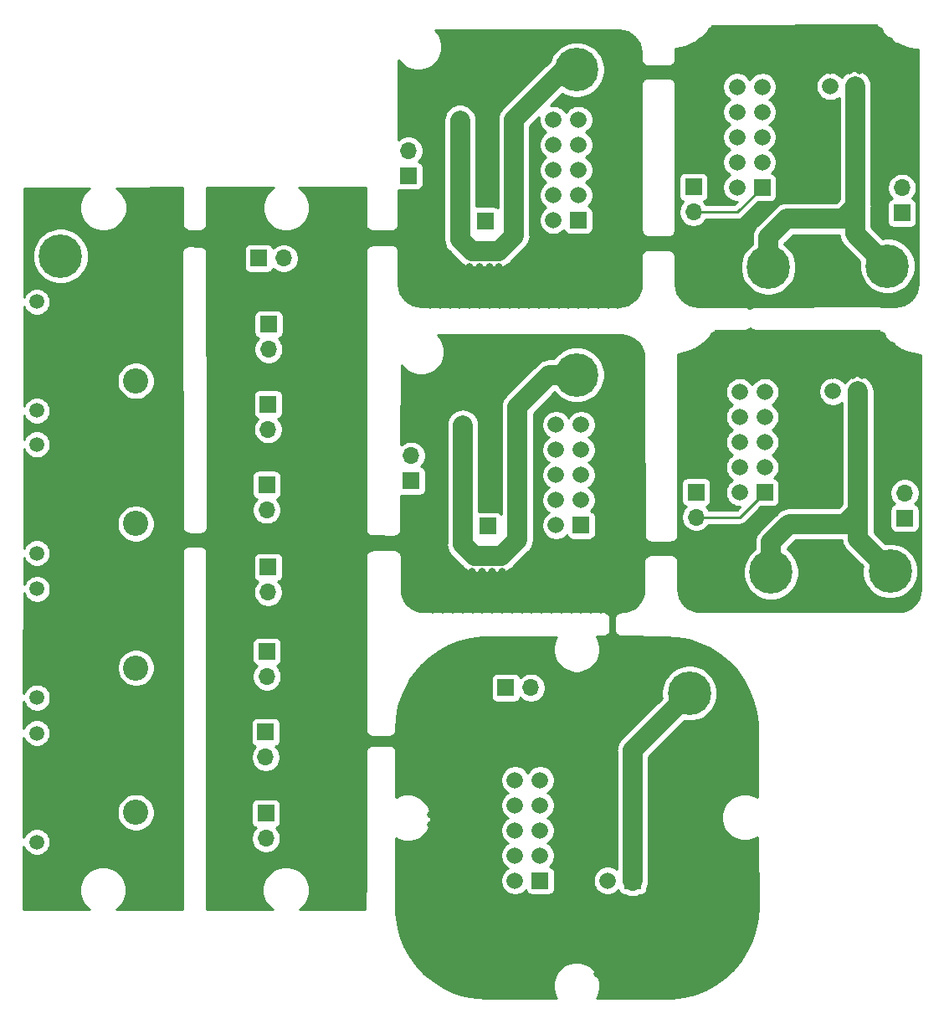
<source format=gbr>
%TF.GenerationSoftware,KiCad,Pcbnew,(5.1.12)-1*%
%TF.CreationDate,2024-02-12T03:14:50+09:00*%
%TF.ProjectId,imu_led_connect,696d755f-6c65-4645-9f63-6f6e6e656374,rev?*%
%TF.SameCoordinates,Original*%
%TF.FileFunction,Copper,L2,Bot*%
%TF.FilePolarity,Positive*%
%FSLAX46Y46*%
G04 Gerber Fmt 4.6, Leading zero omitted, Abs format (unit mm)*
G04 Created by KiCad (PCBNEW (5.1.12)-1) date 2024-02-12 03:14:50*
%MOMM*%
%LPD*%
G01*
G04 APERTURE LIST*
%TA.AperFunction,ComponentPad*%
%ADD10R,1.700000X1.700000*%
%TD*%
%TA.AperFunction,ComponentPad*%
%ADD11O,1.700000X1.700000*%
%TD*%
%TA.AperFunction,ComponentPad*%
%ADD12C,4.400000*%
%TD*%
%TA.AperFunction,ComponentPad*%
%ADD13C,1.665000*%
%TD*%
%TA.AperFunction,ComponentPad*%
%ADD14R,1.665000X1.665000*%
%TD*%
%TA.AperFunction,ComponentPad*%
%ADD15C,1.500000*%
%TD*%
%TA.AperFunction,ComponentPad*%
%ADD16C,2.550000*%
%TD*%
%TA.AperFunction,ViaPad*%
%ADD17C,0.800000*%
%TD*%
%TA.AperFunction,Conductor*%
%ADD18C,2.000000*%
%TD*%
%TA.AperFunction,Conductor*%
%ADD19C,0.250000*%
%TD*%
%TA.AperFunction,Conductor*%
%ADD20C,0.254000*%
%TD*%
%TA.AperFunction,Conductor*%
%ADD21C,0.100000*%
%TD*%
G04 APERTURE END LIST*
D10*
%TO.P,J20,1*%
%TO.N,Net-(J20-Pad1)*%
X115075000Y-91760000D03*
D11*
%TO.P,J20,2*%
%TO.N,Net-(J20-Pad2)*%
X115075000Y-94300000D03*
%TD*%
D12*
%TO.P,H7,1*%
%TO.N,Net-(H5-Pad1)*%
X122650000Y-99875000D03*
%TD*%
D10*
%TO.P,J24,1*%
%TO.N,Net-(J20-Pad1)*%
X136175000Y-94390000D03*
D11*
%TO.P,J24,2*%
%TO.N,Net-(J20-Pad2)*%
X136175000Y-91850000D03*
%TD*%
D13*
%TO.P,J1,10*%
%TO.N,Net-(H2-Pad1)*%
X91460000Y-85010000D03*
%TO.P,J1,9*%
%TO.N,GND*%
X94000000Y-85010000D03*
%TO.P,J1,8*%
%TO.N,Net-(H2-Pad1)*%
X91460000Y-87550000D03*
%TO.P,J1,7*%
%TO.N,GND*%
X94000000Y-87550000D03*
%TO.P,J1,6*%
%TO.N,Net-(H2-Pad1)*%
X91460000Y-90090000D03*
%TO.P,J1,5*%
%TO.N,GND*%
X94000000Y-90090000D03*
%TO.P,J1,4*%
%TO.N,Net-(H2-Pad1)*%
X91460000Y-92630000D03*
%TO.P,J1,3*%
%TO.N,GND*%
X94000000Y-92630000D03*
%TO.P,J1,2*%
%TO.N,Net-(H2-Pad1)*%
X91460000Y-95170000D03*
D14*
%TO.P,J1,1*%
%TO.N,Net-(J1-Pad1)*%
X94000000Y-95170000D03*
%TD*%
D10*
%TO.P,J19,1*%
%TO.N,Net-(J19-Pad1)*%
X86250000Y-90625000D03*
D11*
%TO.P,J19,2*%
%TO.N,Net-(J19-Pad2)*%
X86250000Y-88085000D03*
%TD*%
D14*
%TO.P,J4,1*%
%TO.N,Net-(H5-Pad1)*%
X131465000Y-91745000D03*
D13*
%TO.P,J4,2*%
%TO.N,GND*%
X128925000Y-91745000D03*
%TO.P,J4,3*%
%TO.N,Net-(H5-Pad1)*%
X131465000Y-89205000D03*
%TO.P,J4,4*%
%TO.N,GND*%
X128925000Y-89205000D03*
%TO.P,J4,5*%
%TO.N,Net-(H5-Pad1)*%
X131465000Y-86665000D03*
%TO.P,J4,6*%
%TO.N,GND*%
X128925000Y-86665000D03*
%TO.P,J4,7*%
%TO.N,Net-(H5-Pad1)*%
X131465000Y-84125000D03*
%TO.P,J4,8*%
%TO.N,GND*%
X128925000Y-84125000D03*
%TO.P,J4,9*%
%TO.N,Net-(H5-Pad1)*%
X131465000Y-81585000D03*
%TO.P,J4,10*%
%TO.N,Net-(J4-Pad10)*%
X128925000Y-81585000D03*
%TD*%
D14*
%TO.P,J6,1*%
%TO.N,Net-(J20-Pad2)*%
X122025000Y-91800000D03*
D13*
%TO.P,J6,2*%
%TO.N,Net-(J20-Pad1)*%
X119485000Y-91800000D03*
%TO.P,J6,3*%
%TO.N,Net-(J6-Pad3)*%
X122025000Y-89260000D03*
%TO.P,J6,4*%
%TO.N,Net-(J6-Pad4)*%
X119485000Y-89260000D03*
%TO.P,J6,5*%
%TO.N,Net-(J6-Pad5)*%
X122025000Y-86720000D03*
%TO.P,J6,6*%
%TO.N,Net-(J6-Pad6)*%
X119485000Y-86720000D03*
%TO.P,J6,7*%
%TO.N,Net-(J6-Pad7)*%
X122025000Y-84180000D03*
%TO.P,J6,8*%
%TO.N,Net-(J6-Pad8)*%
X119485000Y-84180000D03*
%TO.P,J6,9*%
%TO.N,Net-(J20-Pad2)*%
X122025000Y-81640000D03*
%TO.P,J6,10*%
%TO.N,Net-(J20-Pad1)*%
X119485000Y-81640000D03*
%TD*%
D12*
%TO.P,H8,1*%
%TO.N,GND*%
X116525000Y-99900000D03*
%TD*%
D13*
%TO.P,J3,10*%
%TO.N,Net-(J19-Pad1)*%
X100910000Y-84960000D03*
%TO.P,J3,9*%
%TO.N,Net-(J19-Pad2)*%
X103450000Y-84960000D03*
%TO.P,J3,8*%
%TO.N,Net-(J3-Pad8)*%
X100910000Y-87500000D03*
%TO.P,J3,7*%
%TO.N,Net-(J3-Pad7)*%
X103450000Y-87500000D03*
%TO.P,J3,6*%
%TO.N,Net-(J3-Pad6)*%
X100910000Y-90040000D03*
%TO.P,J3,5*%
%TO.N,Net-(J3-Pad5)*%
X103450000Y-90040000D03*
%TO.P,J3,4*%
%TO.N,Net-(J3-Pad4)*%
X100910000Y-92580000D03*
%TO.P,J3,3*%
%TO.N,Net-(J3-Pad3)*%
X103450000Y-92580000D03*
%TO.P,J3,2*%
%TO.N,Net-(J19-Pad1)*%
X100910000Y-95120000D03*
D14*
%TO.P,J3,1*%
%TO.N,Net-(J19-Pad2)*%
X103450000Y-95120000D03*
%TD*%
D12*
%TO.P,H1,1*%
%TO.N,GND*%
X93000000Y-79850000D03*
%TD*%
%TO.P,H5,1*%
%TO.N,Net-(H5-Pad1)*%
X134700000Y-99750000D03*
%TD*%
%TO.P,H6,1*%
%TO.N,GND*%
X128650000Y-99875000D03*
%TD*%
%TO.P,H2,1*%
%TO.N,Net-(H2-Pad1)*%
X103000000Y-79900000D03*
%TD*%
D11*
%TO.P,J18,2*%
%TO.N,Net-(J11-Pad2)*%
X71550000Y-126790000D03*
D10*
%TO.P,J18,1*%
%TO.N,Net-(J11-Pad1)*%
X71550000Y-124250000D03*
%TD*%
D11*
%TO.P,J17,2*%
%TO.N,Net-(J11-Pad2)*%
X71525000Y-118575000D03*
D10*
%TO.P,J17,1*%
%TO.N,Net-(J11-Pad1)*%
X71525000Y-116035000D03*
%TD*%
D11*
%TO.P,J16,2*%
%TO.N,Net-(J11-Pad2)*%
X71650000Y-110425000D03*
D10*
%TO.P,J16,1*%
%TO.N,Net-(J11-Pad1)*%
X71650000Y-107885000D03*
%TD*%
D11*
%TO.P,J15,2*%
%TO.N,Net-(J11-Pad2)*%
X71775000Y-101890000D03*
D10*
%TO.P,J15,1*%
%TO.N,Net-(J11-Pad1)*%
X71775000Y-99350000D03*
%TD*%
D11*
%TO.P,J14,2*%
%TO.N,Net-(J11-Pad2)*%
X71775000Y-85415000D03*
D10*
%TO.P,J14,1*%
%TO.N,Net-(J11-Pad1)*%
X71775000Y-82875000D03*
%TD*%
D11*
%TO.P,J13,2*%
%TO.N,Net-(J11-Pad2)*%
X73365000Y-68125000D03*
D10*
%TO.P,J13,1*%
%TO.N,Net-(J11-Pad1)*%
X70825000Y-68125000D03*
%TD*%
D11*
%TO.P,J12,2*%
%TO.N,Net-(J11-Pad2)*%
X71825000Y-77325000D03*
D10*
%TO.P,J12,1*%
%TO.N,Net-(J11-Pad1)*%
X71825000Y-74785000D03*
%TD*%
D11*
%TO.P,J11,2*%
%TO.N,Net-(J11-Pad2)*%
X71625000Y-93565000D03*
D10*
%TO.P,J11,1*%
%TO.N,Net-(J11-Pad1)*%
X71625000Y-91025000D03*
%TD*%
D15*
%TO.P,J8,4*%
%TO.N,Net-(J8-Pad4)*%
X48375000Y-83525000D03*
%TO.P,J8,3*%
%TO.N,Net-(J8-Pad3)*%
X48375000Y-72525000D03*
D16*
%TO.P,J8,2*%
%TO.N,GND*%
X58375000Y-75525000D03*
%TO.P,J8,1*%
%TO.N,+24V*%
X58375000Y-80525000D03*
%TD*%
D15*
%TO.P,J7,4*%
%TO.N,Net-(J7-Pad4)*%
X48375000Y-97950000D03*
%TO.P,J7,3*%
%TO.N,Net-(J7-Pad3)*%
X48375000Y-86950000D03*
D16*
%TO.P,J7,2*%
%TO.N,GND*%
X58375000Y-89950000D03*
%TO.P,J7,1*%
%TO.N,+24V*%
X58375000Y-94950000D03*
%TD*%
D15*
%TO.P,J5,4*%
%TO.N,Net-(J5-Pad4)*%
X48375000Y-127150000D03*
%TO.P,J5,3*%
%TO.N,Net-(J5-Pad3)*%
X48375000Y-116150000D03*
D16*
%TO.P,J5,2*%
%TO.N,GND*%
X58375000Y-119150000D03*
%TO.P,J5,1*%
%TO.N,+24V*%
X58375000Y-124150000D03*
%TD*%
D15*
%TO.P,J2,4*%
%TO.N,Net-(J2-Pad4)*%
X48387000Y-112550000D03*
%TO.P,J2,3*%
%TO.N,Net-(J2-Pad3)*%
X48387000Y-101550000D03*
D16*
%TO.P,J2,2*%
%TO.N,GND*%
X58387000Y-104550000D03*
%TO.P,J2,1*%
%TO.N,+24V*%
X58387000Y-109550000D03*
%TD*%
D12*
%TO.P,H4,1*%
%TO.N,GND*%
X57700000Y-67825000D03*
%TD*%
%TO.P,H3,1*%
%TO.N,+24V*%
X50775000Y-67900000D03*
%TD*%
D11*
%TO.P,J24,2*%
%TO.N,Net-(J20-Pad2)*%
X135900000Y-61000000D03*
D10*
%TO.P,J24,1*%
%TO.N,Net-(J20-Pad1)*%
X135900000Y-63540000D03*
%TD*%
D12*
%TO.P,H8,1*%
%TO.N,GND*%
X116250000Y-69050000D03*
%TD*%
%TO.P,H7,1*%
%TO.N,Net-(H5-Pad1)*%
X122375000Y-69025000D03*
%TD*%
D14*
%TO.P,J3,1*%
%TO.N,Net-(J19-Pad2)*%
X103175000Y-64270000D03*
D13*
%TO.P,J3,2*%
%TO.N,Net-(J19-Pad1)*%
X100635000Y-64270000D03*
%TO.P,J3,3*%
%TO.N,Net-(J3-Pad3)*%
X103175000Y-61730000D03*
%TO.P,J3,4*%
%TO.N,Net-(J3-Pad4)*%
X100635000Y-61730000D03*
%TO.P,J3,5*%
%TO.N,Net-(J3-Pad5)*%
X103175000Y-59190000D03*
%TO.P,J3,6*%
%TO.N,Net-(J3-Pad6)*%
X100635000Y-59190000D03*
%TO.P,J3,7*%
%TO.N,Net-(J3-Pad7)*%
X103175000Y-56650000D03*
%TO.P,J3,8*%
%TO.N,Net-(J3-Pad8)*%
X100635000Y-56650000D03*
%TO.P,J3,9*%
%TO.N,Net-(J19-Pad2)*%
X103175000Y-54110000D03*
%TO.P,J3,10*%
%TO.N,Net-(J19-Pad1)*%
X100635000Y-54110000D03*
%TD*%
D11*
%TO.P,J21,2*%
%TO.N,Net-(J10-Pad1)*%
X98365000Y-111550000D03*
D10*
%TO.P,J21,1*%
%TO.N,Net-(J10-Pad10)*%
X95825000Y-111550000D03*
%TD*%
D11*
%TO.P,J20,2*%
%TO.N,Net-(J20-Pad2)*%
X114800000Y-63450000D03*
D10*
%TO.P,J20,1*%
%TO.N,Net-(J20-Pad1)*%
X114800000Y-60910000D03*
%TD*%
D11*
%TO.P,J19,2*%
%TO.N,Net-(J19-Pad2)*%
X85975000Y-57235000D03*
D10*
%TO.P,J19,1*%
%TO.N,Net-(J19-Pad1)*%
X85975000Y-59775000D03*
%TD*%
D13*
%TO.P,J10,10*%
%TO.N,Net-(J10-Pad10)*%
X96760000Y-120890000D03*
%TO.P,J10,9*%
%TO.N,Net-(J10-Pad1)*%
X99300000Y-120890000D03*
%TO.P,J10,8*%
%TO.N,Net-(J10-Pad8)*%
X96760000Y-123430000D03*
%TO.P,J10,7*%
%TO.N,Net-(J10-Pad7)*%
X99300000Y-123430000D03*
%TO.P,J10,6*%
%TO.N,Net-(J10-Pad6)*%
X96760000Y-125970000D03*
%TO.P,J10,5*%
%TO.N,Net-(J10-Pad5)*%
X99300000Y-125970000D03*
%TO.P,J10,4*%
%TO.N,Net-(J10-Pad4)*%
X96760000Y-128510000D03*
%TO.P,J10,3*%
%TO.N,Net-(J10-Pad3)*%
X99300000Y-128510000D03*
%TO.P,J10,2*%
%TO.N,Net-(J10-Pad10)*%
X96760000Y-131050000D03*
D14*
%TO.P,J10,1*%
%TO.N,Net-(J10-Pad1)*%
X99300000Y-131050000D03*
%TD*%
D13*
%TO.P,J9,10*%
%TO.N,GND*%
X106110000Y-120890000D03*
%TO.P,J9,9*%
%TO.N,Net-(H9-Pad1)*%
X108650000Y-120890000D03*
%TO.P,J9,8*%
%TO.N,GND*%
X106110000Y-123430000D03*
%TO.P,J9,7*%
%TO.N,Net-(H9-Pad1)*%
X108650000Y-123430000D03*
%TO.P,J9,6*%
%TO.N,GND*%
X106110000Y-125970000D03*
%TO.P,J9,5*%
%TO.N,Net-(H9-Pad1)*%
X108650000Y-125970000D03*
%TO.P,J9,4*%
%TO.N,GND*%
X106110000Y-128510000D03*
%TO.P,J9,3*%
%TO.N,Net-(H9-Pad1)*%
X108650000Y-128510000D03*
%TO.P,J9,2*%
%TO.N,Net-(J9-Pad2)*%
X106110000Y-131050000D03*
D14*
%TO.P,J9,1*%
%TO.N,Net-(H9-Pad1)*%
X108650000Y-131050000D03*
%TD*%
D13*
%TO.P,J6,10*%
%TO.N,Net-(J20-Pad1)*%
X119210000Y-50790000D03*
%TO.P,J6,9*%
%TO.N,Net-(J20-Pad2)*%
X121750000Y-50790000D03*
%TO.P,J6,8*%
%TO.N,Net-(J6-Pad8)*%
X119210000Y-53330000D03*
%TO.P,J6,7*%
%TO.N,Net-(J6-Pad7)*%
X121750000Y-53330000D03*
%TO.P,J6,6*%
%TO.N,Net-(J6-Pad6)*%
X119210000Y-55870000D03*
%TO.P,J6,5*%
%TO.N,Net-(J6-Pad5)*%
X121750000Y-55870000D03*
%TO.P,J6,4*%
%TO.N,Net-(J6-Pad4)*%
X119210000Y-58410000D03*
%TO.P,J6,3*%
%TO.N,Net-(J6-Pad3)*%
X121750000Y-58410000D03*
%TO.P,J6,2*%
%TO.N,Net-(J20-Pad1)*%
X119210000Y-60950000D03*
D14*
%TO.P,J6,1*%
%TO.N,Net-(J20-Pad2)*%
X121750000Y-60950000D03*
%TD*%
D13*
%TO.P,J4,10*%
%TO.N,Net-(J4-Pad10)*%
X128650000Y-50735000D03*
%TO.P,J4,9*%
%TO.N,Net-(H5-Pad1)*%
X131190000Y-50735000D03*
%TO.P,J4,8*%
%TO.N,GND*%
X128650000Y-53275000D03*
%TO.P,J4,7*%
%TO.N,Net-(H5-Pad1)*%
X131190000Y-53275000D03*
%TO.P,J4,6*%
%TO.N,GND*%
X128650000Y-55815000D03*
%TO.P,J4,5*%
%TO.N,Net-(H5-Pad1)*%
X131190000Y-55815000D03*
%TO.P,J4,4*%
%TO.N,GND*%
X128650000Y-58355000D03*
%TO.P,J4,3*%
%TO.N,Net-(H5-Pad1)*%
X131190000Y-58355000D03*
%TO.P,J4,2*%
%TO.N,GND*%
X128650000Y-60895000D03*
D14*
%TO.P,J4,1*%
%TO.N,Net-(H5-Pad1)*%
X131190000Y-60895000D03*
%TD*%
%TO.P,J1,1*%
%TO.N,Net-(J1-Pad1)*%
X93725000Y-64320000D03*
D13*
%TO.P,J1,2*%
%TO.N,Net-(H2-Pad1)*%
X91185000Y-64320000D03*
%TO.P,J1,3*%
%TO.N,GND*%
X93725000Y-61780000D03*
%TO.P,J1,4*%
%TO.N,Net-(H2-Pad1)*%
X91185000Y-61780000D03*
%TO.P,J1,5*%
%TO.N,GND*%
X93725000Y-59240000D03*
%TO.P,J1,6*%
%TO.N,Net-(H2-Pad1)*%
X91185000Y-59240000D03*
%TO.P,J1,7*%
%TO.N,GND*%
X93725000Y-56700000D03*
%TO.P,J1,8*%
%TO.N,Net-(H2-Pad1)*%
X91185000Y-56700000D03*
%TO.P,J1,9*%
%TO.N,GND*%
X93725000Y-54160000D03*
%TO.P,J1,10*%
%TO.N,Net-(H2-Pad1)*%
X91185000Y-54160000D03*
%TD*%
D12*
%TO.P,H10,1*%
%TO.N,GND*%
X105300000Y-112375000D03*
%TD*%
%TO.P,H9,1*%
%TO.N,Net-(H9-Pad1)*%
X114400000Y-112100000D03*
%TD*%
%TO.P,H6,1*%
%TO.N,GND*%
X128375000Y-69025000D03*
%TD*%
%TO.P,H5,1*%
%TO.N,Net-(H5-Pad1)*%
X134425000Y-68900000D03*
%TD*%
%TO.P,H2,1*%
%TO.N,Net-(H2-Pad1)*%
X103000000Y-49050000D03*
%TD*%
%TO.P,H1,1*%
%TO.N,GND*%
X93000000Y-49000000D03*
%TD*%
D17*
%TO.N,GND*%
X97150000Y-113950000D03*
X97125000Y-117725000D03*
X116625000Y-45125000D03*
X117625000Y-45125000D03*
X118625000Y-45125000D03*
X119625000Y-45125000D03*
X120625000Y-45125000D03*
X121625000Y-45125000D03*
X122625000Y-45125000D03*
X123625000Y-45125000D03*
X124625000Y-45125000D03*
X125625000Y-45125000D03*
X126625000Y-45125000D03*
X127625000Y-45125000D03*
X128625000Y-45125000D03*
X129625000Y-45125000D03*
X130625000Y-45125000D03*
X131625000Y-45125000D03*
X132625000Y-45125000D03*
X133625000Y-45125000D03*
X115625000Y-46125000D03*
X116625000Y-46125000D03*
X117625000Y-46125000D03*
X118625000Y-46125000D03*
X119625000Y-46125000D03*
X120625000Y-46125000D03*
X121625000Y-46125000D03*
X122625000Y-46125000D03*
X123625000Y-46125000D03*
X124625000Y-46125000D03*
X125625000Y-46125000D03*
X126625000Y-46125000D03*
X127625000Y-46125000D03*
X128625000Y-46125000D03*
X129625000Y-46125000D03*
X130625000Y-46125000D03*
X131625000Y-46125000D03*
X132625000Y-46125000D03*
X133625000Y-46125000D03*
X134625000Y-46125000D03*
X115625000Y-47125000D03*
X116625000Y-47125000D03*
X117625000Y-47125000D03*
X118625000Y-47125000D03*
X119625000Y-47125000D03*
X120625000Y-47125000D03*
X121625000Y-47125000D03*
X122625000Y-47125000D03*
X123625000Y-47125000D03*
X124625000Y-47125000D03*
X125625000Y-47125000D03*
X126625000Y-47125000D03*
X127625000Y-47125000D03*
X128625000Y-47125000D03*
X129625000Y-47125000D03*
X130625000Y-47125000D03*
X131625000Y-47125000D03*
X132625000Y-47125000D03*
X133625000Y-47125000D03*
X134625000Y-47125000D03*
X115625000Y-48125000D03*
X116625000Y-48125000D03*
X117625000Y-48125000D03*
X118625000Y-48125000D03*
X119625000Y-48125000D03*
X120625000Y-48125000D03*
X121625000Y-48125000D03*
X122625000Y-48125000D03*
X123625000Y-48125000D03*
X124625000Y-48125000D03*
X125625000Y-48125000D03*
X126625000Y-48125000D03*
X127625000Y-48125000D03*
X128625000Y-48125000D03*
X129625000Y-48125000D03*
X130625000Y-48125000D03*
X131625000Y-48125000D03*
X132625000Y-48125000D03*
X133625000Y-48125000D03*
X134625000Y-48125000D03*
X115625000Y-49125000D03*
X116625000Y-49125000D03*
X117625000Y-49125000D03*
X118625000Y-49125000D03*
X119625000Y-49125000D03*
X120625000Y-49125000D03*
X121625000Y-49125000D03*
X122625000Y-49125000D03*
X123625000Y-49125000D03*
X124625000Y-49125000D03*
X125625000Y-49125000D03*
X126625000Y-49125000D03*
X127625000Y-49125000D03*
X128625000Y-49125000D03*
X129625000Y-49125000D03*
X130625000Y-49125000D03*
X131625000Y-49125000D03*
X132625000Y-49125000D03*
X133625000Y-49125000D03*
X134625000Y-49125000D03*
X88150000Y-69000000D03*
X92150000Y-69000000D03*
X97150000Y-69000000D03*
X101150000Y-69000000D03*
X90150000Y-70000000D03*
X91150000Y-70000000D03*
X98150000Y-69000000D03*
X91150000Y-69000000D03*
X103150000Y-69000000D03*
X90150000Y-69000000D03*
X99150000Y-69000000D03*
X93150000Y-69000000D03*
X102150000Y-69000000D03*
X104150000Y-69000000D03*
X107150000Y-69000000D03*
X88150000Y-70000000D03*
X95150000Y-70000000D03*
X105150000Y-69000000D03*
X94150000Y-69000000D03*
X106150000Y-69000000D03*
X93150000Y-70000000D03*
X94150000Y-70000000D03*
X97150000Y-70000000D03*
X95150000Y-69000000D03*
X89150000Y-69000000D03*
X96150000Y-69000000D03*
X100150000Y-69000000D03*
X96150000Y-70000000D03*
X98150000Y-70000000D03*
X89150000Y-70000000D03*
X92150000Y-70000000D03*
X99150000Y-70000000D03*
X100150000Y-70000000D03*
X90150000Y-71000000D03*
X106150000Y-71000000D03*
X107150000Y-71000000D03*
X89150000Y-71000000D03*
X94150000Y-71000000D03*
X104150000Y-71000000D03*
X106150000Y-70000000D03*
X88150000Y-71000000D03*
X107150000Y-70000000D03*
X99150000Y-71000000D03*
X103150000Y-71000000D03*
X101150000Y-70000000D03*
X105150000Y-70000000D03*
X95150000Y-71000000D03*
X96150000Y-71000000D03*
X97150000Y-71000000D03*
X93150000Y-71000000D03*
X104150000Y-70000000D03*
X91150000Y-71000000D03*
X92150000Y-71000000D03*
X100150000Y-71000000D03*
X103150000Y-70000000D03*
X101150000Y-71000000D03*
X102150000Y-70000000D03*
X98150000Y-71000000D03*
X102150000Y-71000000D03*
X105150000Y-71000000D03*
X88425000Y-52925000D03*
X86425000Y-64925000D03*
X88425000Y-64925000D03*
X88425000Y-62925000D03*
X87425000Y-51925000D03*
X86425000Y-63925000D03*
X86425000Y-50925000D03*
X86425000Y-52925000D03*
X86425000Y-54925000D03*
X87425000Y-64925000D03*
X86425000Y-51925000D03*
X87425000Y-62925000D03*
X86425000Y-62925000D03*
X87425000Y-53925000D03*
X88425000Y-53925000D03*
X87425000Y-63925000D03*
X88425000Y-51925000D03*
X88425000Y-50925000D03*
X87425000Y-52925000D03*
X87425000Y-50925000D03*
X88425000Y-54925000D03*
X87425000Y-54925000D03*
X88425000Y-63925000D03*
X86425000Y-53925000D03*
X109075000Y-55450000D03*
X108075000Y-63450000D03*
X108075000Y-64450000D03*
X108075000Y-55450000D03*
X108075000Y-65450000D03*
X108075000Y-51450000D03*
X108075000Y-57450000D03*
X107075000Y-57450000D03*
X107075000Y-54450000D03*
X109075000Y-51450000D03*
X109075000Y-58450000D03*
X108075000Y-52450000D03*
X107075000Y-61450000D03*
X107075000Y-52450000D03*
X109075000Y-54450000D03*
X107075000Y-55450000D03*
X108075000Y-58450000D03*
X107075000Y-59450000D03*
X107075000Y-60450000D03*
X107075000Y-64450000D03*
X108075000Y-53450000D03*
X108075000Y-62450000D03*
X109075000Y-62450000D03*
X108075000Y-59450000D03*
X108075000Y-54450000D03*
X108075000Y-56450000D03*
X107075000Y-63450000D03*
X109075000Y-61450000D03*
X107075000Y-51450000D03*
X107075000Y-53450000D03*
X109075000Y-59450000D03*
X107075000Y-62450000D03*
X108075000Y-60450000D03*
X109075000Y-64450000D03*
X107075000Y-58450000D03*
X109075000Y-65450000D03*
X109075000Y-63450000D03*
X109075000Y-52450000D03*
X109075000Y-57450000D03*
X107075000Y-65450000D03*
X109075000Y-53450000D03*
X108075000Y-61450000D03*
X107075000Y-56450000D03*
X109075000Y-56450000D03*
X109075000Y-60450000D03*
X115700000Y-57350000D03*
X115700000Y-53350000D03*
X114700000Y-56350000D03*
X114700000Y-51350000D03*
X113700000Y-50350000D03*
X113700000Y-51350000D03*
X113700000Y-55350000D03*
X113700000Y-57350000D03*
X113700000Y-52350000D03*
X115700000Y-50350000D03*
X113700000Y-54350000D03*
X115700000Y-51350000D03*
X113700000Y-56350000D03*
X114700000Y-54350000D03*
X114700000Y-52350000D03*
X115700000Y-56350000D03*
X115700000Y-55350000D03*
X114700000Y-53350000D03*
X114700000Y-50350000D03*
X114700000Y-57350000D03*
X114700000Y-55350000D03*
X115700000Y-54350000D03*
X115700000Y-52350000D03*
X113700000Y-53350000D03*
X137250000Y-54925000D03*
X137250000Y-50925000D03*
X136250000Y-53925000D03*
X136250000Y-48925000D03*
X135250000Y-47925000D03*
X135250000Y-48925000D03*
X135250000Y-52925000D03*
X135250000Y-54925000D03*
X135250000Y-56925000D03*
X135250000Y-49925000D03*
X137250000Y-47925000D03*
X135250000Y-51925000D03*
X137250000Y-48925000D03*
X135250000Y-53925000D03*
X136250000Y-55925000D03*
X136250000Y-51925000D03*
X136250000Y-49925000D03*
X137250000Y-55925000D03*
X137250000Y-53925000D03*
X137250000Y-52925000D03*
X136250000Y-50925000D03*
X136250000Y-47925000D03*
X136250000Y-54925000D03*
X136250000Y-52925000D03*
X137250000Y-51925000D03*
X137250000Y-56925000D03*
X136250000Y-56925000D03*
X135250000Y-55925000D03*
X137250000Y-49925000D03*
X135250000Y-50925000D03*
X106125000Y-139450000D03*
X109125000Y-140450000D03*
X105125000Y-139450000D03*
X106125000Y-138450000D03*
X113125000Y-140450000D03*
X95125000Y-139450000D03*
X94125000Y-140450000D03*
X105125000Y-140450000D03*
X111125000Y-139450000D03*
X98125000Y-139450000D03*
X110125000Y-140450000D03*
X107125000Y-139450000D03*
X100125000Y-140450000D03*
X108125000Y-140450000D03*
X111125000Y-140450000D03*
X94125000Y-136450000D03*
X112125000Y-139450000D03*
X94125000Y-138450000D03*
X101125000Y-137450000D03*
X96125000Y-138450000D03*
X99125000Y-138450000D03*
X110125000Y-138450000D03*
X98125000Y-138450000D03*
X103125000Y-136450000D03*
X107125000Y-137450000D03*
X97125000Y-137450000D03*
X99125000Y-140450000D03*
X96125000Y-140450000D03*
X112125000Y-137450000D03*
X113125000Y-136450000D03*
X97125000Y-140450000D03*
X98125000Y-140450000D03*
X110125000Y-139450000D03*
X95125000Y-140450000D03*
X107125000Y-140450000D03*
X106125000Y-140450000D03*
X108125000Y-139450000D03*
X112125000Y-140450000D03*
X102125000Y-138450000D03*
X113125000Y-139450000D03*
X109125000Y-139450000D03*
X95125000Y-136450000D03*
X112125000Y-136450000D03*
X102125000Y-137450000D03*
X108125000Y-136450000D03*
X106125000Y-136450000D03*
X104125000Y-136450000D03*
X111125000Y-136450000D03*
X100125000Y-137450000D03*
X98125000Y-136450000D03*
X101125000Y-139450000D03*
X103125000Y-138450000D03*
X113125000Y-138450000D03*
X94125000Y-139450000D03*
X96125000Y-139450000D03*
X100125000Y-138450000D03*
X109125000Y-136450000D03*
X99125000Y-139450000D03*
X100125000Y-136450000D03*
X94125000Y-137450000D03*
X112125000Y-138450000D03*
X107125000Y-136450000D03*
X96125000Y-137450000D03*
X96125000Y-136450000D03*
X105125000Y-137450000D03*
X109125000Y-137450000D03*
X99125000Y-136450000D03*
X111125000Y-137450000D03*
X105125000Y-138450000D03*
X97125000Y-136450000D03*
X95125000Y-137450000D03*
X99125000Y-137450000D03*
X107125000Y-138450000D03*
X97125000Y-139450000D03*
X100125000Y-139450000D03*
X108125000Y-138450000D03*
X110125000Y-137450000D03*
X103125000Y-137450000D03*
X113125000Y-137450000D03*
X98125000Y-137450000D03*
X106125000Y-137450000D03*
X108125000Y-137450000D03*
X109125000Y-138450000D03*
X104125000Y-138450000D03*
X104125000Y-137450000D03*
X97125000Y-138450000D03*
X95125000Y-138450000D03*
X101125000Y-136450000D03*
X105125000Y-136450000D03*
X111125000Y-138450000D03*
X110125000Y-136450000D03*
X102125000Y-136450000D03*
X101125000Y-138450000D03*
X92275000Y-126400000D03*
X92275000Y-122400000D03*
X92275000Y-136400000D03*
X91275000Y-121400000D03*
X89275000Y-130400000D03*
X92275000Y-125400000D03*
X88275000Y-117400000D03*
X88275000Y-122400000D03*
X88275000Y-132400000D03*
X91275000Y-126400000D03*
X90275000Y-117400000D03*
X91275000Y-136400000D03*
X92275000Y-121400000D03*
X88275000Y-124400000D03*
X91275000Y-124400000D03*
X91275000Y-123400000D03*
X89275000Y-129400000D03*
X91275000Y-120400000D03*
X88275000Y-119400000D03*
X91275000Y-129400000D03*
X90275000Y-120400000D03*
X89275000Y-123400000D03*
X90275000Y-130400000D03*
X88275000Y-136400000D03*
X91275000Y-128400000D03*
X92275000Y-131400000D03*
X92275000Y-127400000D03*
X91275000Y-122400000D03*
X90275000Y-136400000D03*
X90275000Y-134400000D03*
X92275000Y-124400000D03*
X91275000Y-132400000D03*
X92275000Y-135400000D03*
X88275000Y-135400000D03*
X88275000Y-121400000D03*
X90275000Y-132400000D03*
X88275000Y-127400000D03*
X91275000Y-131400000D03*
X89275000Y-133400000D03*
X92275000Y-134400000D03*
X92275000Y-133400000D03*
X92275000Y-123400000D03*
X91275000Y-119400000D03*
X92275000Y-117400000D03*
X92275000Y-120400000D03*
X92275000Y-132400000D03*
X90275000Y-128400000D03*
X92275000Y-128400000D03*
X92275000Y-130400000D03*
X92275000Y-118400000D03*
X91275000Y-117400000D03*
X90275000Y-131400000D03*
X92275000Y-129400000D03*
X89275000Y-118400000D03*
X88275000Y-118400000D03*
X89275000Y-128400000D03*
X88275000Y-126400000D03*
X90275000Y-127400000D03*
X91275000Y-134400000D03*
X90275000Y-124400000D03*
X91275000Y-135400000D03*
X92275000Y-119400000D03*
X91275000Y-118400000D03*
X91275000Y-125400000D03*
X89275000Y-125400000D03*
X89275000Y-135400000D03*
X90275000Y-118400000D03*
X90275000Y-122400000D03*
X90275000Y-135400000D03*
X90275000Y-133400000D03*
X89275000Y-121400000D03*
X88275000Y-133400000D03*
X88275000Y-130400000D03*
X89275000Y-136400000D03*
X89275000Y-122400000D03*
X88275000Y-129400000D03*
X88275000Y-134400000D03*
X90275000Y-126400000D03*
X90275000Y-121400000D03*
X89275000Y-126400000D03*
X91275000Y-127400000D03*
X90275000Y-119400000D03*
X88275000Y-125400000D03*
X89275000Y-134400000D03*
X89275000Y-132400000D03*
X89275000Y-117400000D03*
X88275000Y-131400000D03*
X89275000Y-127400000D03*
X90275000Y-129400000D03*
X88275000Y-120400000D03*
X89275000Y-119400000D03*
X90275000Y-125400000D03*
X90275000Y-123400000D03*
X91275000Y-133400000D03*
X88275000Y-128400000D03*
X89275000Y-131400000D03*
X91275000Y-130400000D03*
X89275000Y-124400000D03*
X88275000Y-123400000D03*
X89275000Y-120400000D03*
X113300000Y-117225000D03*
X116300000Y-133225000D03*
X113300000Y-125225000D03*
X117300000Y-135225000D03*
X116300000Y-134225000D03*
X115300000Y-116225000D03*
X117300000Y-126225000D03*
X114300000Y-122225000D03*
X113300000Y-126225000D03*
X116300000Y-121225000D03*
X117300000Y-116225000D03*
X116300000Y-119225000D03*
X113300000Y-118225000D03*
X115300000Y-129225000D03*
X115300000Y-131225000D03*
X113300000Y-116225000D03*
X117300000Y-125225000D03*
X117300000Y-130225000D03*
X116300000Y-130225000D03*
X113300000Y-134225000D03*
X114300000Y-132225000D03*
X115300000Y-127225000D03*
X116300000Y-135225000D03*
X117300000Y-127225000D03*
X116300000Y-116225000D03*
X116300000Y-125225000D03*
X117300000Y-128225000D03*
X117300000Y-131225000D03*
X114300000Y-117225000D03*
X115300000Y-123225000D03*
X117300000Y-118225000D03*
X113300000Y-123225000D03*
X116300000Y-117225000D03*
X113300000Y-131225000D03*
X116300000Y-123225000D03*
X116300000Y-122225000D03*
X116300000Y-124225000D03*
X116300000Y-120225000D03*
X113300000Y-121225000D03*
X117300000Y-134225000D03*
X117300000Y-121225000D03*
X117300000Y-124225000D03*
X115300000Y-135225000D03*
X115300000Y-133225000D03*
X116300000Y-131225000D03*
X117300000Y-122225000D03*
X117300000Y-133225000D03*
X114300000Y-129225000D03*
X114300000Y-128225000D03*
X116300000Y-118225000D03*
X117300000Y-119225000D03*
X113300000Y-120225000D03*
X117300000Y-117225000D03*
X117300000Y-120225000D03*
X117300000Y-123225000D03*
X116300000Y-127225000D03*
X117300000Y-132225000D03*
X117300000Y-129225000D03*
X115300000Y-130225000D03*
X114300000Y-127225000D03*
X115300000Y-126225000D03*
X116300000Y-128225000D03*
X115300000Y-119225000D03*
X113300000Y-135225000D03*
X114300000Y-125225000D03*
X115300000Y-124225000D03*
X114300000Y-119225000D03*
X115300000Y-132225000D03*
X114300000Y-131225000D03*
X115300000Y-125225000D03*
X113300000Y-133225000D03*
X114300000Y-130225000D03*
X113300000Y-124225000D03*
X113300000Y-119225000D03*
X113300000Y-129225000D03*
X113300000Y-128225000D03*
X114300000Y-133225000D03*
X113300000Y-130225000D03*
X114300000Y-120225000D03*
X113300000Y-122225000D03*
X113300000Y-132225000D03*
X114300000Y-135225000D03*
X114300000Y-124225000D03*
X114300000Y-123225000D03*
X115300000Y-121225000D03*
X115300000Y-120225000D03*
X115300000Y-122225000D03*
X114300000Y-118225000D03*
X113300000Y-127225000D03*
X116300000Y-129225000D03*
X114300000Y-134225000D03*
X114300000Y-126225000D03*
X116300000Y-132225000D03*
X115300000Y-134225000D03*
X114300000Y-121225000D03*
X115300000Y-128225000D03*
X114300000Y-116225000D03*
X116300000Y-126225000D03*
X115300000Y-117225000D03*
X115300000Y-118225000D03*
X102300000Y-117275000D03*
X98150000Y-71900000D03*
X105150000Y-71900000D03*
X102150000Y-71900000D03*
X101150000Y-71900000D03*
X94150000Y-71900000D03*
X89150000Y-71900000D03*
X90150000Y-71900000D03*
X88150000Y-71900000D03*
X106150000Y-71900000D03*
X95150000Y-71900000D03*
X99150000Y-71900000D03*
X96150000Y-71900000D03*
X97150000Y-71900000D03*
X91150000Y-71900000D03*
X92150000Y-71900000D03*
X93150000Y-71900000D03*
X100150000Y-71900000D03*
X107150000Y-71900000D03*
X104150000Y-71900000D03*
X103150000Y-71900000D03*
X106175000Y-72825000D03*
X100175000Y-72825000D03*
X107175000Y-72825000D03*
X92175000Y-72825000D03*
X95175000Y-72825000D03*
X90175000Y-72825000D03*
X91175000Y-72825000D03*
X88175000Y-72825000D03*
X104175000Y-72825000D03*
X98175000Y-72825000D03*
X96175000Y-72825000D03*
X97175000Y-72825000D03*
X103175000Y-72825000D03*
X105175000Y-72825000D03*
X99175000Y-72825000D03*
X93175000Y-72825000D03*
X101175000Y-72825000D03*
X94175000Y-72825000D03*
X89175000Y-72825000D03*
X102175000Y-72825000D03*
X124900000Y-76975000D03*
X125900000Y-76975000D03*
X115975000Y-84200000D03*
X108350000Y-86300000D03*
X109350000Y-86300000D03*
X108350000Y-88300000D03*
X109350000Y-85300000D03*
X87700000Y-85775000D03*
X107350000Y-83300000D03*
X107350000Y-95300000D03*
X107350000Y-88300000D03*
X108350000Y-84300000D03*
X108350000Y-93300000D03*
X88700000Y-94775000D03*
X86700000Y-84775000D03*
X108350000Y-90300000D03*
X108350000Y-87300000D03*
X109350000Y-95300000D03*
X108350000Y-89300000D03*
X107350000Y-90300000D03*
X109350000Y-83300000D03*
X108350000Y-95300000D03*
X109350000Y-93300000D03*
X107350000Y-86300000D03*
X107350000Y-92300000D03*
X108350000Y-82300000D03*
X109350000Y-82300000D03*
X109350000Y-90300000D03*
X109350000Y-88300000D03*
X107350000Y-84300000D03*
X109350000Y-92300000D03*
X108350000Y-92300000D03*
X107350000Y-87300000D03*
X108350000Y-91300000D03*
X107350000Y-85300000D03*
X107350000Y-93300000D03*
X108350000Y-83300000D03*
X108350000Y-85300000D03*
X107350000Y-89300000D03*
X109350000Y-89300000D03*
X109350000Y-94300000D03*
X107350000Y-82300000D03*
X108350000Y-96300000D03*
X108350000Y-94300000D03*
X107350000Y-91300000D03*
X109350000Y-84300000D03*
X109350000Y-87300000D03*
X109350000Y-96300000D03*
X109350000Y-91300000D03*
X107350000Y-94300000D03*
X107350000Y-96300000D03*
X115975000Y-88200000D03*
X137525000Y-80775000D03*
X135525000Y-81775000D03*
X87700000Y-93775000D03*
X101425000Y-100850000D03*
X86700000Y-93775000D03*
X96425000Y-101850000D03*
X89425000Y-101850000D03*
X92425000Y-101850000D03*
X104425000Y-101850000D03*
X88700000Y-83775000D03*
X105425000Y-100850000D03*
X88700000Y-95775000D03*
X88700000Y-84775000D03*
X87700000Y-94775000D03*
X105425000Y-101850000D03*
X87700000Y-83775000D03*
X102425000Y-101850000D03*
X87700000Y-81775000D03*
X103425000Y-100850000D03*
X86700000Y-94775000D03*
X87700000Y-95775000D03*
X88700000Y-81775000D03*
X103425000Y-101850000D03*
X86700000Y-82775000D03*
X102425000Y-100850000D03*
X87700000Y-84775000D03*
X88425000Y-101850000D03*
X101425000Y-101850000D03*
X88700000Y-82775000D03*
X88700000Y-85775000D03*
X86700000Y-81775000D03*
X106425000Y-101850000D03*
X104425000Y-100850000D03*
X98425000Y-101850000D03*
X95425000Y-101850000D03*
X94425000Y-101850000D03*
X100425000Y-101850000D03*
X86700000Y-95775000D03*
X106425000Y-100850000D03*
X88700000Y-93775000D03*
X87700000Y-82775000D03*
X86700000Y-83775000D03*
X107425000Y-100850000D03*
X100425000Y-100850000D03*
X107425000Y-101850000D03*
X93425000Y-101850000D03*
X91425000Y-101850000D03*
X86700000Y-85775000D03*
X97425000Y-101850000D03*
X99425000Y-101850000D03*
X99425000Y-100850000D03*
X90425000Y-101850000D03*
X114975000Y-85200000D03*
X115975000Y-87200000D03*
X114975000Y-86200000D03*
X135525000Y-87775000D03*
X137525000Y-85775000D03*
X136525000Y-85775000D03*
X113975000Y-88200000D03*
X114975000Y-81200000D03*
X135525000Y-85775000D03*
X113975000Y-86200000D03*
X137525000Y-86775000D03*
X137525000Y-81775000D03*
X135525000Y-84775000D03*
X136525000Y-83775000D03*
X135525000Y-82775000D03*
X137525000Y-87775000D03*
X114975000Y-84200000D03*
X115975000Y-83200000D03*
X135525000Y-79775000D03*
X137525000Y-82775000D03*
X115975000Y-86200000D03*
X136525000Y-78775000D03*
X136525000Y-87775000D03*
X135525000Y-86775000D03*
X136525000Y-80775000D03*
X135525000Y-83775000D03*
X115975000Y-81200000D03*
X114975000Y-88200000D03*
X136525000Y-79775000D03*
X114975000Y-83200000D03*
X115975000Y-85200000D03*
X135525000Y-80775000D03*
X113975000Y-85200000D03*
X137525000Y-79775000D03*
X137525000Y-83775000D03*
X113975000Y-83200000D03*
X136525000Y-84775000D03*
X137525000Y-78775000D03*
X136525000Y-82775000D03*
X136525000Y-81775000D03*
X113975000Y-82200000D03*
X113975000Y-87200000D03*
X113975000Y-84200000D03*
X135525000Y-78775000D03*
X114975000Y-87200000D03*
X136525000Y-86775000D03*
X137525000Y-84775000D03*
X114975000Y-82200000D03*
X113975000Y-81200000D03*
X115975000Y-82200000D03*
X130900000Y-75975000D03*
X124900000Y-75975000D03*
X132900000Y-75975000D03*
X118900000Y-75975000D03*
X115900000Y-76975000D03*
X121900000Y-76975000D03*
X118900000Y-76975000D03*
X122900000Y-76975000D03*
X116900000Y-75975000D03*
X123900000Y-75975000D03*
X131900000Y-75975000D03*
X123900000Y-76975000D03*
X121900000Y-75975000D03*
X127900000Y-75975000D03*
X117900000Y-75975000D03*
X119900000Y-75975000D03*
X122900000Y-75975000D03*
X126900000Y-75975000D03*
X133900000Y-75975000D03*
X117900000Y-76975000D03*
X125900000Y-75975000D03*
X116900000Y-76975000D03*
X119900000Y-76975000D03*
X120900000Y-75975000D03*
X129900000Y-75975000D03*
X120900000Y-76975000D03*
X128900000Y-75975000D03*
X129900000Y-78975000D03*
X131900000Y-78975000D03*
X126900000Y-78975000D03*
X133900000Y-76975000D03*
X115900000Y-77975000D03*
X118900000Y-77975000D03*
X119900000Y-77975000D03*
X127900000Y-77975000D03*
X128900000Y-77975000D03*
X118900000Y-78975000D03*
X129900000Y-77975000D03*
X130900000Y-77975000D03*
X117900000Y-78975000D03*
X129900000Y-76975000D03*
X132900000Y-76975000D03*
X134900000Y-77975000D03*
X121900000Y-77975000D03*
X130900000Y-78975000D03*
X127900000Y-76975000D03*
X125900000Y-77975000D03*
X123900000Y-77975000D03*
X128900000Y-78975000D03*
X117900000Y-77975000D03*
X119900000Y-78975000D03*
X126900000Y-76975000D03*
X133900000Y-78975000D03*
X128900000Y-76975000D03*
X131900000Y-76975000D03*
X132900000Y-78975000D03*
X115900000Y-78975000D03*
X131900000Y-77975000D03*
X134900000Y-78975000D03*
X115900000Y-79975000D03*
X130900000Y-76975000D03*
X116900000Y-77975000D03*
X120900000Y-77975000D03*
X134900000Y-76975000D03*
X122900000Y-77975000D03*
X124900000Y-77975000D03*
X132900000Y-77975000D03*
X126900000Y-77975000D03*
X133900000Y-77975000D03*
X116900000Y-78975000D03*
X122900000Y-78975000D03*
X120900000Y-78975000D03*
X121900000Y-78975000D03*
X123900000Y-78975000D03*
X124900000Y-78975000D03*
X125900000Y-78975000D03*
X127900000Y-78975000D03*
X101425000Y-99850000D03*
X94425000Y-99850000D03*
X88425000Y-99850000D03*
X119900000Y-79975000D03*
X122900000Y-79975000D03*
X124900000Y-79975000D03*
X128900000Y-79975000D03*
X90425000Y-100850000D03*
X133900000Y-79975000D03*
X103425000Y-99850000D03*
X132900000Y-79975000D03*
X105425000Y-99850000D03*
X106425000Y-99850000D03*
X116900000Y-79975000D03*
X121900000Y-79975000D03*
X90425000Y-99850000D03*
X130900000Y-79975000D03*
X131900000Y-79975000D03*
X97425000Y-99850000D03*
X93425000Y-99850000D03*
X92425000Y-99850000D03*
X129900000Y-79975000D03*
X126900000Y-79975000D03*
X102425000Y-99850000D03*
X91425000Y-99850000D03*
X104425000Y-99850000D03*
X120900000Y-79975000D03*
X107425000Y-99850000D03*
X98425000Y-99850000D03*
X88425000Y-100850000D03*
X95425000Y-100850000D03*
X93425000Y-100850000D03*
X94425000Y-100850000D03*
X97425000Y-100850000D03*
X125900000Y-79975000D03*
X117900000Y-79975000D03*
X123900000Y-79975000D03*
X95425000Y-99850000D03*
X89425000Y-99850000D03*
X96425000Y-99850000D03*
X100425000Y-99850000D03*
X127900000Y-79975000D03*
X96425000Y-100850000D03*
X98425000Y-100850000D03*
X89425000Y-100850000D03*
X118900000Y-79975000D03*
X92425000Y-100850000D03*
X99425000Y-99850000D03*
X134900000Y-79975000D03*
X91425000Y-100850000D03*
X94425000Y-102750000D03*
X89425000Y-102750000D03*
X90425000Y-102750000D03*
X98425000Y-102750000D03*
X102425000Y-102750000D03*
X105425000Y-102750000D03*
X101425000Y-102750000D03*
X90450000Y-103675000D03*
X100425000Y-102750000D03*
X91450000Y-103675000D03*
X93425000Y-102750000D03*
X100450000Y-103675000D03*
X95425000Y-102750000D03*
X103425000Y-102750000D03*
X106425000Y-102750000D03*
X98450000Y-103675000D03*
X107425000Y-102750000D03*
X96450000Y-103675000D03*
X107450000Y-103675000D03*
X97450000Y-103675000D03*
X88425000Y-102750000D03*
X88450000Y-103675000D03*
X92425000Y-102750000D03*
X96425000Y-102750000D03*
X103450000Y-103675000D03*
X105450000Y-103675000D03*
X99450000Y-103675000D03*
X92450000Y-103675000D03*
X104425000Y-102750000D03*
X101450000Y-103675000D03*
X99425000Y-102750000D03*
X91425000Y-102750000D03*
X106450000Y-103675000D03*
X97425000Y-102750000D03*
X95450000Y-103675000D03*
X93450000Y-103675000D03*
X94450000Y-103675000D03*
X89450000Y-103675000D03*
X102450000Y-103675000D03*
X104450000Y-103675000D03*
%TD*%
D18*
%TO.N,Net-(H2-Pad1)*%
X91185000Y-56700000D02*
X91185000Y-54160000D01*
X91185000Y-61780000D02*
X91185000Y-59240000D01*
X91185000Y-59240000D02*
X91185000Y-56700000D01*
X91185000Y-61780000D02*
X91185000Y-64320000D01*
X91460000Y-87550000D02*
X91460000Y-85010000D01*
X91460000Y-90090000D02*
X91460000Y-87550000D01*
X91460000Y-92630000D02*
X91460000Y-90090000D01*
X91460000Y-92630000D02*
X91460000Y-95170000D01*
X96650000Y-65850000D02*
X96650000Y-54075000D01*
X95100001Y-67399999D02*
X96650000Y-65850000D01*
X92374999Y-67399999D02*
X95100001Y-67399999D01*
X91185000Y-66210000D02*
X92374999Y-67399999D01*
X91185000Y-64320000D02*
X91185000Y-66210000D01*
X100225000Y-79900000D02*
X103000000Y-79900000D01*
X97000000Y-83125000D02*
X100225000Y-79900000D01*
X97000000Y-96625000D02*
X97000000Y-83125000D01*
X95375001Y-98249999D02*
X97000000Y-96625000D01*
X92649999Y-98249999D02*
X95375001Y-98249999D01*
X91460000Y-97060000D02*
X92649999Y-98249999D01*
X91460000Y-95170000D02*
X91460000Y-97060000D01*
X101675000Y-49050000D02*
X103000000Y-49050000D01*
X96650000Y-54075000D02*
X101675000Y-49050000D01*
%TO.N,Net-(H5-Pad1)*%
X131190000Y-60895000D02*
X131190000Y-58355000D01*
X131190000Y-58355000D02*
X131190000Y-55815000D01*
X131190000Y-55815000D02*
X131190000Y-53275000D01*
X131190000Y-61535000D02*
X131190000Y-60895000D01*
X131190000Y-53275000D02*
X131190000Y-50735000D01*
X131190000Y-65665000D02*
X134425000Y-68900000D01*
X131190000Y-60895000D02*
X131190000Y-65665000D01*
X131190000Y-62810000D02*
X131190000Y-60895000D01*
X129875000Y-64125000D02*
X131190000Y-62810000D01*
X124225000Y-64125000D02*
X129875000Y-64125000D01*
X122375000Y-65975000D02*
X124225000Y-64125000D01*
X122375000Y-69025000D02*
X122375000Y-65975000D01*
X131465000Y-96515000D02*
X134700000Y-99750000D01*
X131465000Y-89205000D02*
X131465000Y-86665000D01*
X131465000Y-84125000D02*
X131465000Y-81585000D01*
X131465000Y-91745000D02*
X131465000Y-96515000D01*
X124500000Y-94975000D02*
X130150000Y-94975000D01*
X130150000Y-94975000D02*
X131465000Y-93660000D01*
X131465000Y-93660000D02*
X131465000Y-91745000D01*
X131465000Y-92385000D02*
X131465000Y-91745000D01*
X131465000Y-91745000D02*
X131465000Y-89205000D01*
X122650000Y-99875000D02*
X122650000Y-96825000D01*
X122650000Y-96825000D02*
X124500000Y-94975000D01*
X131465000Y-86665000D02*
X131465000Y-84125000D01*
D19*
%TO.N,Net-(J20-Pad2)*%
X119250000Y-63450000D02*
X121750000Y-60950000D01*
X114800000Y-63450000D02*
X119250000Y-63450000D01*
X119525000Y-94300000D02*
X122025000Y-91800000D01*
X115075000Y-94300000D02*
X119525000Y-94300000D01*
D18*
%TO.N,Net-(H9-Pad1)*%
X108650000Y-117850000D02*
X108650000Y-120890000D01*
X114400000Y-112100000D02*
X108650000Y-117850000D01*
X108650000Y-128510000D02*
X108650000Y-125970000D01*
X108650000Y-125970000D02*
X108650000Y-123430000D01*
X108650000Y-123430000D02*
X108650000Y-120890000D01*
X108650000Y-131050000D02*
X108650000Y-128510000D01*
%TD*%
D20*
%TO.N,GND*%
X133698430Y-45111480D02*
X133713847Y-45128709D01*
X133727187Y-45147604D01*
X133785567Y-45208860D01*
X134432513Y-45813774D01*
X134450737Y-45828000D01*
X134467214Y-45844236D01*
X134535519Y-45894185D01*
X135279361Y-46374975D01*
X135299824Y-46385753D01*
X135318908Y-46398809D01*
X135394978Y-46435873D01*
X136212206Y-46777342D01*
X136234250Y-46784325D01*
X136255349Y-46793797D01*
X136336771Y-46816801D01*
X136336779Y-46816804D01*
X136336781Y-46816804D01*
X137201561Y-47008157D01*
X137224494Y-47011126D01*
X137246936Y-47016712D01*
X137331154Y-47024936D01*
X137512239Y-47032136D01*
X137513030Y-47328290D01*
X137513031Y-70691719D01*
X137466436Y-71166931D01*
X137338868Y-71589457D01*
X137131661Y-71979158D01*
X136852706Y-72321189D01*
X136512631Y-72602525D01*
X136124386Y-72812447D01*
X135702767Y-72942961D01*
X135232074Y-72992432D01*
X135036060Y-72990080D01*
X132341119Y-72940631D01*
X132332693Y-72939841D01*
X132305036Y-72939969D01*
X132277386Y-72939462D01*
X132268951Y-72940137D01*
X121523413Y-72990000D01*
X121036105Y-72990000D01*
X121000000Y-72986444D01*
X120963895Y-72990000D01*
X120855915Y-73000635D01*
X120717367Y-73042663D01*
X120589680Y-73110913D01*
X120486721Y-73195410D01*
X120472238Y-73177762D01*
X120465868Y-73172534D01*
X120460506Y-73166289D01*
X120409995Y-73126681D01*
X120360320Y-73085913D01*
X120353053Y-73082029D01*
X120346575Y-73076949D01*
X120289301Y-73047953D01*
X120232633Y-73017663D01*
X120224748Y-73015271D01*
X120217404Y-73011553D01*
X120155570Y-72994286D01*
X120094085Y-72975635D01*
X120085886Y-72974828D01*
X120077956Y-72972613D01*
X120013940Y-72967742D01*
X119950000Y-72961444D01*
X119905745Y-72965803D01*
X118816544Y-72990007D01*
X115283711Y-72992650D01*
X114808775Y-72946082D01*
X114386249Y-72818514D01*
X113996548Y-72611307D01*
X113654517Y-72332352D01*
X113373181Y-71992277D01*
X113163259Y-71604032D01*
X113032745Y-71182413D01*
X112982893Y-70708097D01*
X112966623Y-68745777D01*
X119540000Y-68745777D01*
X119540000Y-69304223D01*
X119648948Y-69851939D01*
X119862656Y-70367876D01*
X120172912Y-70832207D01*
X120567793Y-71227088D01*
X121032124Y-71537344D01*
X121548061Y-71751052D01*
X122095777Y-71860000D01*
X122654223Y-71860000D01*
X123201939Y-71751052D01*
X123717876Y-71537344D01*
X124182207Y-71227088D01*
X124577088Y-70832207D01*
X124887344Y-70367876D01*
X125101052Y-69851939D01*
X125210000Y-69304223D01*
X125210000Y-68745777D01*
X125101052Y-68198061D01*
X124887344Y-67682124D01*
X124577088Y-67217793D01*
X124182207Y-66822912D01*
X124010000Y-66707847D01*
X124010000Y-66652238D01*
X124902239Y-65760000D01*
X129556446Y-65760000D01*
X129578658Y-65985516D01*
X129672148Y-66293714D01*
X129775594Y-66487247D01*
X129823970Y-66577752D01*
X130028287Y-66826714D01*
X130090682Y-66877920D01*
X131630406Y-68417644D01*
X131590000Y-68620777D01*
X131590000Y-69179223D01*
X131698948Y-69726939D01*
X131912656Y-70242876D01*
X132222912Y-70707207D01*
X132617793Y-71102088D01*
X133082124Y-71412344D01*
X133598061Y-71626052D01*
X134145777Y-71735000D01*
X134704223Y-71735000D01*
X135251939Y-71626052D01*
X135767876Y-71412344D01*
X136232207Y-71102088D01*
X136627088Y-70707207D01*
X136937344Y-70242876D01*
X137151052Y-69726939D01*
X137260000Y-69179223D01*
X137260000Y-68620777D01*
X137151052Y-68073061D01*
X136937344Y-67557124D01*
X136627088Y-67092793D01*
X136232207Y-66697912D01*
X135767876Y-66387656D01*
X135251939Y-66173948D01*
X134704223Y-66065000D01*
X134145777Y-66065000D01*
X133942644Y-66105406D01*
X132825000Y-64987762D01*
X132825000Y-62890321D01*
X132832911Y-62810000D01*
X132825000Y-62729678D01*
X132825000Y-62690000D01*
X134411928Y-62690000D01*
X134411928Y-64390000D01*
X134424188Y-64514482D01*
X134460498Y-64634180D01*
X134519463Y-64744494D01*
X134598815Y-64841185D01*
X134695506Y-64920537D01*
X134805820Y-64979502D01*
X134925518Y-65015812D01*
X135050000Y-65028072D01*
X136750000Y-65028072D01*
X136874482Y-65015812D01*
X136994180Y-64979502D01*
X137104494Y-64920537D01*
X137201185Y-64841185D01*
X137280537Y-64744494D01*
X137339502Y-64634180D01*
X137375812Y-64514482D01*
X137388072Y-64390000D01*
X137388072Y-62690000D01*
X137375812Y-62565518D01*
X137339502Y-62445820D01*
X137280537Y-62335506D01*
X137201185Y-62238815D01*
X137104494Y-62159463D01*
X136994180Y-62100498D01*
X136921620Y-62078487D01*
X137053475Y-61946632D01*
X137215990Y-61703411D01*
X137327932Y-61433158D01*
X137385000Y-61146260D01*
X137385000Y-60853740D01*
X137327932Y-60566842D01*
X137215990Y-60296589D01*
X137053475Y-60053368D01*
X136846632Y-59846525D01*
X136603411Y-59684010D01*
X136333158Y-59572068D01*
X136046260Y-59515000D01*
X135753740Y-59515000D01*
X135466842Y-59572068D01*
X135196589Y-59684010D01*
X134953368Y-59846525D01*
X134746525Y-60053368D01*
X134584010Y-60296589D01*
X134472068Y-60566842D01*
X134415000Y-60853740D01*
X134415000Y-61146260D01*
X134472068Y-61433158D01*
X134584010Y-61703411D01*
X134746525Y-61946632D01*
X134878380Y-62078487D01*
X134805820Y-62100498D01*
X134695506Y-62159463D01*
X134598815Y-62238815D01*
X134519463Y-62335506D01*
X134460498Y-62445820D01*
X134424188Y-62565518D01*
X134411928Y-62690000D01*
X132825000Y-62690000D01*
X132825000Y-50654678D01*
X132801343Y-50414484D01*
X132707852Y-50106285D01*
X132556031Y-49822248D01*
X132351714Y-49573286D01*
X132102752Y-49368969D01*
X131818715Y-49217148D01*
X131510516Y-49123657D01*
X131190000Y-49092089D01*
X130869485Y-49123657D01*
X130561286Y-49217148D01*
X130277249Y-49368969D01*
X130028287Y-49573286D01*
X129823970Y-49822248D01*
X129815569Y-49837966D01*
X129789882Y-49799523D01*
X129585477Y-49595118D01*
X129345122Y-49434518D01*
X129078054Y-49323895D01*
X128794536Y-49267500D01*
X128505464Y-49267500D01*
X128221946Y-49323895D01*
X127954878Y-49434518D01*
X127714523Y-49595118D01*
X127510118Y-49799523D01*
X127349518Y-50039878D01*
X127238895Y-50306946D01*
X127182500Y-50590464D01*
X127182500Y-50879536D01*
X127238895Y-51163054D01*
X127349518Y-51430122D01*
X127510118Y-51670477D01*
X127714523Y-51874882D01*
X127954878Y-52035482D01*
X128221946Y-52146105D01*
X128505464Y-52202500D01*
X128794536Y-52202500D01*
X129078054Y-52146105D01*
X129345122Y-52035482D01*
X129555001Y-51895246D01*
X129555000Y-53355321D01*
X129555001Y-53355331D01*
X129555000Y-55895321D01*
X129555001Y-55895331D01*
X129555000Y-58435321D01*
X129555001Y-58435331D01*
X129555000Y-60814677D01*
X129555000Y-62132761D01*
X129197762Y-62490000D01*
X124305319Y-62490000D01*
X124224999Y-62482089D01*
X124144680Y-62490000D01*
X124144678Y-62490000D01*
X123904484Y-62513657D01*
X123596285Y-62607148D01*
X123312248Y-62758969D01*
X123063286Y-62963286D01*
X123012079Y-63025682D01*
X121275682Y-64762080D01*
X121213287Y-64813286D01*
X121008970Y-65062248D01*
X120857148Y-65346286D01*
X120763658Y-65654484D01*
X120732089Y-65975000D01*
X120740001Y-66055329D01*
X120740001Y-66707846D01*
X120567793Y-66822912D01*
X120172912Y-67217793D01*
X119862656Y-67682124D01*
X119648948Y-68198061D01*
X119540000Y-68745777D01*
X112966623Y-68745777D01*
X112960299Y-67983069D01*
X112963556Y-67950000D01*
X112959700Y-67910852D01*
X112959675Y-67907803D01*
X112956168Y-67874985D01*
X112949365Y-67805915D01*
X112948471Y-67802969D01*
X112948145Y-67799915D01*
X112927486Y-67733789D01*
X112907337Y-67667367D01*
X112905886Y-67664653D01*
X112904970Y-67661720D01*
X112871792Y-67600867D01*
X112839087Y-67539680D01*
X112837136Y-67537302D01*
X112835664Y-67534603D01*
X112791261Y-67481404D01*
X112747238Y-67427762D01*
X112744858Y-67425809D01*
X112742890Y-67423451D01*
X112689009Y-67379974D01*
X112635320Y-67335913D01*
X112632603Y-67334461D01*
X112630214Y-67332533D01*
X112568883Y-67300402D01*
X112507633Y-67267663D01*
X112504686Y-67266769D01*
X112501966Y-67265344D01*
X112435536Y-67245793D01*
X112369085Y-67225635D01*
X112366020Y-67225333D01*
X112363074Y-67224466D01*
X112294089Y-67218249D01*
X112261105Y-67215000D01*
X112258044Y-67215000D01*
X112218877Y-67211470D01*
X112185846Y-67215000D01*
X110286365Y-67215000D01*
X110250523Y-67211444D01*
X110214154Y-67215000D01*
X110213895Y-67215000D01*
X110178383Y-67218498D01*
X110106429Y-67225533D01*
X110106177Y-67225609D01*
X110105915Y-67225635D01*
X110036662Y-67246643D01*
X109967851Y-67267463D01*
X109967620Y-67267586D01*
X109967367Y-67267663D01*
X109903573Y-67301761D01*
X109840116Y-67335622D01*
X109839913Y-67335789D01*
X109839680Y-67335913D01*
X109783579Y-67381954D01*
X109728133Y-67427392D01*
X109727968Y-67427593D01*
X109727762Y-67427762D01*
X109681352Y-67484312D01*
X109636205Y-67539245D01*
X109636083Y-67539473D01*
X109635913Y-67539680D01*
X109601355Y-67604334D01*
X109567864Y-67666884D01*
X109567789Y-67667132D01*
X109567663Y-67667367D01*
X109546434Y-67737351D01*
X109525738Y-67805402D01*
X109525712Y-67805660D01*
X109525635Y-67805915D01*
X109518512Y-67878239D01*
X109515026Y-67913374D01*
X109515026Y-67913633D01*
X109511444Y-67950000D01*
X109514975Y-67985847D01*
X109513057Y-70691465D01*
X109466437Y-71166931D01*
X109338869Y-71589457D01*
X109131662Y-71979158D01*
X108852707Y-72321189D01*
X108512632Y-72602525D01*
X108124387Y-72812447D01*
X107702768Y-72942961D01*
X107229813Y-72992670D01*
X99536236Y-72990013D01*
X99536105Y-72990000D01*
X99498893Y-72990000D01*
X99464149Y-72989988D01*
X99464027Y-72990000D01*
X96760999Y-72990000D01*
X96760897Y-72989990D01*
X96725490Y-72990000D01*
X96688895Y-72990000D01*
X96688790Y-72990010D01*
X87283882Y-72992667D01*
X86808776Y-72946082D01*
X86386250Y-72818514D01*
X85996549Y-72611307D01*
X85654518Y-72332352D01*
X85373182Y-71992277D01*
X85163260Y-71604032D01*
X85032746Y-71182413D01*
X84983042Y-70709506D01*
X84984981Y-67481417D01*
X84988490Y-67440154D01*
X84981005Y-67373303D01*
X84974451Y-67306350D01*
X84972954Y-67301403D01*
X84972379Y-67296271D01*
X84951998Y-67232173D01*
X84932506Y-67167777D01*
X84930073Y-67163219D01*
X84928508Y-67158296D01*
X84896009Y-67099397D01*
X84864333Y-67040049D01*
X84861058Y-67036053D01*
X84858562Y-67031530D01*
X84815186Y-66980090D01*
X84772551Y-66928076D01*
X84768561Y-66924798D01*
X84765229Y-66920846D01*
X84712654Y-66878860D01*
X84660688Y-66836160D01*
X84656132Y-66833721D01*
X84652096Y-66830498D01*
X84592356Y-66799583D01*
X84533042Y-66767833D01*
X84528099Y-66766330D01*
X84523511Y-66763956D01*
X84458891Y-66745291D01*
X84394520Y-66725722D01*
X84389377Y-66725212D01*
X84384415Y-66723779D01*
X84317393Y-66718079D01*
X84250443Y-66711444D01*
X84209230Y-66715478D01*
X82406218Y-66739519D01*
X82375000Y-66736444D01*
X82334005Y-66740482D01*
X82329100Y-66740547D01*
X82298120Y-66744016D01*
X82230915Y-66750635D01*
X82226180Y-66752071D01*
X82221271Y-66752621D01*
X82157000Y-66773057D01*
X82092367Y-66792663D01*
X82088004Y-66794995D01*
X82083296Y-66796492D01*
X82024262Y-66829066D01*
X81964680Y-66860913D01*
X81960853Y-66864053D01*
X81956530Y-66866439D01*
X81904948Y-66909935D01*
X81852762Y-66952763D01*
X81849628Y-66956582D01*
X81845846Y-66959771D01*
X81803724Y-67012515D01*
X81760913Y-67064681D01*
X81758582Y-67069043D01*
X81755498Y-67072904D01*
X81724493Y-67132817D01*
X81692663Y-67192368D01*
X81691227Y-67197101D01*
X81688956Y-67201490D01*
X81670237Y-67266298D01*
X81650635Y-67330916D01*
X81650150Y-67335839D01*
X81648779Y-67340586D01*
X81643062Y-67407805D01*
X81640000Y-67438896D01*
X81640000Y-67443810D01*
X81636510Y-67484846D01*
X81640000Y-67516014D01*
X81640001Y-77588886D01*
X81640000Y-77588896D01*
X81640000Y-77774726D01*
X81615018Y-95486662D01*
X81612921Y-95546670D01*
X81620734Y-95594658D01*
X81625433Y-95643063D01*
X81632344Y-95665961D01*
X81636188Y-95689571D01*
X81653219Y-95735126D01*
X81667266Y-95781670D01*
X81678509Y-95802777D01*
X81686887Y-95825186D01*
X81712474Y-95866537D01*
X81735335Y-95909453D01*
X81750485Y-95927966D01*
X81763070Y-95948305D01*
X81796231Y-95983869D01*
X81827026Y-96021500D01*
X81845493Y-96036699D01*
X81861807Y-96054195D01*
X81901273Y-96082609D01*
X81938815Y-96113507D01*
X81959893Y-96124812D01*
X81979306Y-96138788D01*
X82023553Y-96158954D01*
X82066405Y-96181937D01*
X82089286Y-96188913D01*
X82111051Y-96198833D01*
X82158378Y-96209979D01*
X82204894Y-96224161D01*
X82228697Y-96226539D01*
X82251978Y-96232022D01*
X82300571Y-96233720D01*
X82348959Y-96238555D01*
X82408743Y-96232752D01*
X82633752Y-96218505D01*
X84455218Y-96259182D01*
X84499020Y-96263555D01*
X84563402Y-96257300D01*
X84627876Y-96252401D01*
X84635376Y-96250308D01*
X84643123Y-96249555D01*
X84705024Y-96230867D01*
X84767327Y-96213477D01*
X84774275Y-96209961D01*
X84781726Y-96207711D01*
X84838800Y-96177302D01*
X84896506Y-96148095D01*
X84902632Y-96143293D01*
X84909504Y-96139631D01*
X84959566Y-96098657D01*
X85010447Y-96058767D01*
X85015518Y-96052862D01*
X85021544Y-96047930D01*
X85062639Y-95997990D01*
X85104772Y-95948928D01*
X85108595Y-95942144D01*
X85113541Y-95936134D01*
X85144101Y-95879143D01*
X85175856Y-95822797D01*
X85178282Y-95815400D01*
X85181961Y-95808538D01*
X85200822Y-95746659D01*
X85220967Y-95685221D01*
X85221902Y-95677495D01*
X85224173Y-95670046D01*
X85230599Y-95605672D01*
X85238371Y-95541489D01*
X85235037Y-95497608D01*
X85239561Y-92089905D01*
X85275518Y-92100812D01*
X85400000Y-92113072D01*
X87100000Y-92113072D01*
X87224482Y-92100812D01*
X87344180Y-92064502D01*
X87454494Y-92005537D01*
X87551185Y-91926185D01*
X87630537Y-91829494D01*
X87689502Y-91719180D01*
X87725812Y-91599482D01*
X87738072Y-91475000D01*
X87738072Y-89775000D01*
X87725812Y-89650518D01*
X87689502Y-89530820D01*
X87630537Y-89420506D01*
X87551185Y-89323815D01*
X87454494Y-89244463D01*
X87344180Y-89185498D01*
X87271620Y-89163487D01*
X87403475Y-89031632D01*
X87565990Y-88788411D01*
X87677932Y-88518158D01*
X87735000Y-88231260D01*
X87735000Y-87938740D01*
X87677932Y-87651842D01*
X87565990Y-87381589D01*
X87403475Y-87138368D01*
X87196632Y-86931525D01*
X86953411Y-86769010D01*
X86683158Y-86657068D01*
X86396260Y-86600000D01*
X86103740Y-86600000D01*
X85816842Y-86657068D01*
X85546589Y-86769010D01*
X85303368Y-86931525D01*
X85246334Y-86988559D01*
X85257035Y-78928429D01*
X85373941Y-79103392D01*
X85707315Y-79436766D01*
X86099322Y-79698697D01*
X86534896Y-79879118D01*
X86997300Y-79971095D01*
X87468762Y-79971095D01*
X87931166Y-79879118D01*
X88366740Y-79698697D01*
X88758747Y-79436766D01*
X89092121Y-79103392D01*
X89354052Y-78711385D01*
X89534473Y-78275811D01*
X89626450Y-77813407D01*
X89626450Y-77341945D01*
X89534473Y-76879541D01*
X89354052Y-76443967D01*
X89092121Y-76051960D01*
X88952837Y-75912676D01*
X107487074Y-75912676D01*
X107962286Y-75959271D01*
X108384812Y-76086839D01*
X108774512Y-76294046D01*
X109116542Y-76572998D01*
X109397876Y-76913072D01*
X109607800Y-77301317D01*
X109738315Y-77722942D01*
X109788082Y-78196449D01*
X109790000Y-78851053D01*
X109790001Y-81389518D01*
X109789940Y-81390148D01*
X109790001Y-81425947D01*
X109790001Y-81461105D01*
X109790062Y-81461724D01*
X109814939Y-96064515D01*
X109811444Y-96100000D01*
X109815062Y-96136734D01*
X109815063Y-96137356D01*
X109818570Y-96172347D01*
X109825635Y-96244085D01*
X109825819Y-96244693D01*
X109825882Y-96245318D01*
X109846703Y-96313538D01*
X109867663Y-96382633D01*
X109867963Y-96383194D01*
X109868146Y-96383794D01*
X109901905Y-96446695D01*
X109935913Y-96510320D01*
X109936315Y-96510810D01*
X109936613Y-96511365D01*
X109981968Y-96566438D01*
X110027762Y-96622238D01*
X110028255Y-96622642D01*
X110028653Y-96623126D01*
X110083727Y-96668168D01*
X110139680Y-96714087D01*
X110140242Y-96714387D01*
X110140727Y-96714784D01*
X110203651Y-96748280D01*
X110267367Y-96782337D01*
X110267974Y-96782521D01*
X110268530Y-96782817D01*
X110336920Y-96803436D01*
X110405915Y-96824365D01*
X110406547Y-96824427D01*
X110407150Y-96824609D01*
X110478178Y-96831482D01*
X110513895Y-96835000D01*
X110514531Y-96835000D01*
X110551258Y-96838554D01*
X110586724Y-96835000D01*
X112488895Y-96835000D01*
X112525000Y-96838556D01*
X112561105Y-96835000D01*
X112669085Y-96824365D01*
X112807633Y-96782337D01*
X112935320Y-96714087D01*
X113047238Y-96622238D01*
X113139087Y-96510320D01*
X113207337Y-96382633D01*
X113249365Y-96244085D01*
X113263556Y-96100000D01*
X113260000Y-96063895D01*
X113260000Y-90910000D01*
X113586928Y-90910000D01*
X113586928Y-92610000D01*
X113599188Y-92734482D01*
X113635498Y-92854180D01*
X113694463Y-92964494D01*
X113773815Y-93061185D01*
X113870506Y-93140537D01*
X113980820Y-93199502D01*
X114053380Y-93221513D01*
X113921525Y-93353368D01*
X113759010Y-93596589D01*
X113647068Y-93866842D01*
X113590000Y-94153740D01*
X113590000Y-94446260D01*
X113647068Y-94733158D01*
X113759010Y-95003411D01*
X113921525Y-95246632D01*
X114128368Y-95453475D01*
X114371589Y-95615990D01*
X114641842Y-95727932D01*
X114928740Y-95785000D01*
X115221260Y-95785000D01*
X115508158Y-95727932D01*
X115778411Y-95615990D01*
X116021632Y-95453475D01*
X116228475Y-95246632D01*
X116353178Y-95060000D01*
X119487678Y-95060000D01*
X119525000Y-95063676D01*
X119562322Y-95060000D01*
X119562333Y-95060000D01*
X119673986Y-95049003D01*
X119817247Y-95005546D01*
X119949276Y-94934974D01*
X120065001Y-94840001D01*
X120088804Y-94810997D01*
X121629230Y-93270572D01*
X122857500Y-93270572D01*
X122981982Y-93258312D01*
X123101680Y-93222002D01*
X123211994Y-93163037D01*
X123308685Y-93083685D01*
X123388037Y-92986994D01*
X123447002Y-92876680D01*
X123483312Y-92756982D01*
X123495572Y-92632500D01*
X123495572Y-90967500D01*
X123483312Y-90843018D01*
X123447002Y-90723320D01*
X123388037Y-90613006D01*
X123308685Y-90516315D01*
X123211994Y-90436963D01*
X123101680Y-90377998D01*
X123010132Y-90350227D01*
X123164882Y-90195477D01*
X123325482Y-89955122D01*
X123436105Y-89688054D01*
X123492500Y-89404536D01*
X123492500Y-89115464D01*
X123436105Y-88831946D01*
X123325482Y-88564878D01*
X123164882Y-88324523D01*
X122960477Y-88120118D01*
X122765742Y-87990000D01*
X122960477Y-87859882D01*
X123164882Y-87655477D01*
X123325482Y-87415122D01*
X123436105Y-87148054D01*
X123492500Y-86864536D01*
X123492500Y-86575464D01*
X123436105Y-86291946D01*
X123325482Y-86024878D01*
X123164882Y-85784523D01*
X122960477Y-85580118D01*
X122765742Y-85450000D01*
X122960477Y-85319882D01*
X123164882Y-85115477D01*
X123325482Y-84875122D01*
X123436105Y-84608054D01*
X123492500Y-84324536D01*
X123492500Y-84035464D01*
X123436105Y-83751946D01*
X123325482Y-83484878D01*
X123164882Y-83244523D01*
X122960477Y-83040118D01*
X122765742Y-82910000D01*
X122960477Y-82779882D01*
X123164882Y-82575477D01*
X123325482Y-82335122D01*
X123436105Y-82068054D01*
X123492500Y-81784536D01*
X123492500Y-81495464D01*
X123436105Y-81211946D01*
X123325482Y-80944878D01*
X123164882Y-80704523D01*
X122960477Y-80500118D01*
X122720122Y-80339518D01*
X122453054Y-80228895D01*
X122169536Y-80172500D01*
X121880464Y-80172500D01*
X121596946Y-80228895D01*
X121329878Y-80339518D01*
X121089523Y-80500118D01*
X120885118Y-80704523D01*
X120755000Y-80899258D01*
X120624882Y-80704523D01*
X120420477Y-80500118D01*
X120180122Y-80339518D01*
X119913054Y-80228895D01*
X119629536Y-80172500D01*
X119340464Y-80172500D01*
X119056946Y-80228895D01*
X118789878Y-80339518D01*
X118549523Y-80500118D01*
X118345118Y-80704523D01*
X118184518Y-80944878D01*
X118073895Y-81211946D01*
X118017500Y-81495464D01*
X118017500Y-81784536D01*
X118073895Y-82068054D01*
X118184518Y-82335122D01*
X118345118Y-82575477D01*
X118549523Y-82779882D01*
X118744258Y-82910000D01*
X118549523Y-83040118D01*
X118345118Y-83244523D01*
X118184518Y-83484878D01*
X118073895Y-83751946D01*
X118017500Y-84035464D01*
X118017500Y-84324536D01*
X118073895Y-84608054D01*
X118184518Y-84875122D01*
X118345118Y-85115477D01*
X118549523Y-85319882D01*
X118744258Y-85450000D01*
X118549523Y-85580118D01*
X118345118Y-85784523D01*
X118184518Y-86024878D01*
X118073895Y-86291946D01*
X118017500Y-86575464D01*
X118017500Y-86864536D01*
X118073895Y-87148054D01*
X118184518Y-87415122D01*
X118345118Y-87655477D01*
X118549523Y-87859882D01*
X118744258Y-87990000D01*
X118549523Y-88120118D01*
X118345118Y-88324523D01*
X118184518Y-88564878D01*
X118073895Y-88831946D01*
X118017500Y-89115464D01*
X118017500Y-89404536D01*
X118073895Y-89688054D01*
X118184518Y-89955122D01*
X118345118Y-90195477D01*
X118549523Y-90399882D01*
X118744258Y-90530000D01*
X118549523Y-90660118D01*
X118345118Y-90864523D01*
X118184518Y-91104878D01*
X118073895Y-91371946D01*
X118017500Y-91655464D01*
X118017500Y-91944536D01*
X118073895Y-92228054D01*
X118184518Y-92495122D01*
X118345118Y-92735477D01*
X118549523Y-92939882D01*
X118789878Y-93100482D01*
X119056946Y-93211105D01*
X119340464Y-93267500D01*
X119482699Y-93267500D01*
X119210199Y-93540000D01*
X116353178Y-93540000D01*
X116228475Y-93353368D01*
X116096620Y-93221513D01*
X116169180Y-93199502D01*
X116279494Y-93140537D01*
X116376185Y-93061185D01*
X116455537Y-92964494D01*
X116514502Y-92854180D01*
X116550812Y-92734482D01*
X116563072Y-92610000D01*
X116563072Y-90910000D01*
X116550812Y-90785518D01*
X116514502Y-90665820D01*
X116455537Y-90555506D01*
X116376185Y-90458815D01*
X116279494Y-90379463D01*
X116169180Y-90320498D01*
X116049482Y-90284188D01*
X115925000Y-90271928D01*
X114225000Y-90271928D01*
X114100518Y-90284188D01*
X113980820Y-90320498D01*
X113870506Y-90379463D01*
X113773815Y-90458815D01*
X113694463Y-90555506D01*
X113635498Y-90665820D01*
X113599188Y-90785518D01*
X113586928Y-90910000D01*
X113260000Y-90910000D01*
X113260000Y-81425026D01*
X113261943Y-78882627D01*
X113262072Y-78881275D01*
X113261970Y-78846591D01*
X113261997Y-78811781D01*
X113261864Y-78810425D01*
X113260000Y-78173929D01*
X113259999Y-77805028D01*
X113282494Y-77802584D01*
X113301301Y-77798518D01*
X114148464Y-77603690D01*
X114203262Y-77585672D01*
X114258490Y-77569101D01*
X114276241Y-77561675D01*
X115073713Y-77215726D01*
X115124302Y-77188028D01*
X115175593Y-77161666D01*
X115191693Y-77151130D01*
X115912768Y-76665647D01*
X115957471Y-76629186D01*
X116003092Y-76593924D01*
X116017003Y-76580630D01*
X116637530Y-75971870D01*
X116674828Y-75927887D01*
X116713270Y-75884890D01*
X116724525Y-75869284D01*
X117005076Y-75469337D01*
X119915048Y-75460114D01*
X119950000Y-75463556D01*
X119987276Y-75459885D01*
X119988434Y-75459881D01*
X120022952Y-75456371D01*
X120094084Y-75449365D01*
X120095212Y-75449023D01*
X120096380Y-75448904D01*
X120164334Y-75428055D01*
X120232632Y-75407337D01*
X120233671Y-75406781D01*
X120234794Y-75406437D01*
X120297454Y-75372689D01*
X120360319Y-75339087D01*
X120361228Y-75338341D01*
X120362264Y-75337783D01*
X120417213Y-75292395D01*
X120472237Y-75247238D01*
X120472983Y-75246330D01*
X120473890Y-75245580D01*
X120499057Y-75214715D01*
X120589680Y-75289087D01*
X120717367Y-75357337D01*
X120855915Y-75399365D01*
X120963895Y-75410000D01*
X121000000Y-75413556D01*
X121036105Y-75410000D01*
X121478104Y-75410000D01*
X133563857Y-75412457D01*
X133973430Y-75961480D01*
X133988847Y-75978709D01*
X134002187Y-75997604D01*
X134060567Y-76058860D01*
X134707513Y-76663774D01*
X134725737Y-76678000D01*
X134742214Y-76694236D01*
X134810519Y-76744185D01*
X135554361Y-77224975D01*
X135574824Y-77235753D01*
X135593908Y-77248809D01*
X135669978Y-77285873D01*
X136487206Y-77627342D01*
X136509250Y-77634325D01*
X136530349Y-77643797D01*
X136611771Y-77666801D01*
X136611779Y-77666804D01*
X136611781Y-77666804D01*
X137476561Y-77858157D01*
X137499494Y-77861126D01*
X137521936Y-77866712D01*
X137606154Y-77874936D01*
X137787239Y-77882136D01*
X137788030Y-78178290D01*
X137788031Y-101541719D01*
X137741436Y-102016931D01*
X137613868Y-102439457D01*
X137406661Y-102829158D01*
X137127706Y-103171189D01*
X136787631Y-103452525D01*
X136399386Y-103662447D01*
X135977767Y-103792961D01*
X135507074Y-103842432D01*
X135311060Y-103840080D01*
X132616119Y-103790631D01*
X132607693Y-103789841D01*
X132580036Y-103789969D01*
X132552386Y-103789462D01*
X132543951Y-103790137D01*
X121798413Y-103840000D01*
X119135821Y-103840000D01*
X119135555Y-103839974D01*
X119100801Y-103840000D01*
X119063895Y-103840000D01*
X119063613Y-103840028D01*
X115558711Y-103842650D01*
X115083775Y-103796082D01*
X114661249Y-103668514D01*
X114271548Y-103461307D01*
X113929517Y-103182352D01*
X113648181Y-102842277D01*
X113438259Y-102454032D01*
X113307745Y-102032413D01*
X113257893Y-101558097D01*
X113241623Y-99595777D01*
X119815000Y-99595777D01*
X119815000Y-100154223D01*
X119923948Y-100701939D01*
X120137656Y-101217876D01*
X120447912Y-101682207D01*
X120842793Y-102077088D01*
X121307124Y-102387344D01*
X121823061Y-102601052D01*
X122370777Y-102710000D01*
X122929223Y-102710000D01*
X123476939Y-102601052D01*
X123992876Y-102387344D01*
X124457207Y-102077088D01*
X124852088Y-101682207D01*
X125162344Y-101217876D01*
X125376052Y-100701939D01*
X125485000Y-100154223D01*
X125485000Y-99595777D01*
X125376052Y-99048061D01*
X125162344Y-98532124D01*
X124852088Y-98067793D01*
X124457207Y-97672912D01*
X124285000Y-97557847D01*
X124285000Y-97502238D01*
X125177239Y-96610000D01*
X129831446Y-96610000D01*
X129853658Y-96835516D01*
X129947148Y-97143714D01*
X130050594Y-97337247D01*
X130098970Y-97427752D01*
X130303287Y-97676714D01*
X130365682Y-97727920D01*
X131905406Y-99267644D01*
X131865000Y-99470777D01*
X131865000Y-100029223D01*
X131973948Y-100576939D01*
X132187656Y-101092876D01*
X132497912Y-101557207D01*
X132892793Y-101952088D01*
X133357124Y-102262344D01*
X133873061Y-102476052D01*
X134420777Y-102585000D01*
X134979223Y-102585000D01*
X135526939Y-102476052D01*
X136042876Y-102262344D01*
X136507207Y-101952088D01*
X136902088Y-101557207D01*
X137212344Y-101092876D01*
X137426052Y-100576939D01*
X137535000Y-100029223D01*
X137535000Y-99470777D01*
X137426052Y-98923061D01*
X137212344Y-98407124D01*
X136902088Y-97942793D01*
X136507207Y-97547912D01*
X136042876Y-97237656D01*
X135526939Y-97023948D01*
X134979223Y-96915000D01*
X134420777Y-96915000D01*
X134217644Y-96955406D01*
X133100000Y-95837762D01*
X133100000Y-93740321D01*
X133107911Y-93660000D01*
X133100000Y-93579678D01*
X133100000Y-93540000D01*
X134686928Y-93540000D01*
X134686928Y-95240000D01*
X134699188Y-95364482D01*
X134735498Y-95484180D01*
X134794463Y-95594494D01*
X134873815Y-95691185D01*
X134970506Y-95770537D01*
X135080820Y-95829502D01*
X135200518Y-95865812D01*
X135325000Y-95878072D01*
X137025000Y-95878072D01*
X137149482Y-95865812D01*
X137269180Y-95829502D01*
X137379494Y-95770537D01*
X137476185Y-95691185D01*
X137555537Y-95594494D01*
X137614502Y-95484180D01*
X137650812Y-95364482D01*
X137663072Y-95240000D01*
X137663072Y-93540000D01*
X137650812Y-93415518D01*
X137614502Y-93295820D01*
X137555537Y-93185506D01*
X137476185Y-93088815D01*
X137379494Y-93009463D01*
X137269180Y-92950498D01*
X137196620Y-92928487D01*
X137328475Y-92796632D01*
X137490990Y-92553411D01*
X137602932Y-92283158D01*
X137660000Y-91996260D01*
X137660000Y-91703740D01*
X137602932Y-91416842D01*
X137490990Y-91146589D01*
X137328475Y-90903368D01*
X137121632Y-90696525D01*
X136878411Y-90534010D01*
X136608158Y-90422068D01*
X136321260Y-90365000D01*
X136028740Y-90365000D01*
X135741842Y-90422068D01*
X135471589Y-90534010D01*
X135228368Y-90696525D01*
X135021525Y-90903368D01*
X134859010Y-91146589D01*
X134747068Y-91416842D01*
X134690000Y-91703740D01*
X134690000Y-91996260D01*
X134747068Y-92283158D01*
X134859010Y-92553411D01*
X135021525Y-92796632D01*
X135153380Y-92928487D01*
X135080820Y-92950498D01*
X134970506Y-93009463D01*
X134873815Y-93088815D01*
X134794463Y-93185506D01*
X134735498Y-93295820D01*
X134699188Y-93415518D01*
X134686928Y-93540000D01*
X133100000Y-93540000D01*
X133100000Y-81504678D01*
X133076343Y-81264484D01*
X132982852Y-80956285D01*
X132831031Y-80672248D01*
X132626714Y-80423286D01*
X132377752Y-80218969D01*
X132093715Y-80067148D01*
X131785516Y-79973657D01*
X131465000Y-79942089D01*
X131144485Y-79973657D01*
X130836286Y-80067148D01*
X130552249Y-80218969D01*
X130303287Y-80423286D01*
X130098970Y-80672248D01*
X130090569Y-80687966D01*
X130064882Y-80649523D01*
X129860477Y-80445118D01*
X129620122Y-80284518D01*
X129353054Y-80173895D01*
X129069536Y-80117500D01*
X128780464Y-80117500D01*
X128496946Y-80173895D01*
X128229878Y-80284518D01*
X127989523Y-80445118D01*
X127785118Y-80649523D01*
X127624518Y-80889878D01*
X127513895Y-81156946D01*
X127457500Y-81440464D01*
X127457500Y-81729536D01*
X127513895Y-82013054D01*
X127624518Y-82280122D01*
X127785118Y-82520477D01*
X127989523Y-82724882D01*
X128229878Y-82885482D01*
X128496946Y-82996105D01*
X128780464Y-83052500D01*
X129069536Y-83052500D01*
X129353054Y-82996105D01*
X129620122Y-82885482D01*
X129830001Y-82745246D01*
X129830000Y-84205321D01*
X129830001Y-84205331D01*
X129830000Y-86745321D01*
X129830001Y-86745331D01*
X129830000Y-89285321D01*
X129830001Y-89285331D01*
X129830000Y-91664677D01*
X129830000Y-92982761D01*
X129472762Y-93340000D01*
X124580319Y-93340000D01*
X124499999Y-93332089D01*
X124419680Y-93340000D01*
X124419678Y-93340000D01*
X124179484Y-93363657D01*
X123871285Y-93457148D01*
X123587248Y-93608969D01*
X123338286Y-93813286D01*
X123287079Y-93875682D01*
X121550682Y-95612080D01*
X121488287Y-95663286D01*
X121286264Y-95909453D01*
X121283970Y-95912248D01*
X121132148Y-96196286D01*
X121038658Y-96504484D01*
X121007089Y-96825000D01*
X121015001Y-96905329D01*
X121015001Y-97557846D01*
X120842793Y-97672912D01*
X120447912Y-98067793D01*
X120137656Y-98532124D01*
X119923948Y-99048061D01*
X119815000Y-99595777D01*
X113241623Y-99595777D01*
X113235299Y-98833069D01*
X113238556Y-98800000D01*
X113234700Y-98760852D01*
X113234675Y-98757803D01*
X113231168Y-98724985D01*
X113224365Y-98655915D01*
X113223471Y-98652969D01*
X113223145Y-98649915D01*
X113202486Y-98583789D01*
X113182337Y-98517367D01*
X113180886Y-98514653D01*
X113179970Y-98511720D01*
X113146792Y-98450867D01*
X113114087Y-98389680D01*
X113112136Y-98387302D01*
X113110664Y-98384603D01*
X113066261Y-98331404D01*
X113022238Y-98277762D01*
X113019858Y-98275809D01*
X113017890Y-98273451D01*
X112964009Y-98229974D01*
X112910320Y-98185913D01*
X112907603Y-98184461D01*
X112905214Y-98182533D01*
X112843883Y-98150402D01*
X112782633Y-98117663D01*
X112779686Y-98116769D01*
X112776966Y-98115344D01*
X112710536Y-98095793D01*
X112644085Y-98075635D01*
X112641020Y-98075333D01*
X112638074Y-98074466D01*
X112569089Y-98068249D01*
X112536105Y-98065000D01*
X112533044Y-98065000D01*
X112493877Y-98061470D01*
X112460846Y-98065000D01*
X110561365Y-98065000D01*
X110525523Y-98061444D01*
X110489154Y-98065000D01*
X110488895Y-98065000D01*
X110453383Y-98068498D01*
X110381429Y-98075533D01*
X110381177Y-98075609D01*
X110380915Y-98075635D01*
X110311662Y-98096643D01*
X110242851Y-98117463D01*
X110242620Y-98117586D01*
X110242367Y-98117663D01*
X110178573Y-98151761D01*
X110115116Y-98185622D01*
X110114913Y-98185789D01*
X110114680Y-98185913D01*
X110058579Y-98231954D01*
X110003133Y-98277392D01*
X110002968Y-98277593D01*
X110002762Y-98277762D01*
X109956352Y-98334312D01*
X109911205Y-98389245D01*
X109911083Y-98389473D01*
X109910913Y-98389680D01*
X109876355Y-98454334D01*
X109842864Y-98516884D01*
X109842789Y-98517132D01*
X109842663Y-98517367D01*
X109821434Y-98587351D01*
X109800738Y-98655402D01*
X109800712Y-98655660D01*
X109800635Y-98655915D01*
X109793512Y-98728239D01*
X109790026Y-98763374D01*
X109790026Y-98763633D01*
X109786444Y-98800000D01*
X109789975Y-98835847D01*
X109788057Y-101541465D01*
X109741437Y-102016931D01*
X109613869Y-102439457D01*
X109406662Y-102829158D01*
X109127707Y-103171189D01*
X108787632Y-103452525D01*
X108399387Y-103662447D01*
X107977768Y-103792961D01*
X107530478Y-103839973D01*
X107521675Y-103839122D01*
X107377617Y-103853577D01*
X107239146Y-103895860D01*
X107111585Y-103964344D01*
X106999835Y-104056398D01*
X106908192Y-104168485D01*
X106840177Y-104296297D01*
X106798403Y-104434922D01*
X106787966Y-104542921D01*
X106789928Y-105611485D01*
X106786470Y-105643826D01*
X106790061Y-105683702D01*
X106790068Y-105687454D01*
X106793297Y-105719636D01*
X106799456Y-105788024D01*
X106800523Y-105791651D01*
X106800901Y-105795415D01*
X106820954Y-105861086D01*
X106840325Y-105926918D01*
X106842079Y-105930267D01*
X106843184Y-105933885D01*
X106875663Y-105994383D01*
X106907505Y-106055172D01*
X106909879Y-106058114D01*
X106911668Y-106061447D01*
X106955347Y-106114472D01*
X106998415Y-106167853D01*
X107001315Y-106170273D01*
X107003722Y-106173196D01*
X107056887Y-106216664D01*
X107109561Y-106260635D01*
X107112882Y-106262446D01*
X107115809Y-106264839D01*
X107176412Y-106297089D01*
X107236673Y-106329950D01*
X107240281Y-106331077D01*
X107243621Y-106332855D01*
X107309358Y-106352664D01*
X107374865Y-106373135D01*
X107378626Y-106373537D01*
X107382246Y-106374628D01*
X107450557Y-106381229D01*
X107482752Y-106384672D01*
X107486509Y-106384703D01*
X107526356Y-106388554D01*
X107558715Y-106385307D01*
X111969014Y-106422178D01*
X113156224Y-106496871D01*
X114298935Y-106714854D01*
X115405330Y-107074343D01*
X116457938Y-107569663D01*
X117440164Y-108193002D01*
X118336525Y-108934537D01*
X119132877Y-109782566D01*
X119816663Y-110723717D01*
X120377098Y-111743145D01*
X120805346Y-112824776D01*
X121094655Y-113951556D01*
X121241989Y-115117829D01*
X121260172Y-115665966D01*
X121284513Y-122641391D01*
X121133709Y-122540627D01*
X120698135Y-122360206D01*
X120235731Y-122268229D01*
X119764269Y-122268229D01*
X119301865Y-122360206D01*
X118866291Y-122540627D01*
X118474284Y-122802558D01*
X118140910Y-123135932D01*
X117878979Y-123527939D01*
X117698558Y-123963513D01*
X117606581Y-124425917D01*
X117606581Y-124897379D01*
X117698558Y-125359783D01*
X117878979Y-125795357D01*
X118140910Y-126187364D01*
X118474284Y-126520738D01*
X118866291Y-126782669D01*
X119301865Y-126963090D01*
X119764269Y-127055067D01*
X120235731Y-127055067D01*
X120698135Y-126963090D01*
X121133709Y-126782669D01*
X121298580Y-126672506D01*
X121322895Y-133640778D01*
X121252528Y-134825165D01*
X121038533Y-135968634D01*
X120682907Y-137076275D01*
X120191262Y-138130608D01*
X119571354Y-139115001D01*
X118832955Y-140013941D01*
X117987705Y-140813253D01*
X117048958Y-141500310D01*
X116031482Y-142064304D01*
X114951351Y-142496325D01*
X113825591Y-142789563D01*
X112661111Y-142940800D01*
X112045841Y-142961211D01*
X104994122Y-142961211D01*
X105096021Y-142808709D01*
X105276442Y-142373135D01*
X105368419Y-141910731D01*
X105368419Y-141439269D01*
X105276442Y-140976865D01*
X105096021Y-140541291D01*
X104834090Y-140149284D01*
X104500716Y-139815910D01*
X104108709Y-139553979D01*
X103673135Y-139373558D01*
X103210731Y-139281581D01*
X102739269Y-139281581D01*
X102276865Y-139373558D01*
X101841291Y-139553979D01*
X101449284Y-139815910D01*
X101115910Y-140149284D01*
X100853979Y-140541291D01*
X100673558Y-140976865D01*
X100581581Y-141439269D01*
X100581581Y-141910731D01*
X100673558Y-142373135D01*
X100853979Y-142808709D01*
X100955878Y-142961211D01*
X93983460Y-142961211D01*
X92799322Y-142886711D01*
X91656604Y-142668727D01*
X90550214Y-142309238D01*
X89497608Y-141813919D01*
X88515379Y-141190577D01*
X87619021Y-140449045D01*
X86822673Y-139601020D01*
X86138885Y-138659869D01*
X85578449Y-137640440D01*
X85150201Y-136558807D01*
X84860891Y-135432021D01*
X84713637Y-134266386D01*
X84695522Y-133689969D01*
X84734478Y-130991401D01*
X84735000Y-130986105D01*
X84735000Y-130955266D01*
X84735444Y-130924509D01*
X84735000Y-130919219D01*
X84735000Y-126790254D01*
X84766291Y-126811162D01*
X85201865Y-126991583D01*
X85664269Y-127083560D01*
X86135731Y-127083560D01*
X86598135Y-126991583D01*
X87033709Y-126811162D01*
X87425716Y-126549231D01*
X87759090Y-126215857D01*
X88021021Y-125823850D01*
X88201442Y-125388276D01*
X88293419Y-124925872D01*
X88293419Y-124454410D01*
X88201442Y-123992006D01*
X88021021Y-123556432D01*
X87759090Y-123164425D01*
X87425716Y-122831051D01*
X87033709Y-122569120D01*
X86598135Y-122388699D01*
X86135731Y-122296722D01*
X85664269Y-122296722D01*
X85201865Y-122388699D01*
X84766291Y-122569120D01*
X84735000Y-122590028D01*
X84735000Y-120745464D01*
X95292500Y-120745464D01*
X95292500Y-121034536D01*
X95348895Y-121318054D01*
X95459518Y-121585122D01*
X95620118Y-121825477D01*
X95824523Y-122029882D01*
X96019258Y-122160000D01*
X95824523Y-122290118D01*
X95620118Y-122494523D01*
X95459518Y-122734878D01*
X95348895Y-123001946D01*
X95292500Y-123285464D01*
X95292500Y-123574536D01*
X95348895Y-123858054D01*
X95459518Y-124125122D01*
X95620118Y-124365477D01*
X95824523Y-124569882D01*
X96019258Y-124700000D01*
X95824523Y-124830118D01*
X95620118Y-125034523D01*
X95459518Y-125274878D01*
X95348895Y-125541946D01*
X95292500Y-125825464D01*
X95292500Y-126114536D01*
X95348895Y-126398054D01*
X95459518Y-126665122D01*
X95620118Y-126905477D01*
X95824523Y-127109882D01*
X96019258Y-127240000D01*
X95824523Y-127370118D01*
X95620118Y-127574523D01*
X95459518Y-127814878D01*
X95348895Y-128081946D01*
X95292500Y-128365464D01*
X95292500Y-128654536D01*
X95348895Y-128938054D01*
X95459518Y-129205122D01*
X95620118Y-129445477D01*
X95824523Y-129649882D01*
X96019258Y-129780000D01*
X95824523Y-129910118D01*
X95620118Y-130114523D01*
X95459518Y-130354878D01*
X95348895Y-130621946D01*
X95292500Y-130905464D01*
X95292500Y-131194536D01*
X95348895Y-131478054D01*
X95459518Y-131745122D01*
X95620118Y-131985477D01*
X95824523Y-132189882D01*
X96064878Y-132350482D01*
X96331946Y-132461105D01*
X96615464Y-132517500D01*
X96904536Y-132517500D01*
X97188054Y-132461105D01*
X97455122Y-132350482D01*
X97695477Y-132189882D01*
X97850227Y-132035132D01*
X97877998Y-132126680D01*
X97936963Y-132236994D01*
X98016315Y-132333685D01*
X98113006Y-132413037D01*
X98223320Y-132472002D01*
X98343018Y-132508312D01*
X98467500Y-132520572D01*
X100132500Y-132520572D01*
X100256982Y-132508312D01*
X100376680Y-132472002D01*
X100486994Y-132413037D01*
X100583685Y-132333685D01*
X100663037Y-132236994D01*
X100722002Y-132126680D01*
X100758312Y-132006982D01*
X100770572Y-131882500D01*
X100770572Y-130905464D01*
X104642500Y-130905464D01*
X104642500Y-131194536D01*
X104698895Y-131478054D01*
X104809518Y-131745122D01*
X104970118Y-131985477D01*
X105174523Y-132189882D01*
X105414878Y-132350482D01*
X105681946Y-132461105D01*
X105965464Y-132517500D01*
X106254536Y-132517500D01*
X106538054Y-132461105D01*
X106805122Y-132350482D01*
X107045477Y-132189882D01*
X107200227Y-132035132D01*
X107227998Y-132126680D01*
X107286963Y-132236994D01*
X107366315Y-132333685D01*
X107463006Y-132413037D01*
X107573320Y-132472002D01*
X107693018Y-132508312D01*
X107817500Y-132520572D01*
X107932830Y-132520572D01*
X108021285Y-132567852D01*
X108329484Y-132661343D01*
X108650000Y-132692911D01*
X108970515Y-132661343D01*
X109278714Y-132567852D01*
X109367169Y-132520572D01*
X109482500Y-132520572D01*
X109606982Y-132508312D01*
X109726680Y-132472002D01*
X109836994Y-132413037D01*
X109933685Y-132333685D01*
X110013037Y-132236994D01*
X110072002Y-132126680D01*
X110108312Y-132006982D01*
X110120572Y-131882500D01*
X110120572Y-131767170D01*
X110167852Y-131678715D01*
X110261343Y-131370516D01*
X110285000Y-131130322D01*
X110285000Y-118527238D01*
X113917644Y-114894594D01*
X114120777Y-114935000D01*
X114679223Y-114935000D01*
X115226939Y-114826052D01*
X115742876Y-114612344D01*
X116207207Y-114302088D01*
X116602088Y-113907207D01*
X116912344Y-113442876D01*
X117126052Y-112926939D01*
X117235000Y-112379223D01*
X117235000Y-111820777D01*
X117126052Y-111273061D01*
X116912344Y-110757124D01*
X116602088Y-110292793D01*
X116207207Y-109897912D01*
X115742876Y-109587656D01*
X115226939Y-109373948D01*
X114679223Y-109265000D01*
X114120777Y-109265000D01*
X113573061Y-109373948D01*
X113057124Y-109587656D01*
X112592793Y-109897912D01*
X112197912Y-110292793D01*
X111887656Y-110757124D01*
X111673948Y-111273061D01*
X111565000Y-111820777D01*
X111565000Y-112379223D01*
X111605406Y-112582356D01*
X107550687Y-116637075D01*
X107488286Y-116688286D01*
X107283969Y-116937249D01*
X107132148Y-117221286D01*
X107038657Y-117529485D01*
X107025224Y-117665874D01*
X107007089Y-117850000D01*
X107015000Y-117930320D01*
X107015001Y-120809678D01*
X107015000Y-123510321D01*
X107015001Y-123510331D01*
X107015000Y-126050321D01*
X107015001Y-126050331D01*
X107015000Y-128590321D01*
X107015001Y-128590331D01*
X107015000Y-129889754D01*
X106805122Y-129749518D01*
X106538054Y-129638895D01*
X106254536Y-129582500D01*
X105965464Y-129582500D01*
X105681946Y-129638895D01*
X105414878Y-129749518D01*
X105174523Y-129910118D01*
X104970118Y-130114523D01*
X104809518Y-130354878D01*
X104698895Y-130621946D01*
X104642500Y-130905464D01*
X100770572Y-130905464D01*
X100770572Y-130217500D01*
X100758312Y-130093018D01*
X100722002Y-129973320D01*
X100663037Y-129863006D01*
X100583685Y-129766315D01*
X100486994Y-129686963D01*
X100376680Y-129627998D01*
X100285132Y-129600227D01*
X100439882Y-129445477D01*
X100600482Y-129205122D01*
X100711105Y-128938054D01*
X100767500Y-128654536D01*
X100767500Y-128365464D01*
X100711105Y-128081946D01*
X100600482Y-127814878D01*
X100439882Y-127574523D01*
X100235477Y-127370118D01*
X100040742Y-127240000D01*
X100235477Y-127109882D01*
X100439882Y-126905477D01*
X100600482Y-126665122D01*
X100711105Y-126398054D01*
X100767500Y-126114536D01*
X100767500Y-125825464D01*
X100711105Y-125541946D01*
X100600482Y-125274878D01*
X100439882Y-125034523D01*
X100235477Y-124830118D01*
X100040742Y-124700000D01*
X100235477Y-124569882D01*
X100439882Y-124365477D01*
X100600482Y-124125122D01*
X100711105Y-123858054D01*
X100767500Y-123574536D01*
X100767500Y-123285464D01*
X100711105Y-123001946D01*
X100600482Y-122734878D01*
X100439882Y-122494523D01*
X100235477Y-122290118D01*
X100040742Y-122160000D01*
X100235477Y-122029882D01*
X100439882Y-121825477D01*
X100600482Y-121585122D01*
X100711105Y-121318054D01*
X100767500Y-121034536D01*
X100767500Y-120745464D01*
X100711105Y-120461946D01*
X100600482Y-120194878D01*
X100439882Y-119954523D01*
X100235477Y-119750118D01*
X99995122Y-119589518D01*
X99728054Y-119478895D01*
X99444536Y-119422500D01*
X99155464Y-119422500D01*
X98871946Y-119478895D01*
X98604878Y-119589518D01*
X98364523Y-119750118D01*
X98160118Y-119954523D01*
X98030000Y-120149258D01*
X97899882Y-119954523D01*
X97695477Y-119750118D01*
X97455122Y-119589518D01*
X97188054Y-119478895D01*
X96904536Y-119422500D01*
X96615464Y-119422500D01*
X96331946Y-119478895D01*
X96064878Y-119589518D01*
X95824523Y-119750118D01*
X95620118Y-119954523D01*
X95459518Y-120194878D01*
X95348895Y-120461946D01*
X95292500Y-120745464D01*
X84735000Y-120745464D01*
X84735000Y-118111105D01*
X84738556Y-118075000D01*
X84724365Y-117930915D01*
X84682337Y-117792367D01*
X84614087Y-117664680D01*
X84522238Y-117552762D01*
X84410320Y-117460913D01*
X84282633Y-117392663D01*
X84144085Y-117350635D01*
X84036105Y-117340000D01*
X84000000Y-117336444D01*
X83963895Y-117340000D01*
X82411814Y-117340000D01*
X82376434Y-117336446D01*
X82339616Y-117340000D01*
X82338895Y-117340000D01*
X82303407Y-117343495D01*
X82232322Y-117350357D01*
X82231634Y-117350564D01*
X82230915Y-117350635D01*
X82162052Y-117371524D01*
X82093693Y-117392116D01*
X82093060Y-117392453D01*
X82092367Y-117392663D01*
X82028787Y-117426647D01*
X81965874Y-117460118D01*
X81965320Y-117460571D01*
X81964680Y-117460913D01*
X81908791Y-117506780D01*
X81853778Y-117551750D01*
X81853325Y-117552300D01*
X81852762Y-117552762D01*
X81806983Y-117608544D01*
X81761711Y-117663489D01*
X81761371Y-117664122D01*
X81760913Y-117664680D01*
X81726956Y-117728210D01*
X81693214Y-117791043D01*
X81693005Y-117791727D01*
X81692663Y-117792367D01*
X81671693Y-117861495D01*
X81650917Y-117929510D01*
X81650846Y-117930221D01*
X81650635Y-117930915D01*
X81643572Y-118002625D01*
X81640072Y-118037469D01*
X81640071Y-118038178D01*
X81636444Y-118075000D01*
X81639930Y-118110398D01*
X81615007Y-130945932D01*
X81590353Y-133633232D01*
X81590240Y-133634306D01*
X81590021Y-133669369D01*
X81589700Y-133704360D01*
X81589796Y-133705434D01*
X81588270Y-133949741D01*
X74934803Y-133965743D01*
X75094421Y-133859090D01*
X75427795Y-133525716D01*
X75689726Y-133133709D01*
X75870147Y-132698135D01*
X75962124Y-132235731D01*
X75962124Y-131764269D01*
X75870147Y-131301865D01*
X75689726Y-130866291D01*
X75427795Y-130474284D01*
X75094421Y-130140910D01*
X74702414Y-129878979D01*
X74266840Y-129698558D01*
X73804436Y-129606581D01*
X73332974Y-129606581D01*
X72870570Y-129698558D01*
X72434996Y-129878979D01*
X72042989Y-130140910D01*
X71709615Y-130474284D01*
X71447684Y-130866291D01*
X71267263Y-131301865D01*
X71175286Y-131764269D01*
X71175286Y-132235731D01*
X71267263Y-132698135D01*
X71447684Y-133133709D01*
X71709615Y-133525716D01*
X72042989Y-133859090D01*
X72212406Y-133972291D01*
X65585000Y-133988230D01*
X65585000Y-123400000D01*
X70061928Y-123400000D01*
X70061928Y-125100000D01*
X70074188Y-125224482D01*
X70110498Y-125344180D01*
X70169463Y-125454494D01*
X70248815Y-125551185D01*
X70345506Y-125630537D01*
X70455820Y-125689502D01*
X70528380Y-125711513D01*
X70396525Y-125843368D01*
X70234010Y-126086589D01*
X70122068Y-126356842D01*
X70065000Y-126643740D01*
X70065000Y-126936260D01*
X70122068Y-127223158D01*
X70234010Y-127493411D01*
X70396525Y-127736632D01*
X70603368Y-127943475D01*
X70846589Y-128105990D01*
X71116842Y-128217932D01*
X71403740Y-128275000D01*
X71696260Y-128275000D01*
X71983158Y-128217932D01*
X72253411Y-128105990D01*
X72496632Y-127943475D01*
X72703475Y-127736632D01*
X72865990Y-127493411D01*
X72977932Y-127223158D01*
X73035000Y-126936260D01*
X73035000Y-126643740D01*
X72977932Y-126356842D01*
X72865990Y-126086589D01*
X72703475Y-125843368D01*
X72571620Y-125711513D01*
X72644180Y-125689502D01*
X72754494Y-125630537D01*
X72851185Y-125551185D01*
X72930537Y-125454494D01*
X72989502Y-125344180D01*
X73025812Y-125224482D01*
X73038072Y-125100000D01*
X73038072Y-123400000D01*
X73025812Y-123275518D01*
X72989502Y-123155820D01*
X72930537Y-123045506D01*
X72851185Y-122948815D01*
X72754494Y-122869463D01*
X72644180Y-122810498D01*
X72524482Y-122774188D01*
X72400000Y-122761928D01*
X70700000Y-122761928D01*
X70575518Y-122774188D01*
X70455820Y-122810498D01*
X70345506Y-122869463D01*
X70248815Y-122948815D01*
X70169463Y-123045506D01*
X70110498Y-123155820D01*
X70074188Y-123275518D01*
X70061928Y-123400000D01*
X65585000Y-123400000D01*
X65585000Y-115185000D01*
X70036928Y-115185000D01*
X70036928Y-116885000D01*
X70049188Y-117009482D01*
X70085498Y-117129180D01*
X70144463Y-117239494D01*
X70223815Y-117336185D01*
X70320506Y-117415537D01*
X70430820Y-117474502D01*
X70503380Y-117496513D01*
X70371525Y-117628368D01*
X70209010Y-117871589D01*
X70097068Y-118141842D01*
X70040000Y-118428740D01*
X70040000Y-118721260D01*
X70097068Y-119008158D01*
X70209010Y-119278411D01*
X70371525Y-119521632D01*
X70578368Y-119728475D01*
X70821589Y-119890990D01*
X71091842Y-120002932D01*
X71378740Y-120060000D01*
X71671260Y-120060000D01*
X71958158Y-120002932D01*
X72228411Y-119890990D01*
X72471632Y-119728475D01*
X72678475Y-119521632D01*
X72840990Y-119278411D01*
X72952932Y-119008158D01*
X73010000Y-118721260D01*
X73010000Y-118428740D01*
X72952932Y-118141842D01*
X72840990Y-117871589D01*
X72678475Y-117628368D01*
X72546620Y-117496513D01*
X72619180Y-117474502D01*
X72729494Y-117415537D01*
X72826185Y-117336185D01*
X72905537Y-117239494D01*
X72964502Y-117129180D01*
X73000812Y-117009482D01*
X73013072Y-116885000D01*
X73013072Y-115185000D01*
X73000812Y-115060518D01*
X72964502Y-114940820D01*
X72905537Y-114830506D01*
X72826185Y-114733815D01*
X72729494Y-114654463D01*
X72619180Y-114595498D01*
X72499482Y-114559188D01*
X72375000Y-114546928D01*
X70675000Y-114546928D01*
X70550518Y-114559188D01*
X70430820Y-114595498D01*
X70320506Y-114654463D01*
X70223815Y-114733815D01*
X70144463Y-114830506D01*
X70085498Y-114940820D01*
X70049188Y-115060518D01*
X70036928Y-115185000D01*
X65585000Y-115185000D01*
X65585000Y-107035000D01*
X70161928Y-107035000D01*
X70161928Y-108735000D01*
X70174188Y-108859482D01*
X70210498Y-108979180D01*
X70269463Y-109089494D01*
X70348815Y-109186185D01*
X70445506Y-109265537D01*
X70555820Y-109324502D01*
X70628380Y-109346513D01*
X70496525Y-109478368D01*
X70334010Y-109721589D01*
X70222068Y-109991842D01*
X70165000Y-110278740D01*
X70165000Y-110571260D01*
X70222068Y-110858158D01*
X70334010Y-111128411D01*
X70496525Y-111371632D01*
X70703368Y-111578475D01*
X70946589Y-111740990D01*
X71216842Y-111852932D01*
X71503740Y-111910000D01*
X71796260Y-111910000D01*
X72083158Y-111852932D01*
X72353411Y-111740990D01*
X72596632Y-111578475D01*
X72803475Y-111371632D01*
X72965990Y-111128411D01*
X73077932Y-110858158D01*
X73135000Y-110571260D01*
X73135000Y-110278740D01*
X73077932Y-109991842D01*
X72965990Y-109721589D01*
X72803475Y-109478368D01*
X72671620Y-109346513D01*
X72744180Y-109324502D01*
X72854494Y-109265537D01*
X72951185Y-109186185D01*
X73030537Y-109089494D01*
X73089502Y-108979180D01*
X73125812Y-108859482D01*
X73138072Y-108735000D01*
X73138072Y-107035000D01*
X73125812Y-106910518D01*
X73089502Y-106790820D01*
X73030537Y-106680506D01*
X72951185Y-106583815D01*
X72854494Y-106504463D01*
X72744180Y-106445498D01*
X72624482Y-106409188D01*
X72500000Y-106396928D01*
X70800000Y-106396928D01*
X70675518Y-106409188D01*
X70555820Y-106445498D01*
X70445506Y-106504463D01*
X70348815Y-106583815D01*
X70269463Y-106680506D01*
X70210498Y-106790820D01*
X70174188Y-106910518D01*
X70161928Y-107035000D01*
X65585000Y-107035000D01*
X65585000Y-98500000D01*
X70286928Y-98500000D01*
X70286928Y-100200000D01*
X70299188Y-100324482D01*
X70335498Y-100444180D01*
X70394463Y-100554494D01*
X70473815Y-100651185D01*
X70570506Y-100730537D01*
X70680820Y-100789502D01*
X70753380Y-100811513D01*
X70621525Y-100943368D01*
X70459010Y-101186589D01*
X70347068Y-101456842D01*
X70290000Y-101743740D01*
X70290000Y-102036260D01*
X70347068Y-102323158D01*
X70459010Y-102593411D01*
X70621525Y-102836632D01*
X70828368Y-103043475D01*
X71071589Y-103205990D01*
X71341842Y-103317932D01*
X71628740Y-103375000D01*
X71921260Y-103375000D01*
X72208158Y-103317932D01*
X72478411Y-103205990D01*
X72721632Y-103043475D01*
X72928475Y-102836632D01*
X73090990Y-102593411D01*
X73202932Y-102323158D01*
X73260000Y-102036260D01*
X73260000Y-101743740D01*
X73202932Y-101456842D01*
X73090990Y-101186589D01*
X72928475Y-100943368D01*
X72796620Y-100811513D01*
X72869180Y-100789502D01*
X72979494Y-100730537D01*
X73076185Y-100651185D01*
X73155537Y-100554494D01*
X73214502Y-100444180D01*
X73250812Y-100324482D01*
X73263072Y-100200000D01*
X73263072Y-98500000D01*
X73250812Y-98375518D01*
X73235488Y-98325000D01*
X81636444Y-98325000D01*
X81640001Y-98361115D01*
X81640000Y-101588895D01*
X81640000Y-101588896D01*
X81640001Y-115738885D01*
X81636444Y-115775000D01*
X81650635Y-115919085D01*
X81692663Y-116057633D01*
X81760913Y-116185320D01*
X81852762Y-116297238D01*
X81964680Y-116389087D01*
X82092367Y-116457337D01*
X82230915Y-116499365D01*
X82338895Y-116510000D01*
X82375000Y-116513556D01*
X82411105Y-116510000D01*
X83927556Y-116510000D01*
X83952282Y-116513206D01*
X83999771Y-116510000D01*
X84011105Y-116510000D01*
X84035803Y-116507567D01*
X84096734Y-116503454D01*
X84107736Y-116500483D01*
X84119085Y-116499365D01*
X84177570Y-116481624D01*
X84236509Y-116465707D01*
X84246716Y-116460649D01*
X84257633Y-116457337D01*
X84311532Y-116428528D01*
X84366235Y-116401418D01*
X84375262Y-116394463D01*
X84385320Y-116389087D01*
X84432554Y-116350323D01*
X84480926Y-116313055D01*
X84488423Y-116304472D01*
X84497238Y-116297238D01*
X84536004Y-116250002D01*
X84576174Y-116204015D01*
X84581852Y-116194136D01*
X84589087Y-116185320D01*
X84617898Y-116131418D01*
X84648319Y-116078488D01*
X84651960Y-116067693D01*
X84657337Y-116057633D01*
X84675075Y-115999158D01*
X84694590Y-115941298D01*
X84696056Y-115929995D01*
X84699365Y-115919085D01*
X84705354Y-115858282D01*
X84713206Y-115797718D01*
X84712438Y-115786347D01*
X84713556Y-115775000D01*
X84707568Y-115714206D01*
X84705898Y-115689462D01*
X84704031Y-115678291D01*
X84699973Y-115637089D01*
X84769856Y-114526337D01*
X84987839Y-113383626D01*
X85347328Y-112277231D01*
X85842648Y-111224623D01*
X86175583Y-110700000D01*
X94336928Y-110700000D01*
X94336928Y-112400000D01*
X94349188Y-112524482D01*
X94385498Y-112644180D01*
X94444463Y-112754494D01*
X94523815Y-112851185D01*
X94620506Y-112930537D01*
X94730820Y-112989502D01*
X94850518Y-113025812D01*
X94975000Y-113038072D01*
X96675000Y-113038072D01*
X96799482Y-113025812D01*
X96919180Y-112989502D01*
X97029494Y-112930537D01*
X97126185Y-112851185D01*
X97205537Y-112754494D01*
X97264502Y-112644180D01*
X97286513Y-112571620D01*
X97418368Y-112703475D01*
X97661589Y-112865990D01*
X97931842Y-112977932D01*
X98218740Y-113035000D01*
X98511260Y-113035000D01*
X98798158Y-112977932D01*
X99068411Y-112865990D01*
X99311632Y-112703475D01*
X99518475Y-112496632D01*
X99680990Y-112253411D01*
X99792932Y-111983158D01*
X99850000Y-111696260D01*
X99850000Y-111403740D01*
X99792932Y-111116842D01*
X99680990Y-110846589D01*
X99518475Y-110603368D01*
X99311632Y-110396525D01*
X99068411Y-110234010D01*
X98798158Y-110122068D01*
X98511260Y-110065000D01*
X98218740Y-110065000D01*
X97931842Y-110122068D01*
X97661589Y-110234010D01*
X97418368Y-110396525D01*
X97286513Y-110528380D01*
X97264502Y-110455820D01*
X97205537Y-110345506D01*
X97126185Y-110248815D01*
X97029494Y-110169463D01*
X96919180Y-110110498D01*
X96799482Y-110074188D01*
X96675000Y-110061928D01*
X94975000Y-110061928D01*
X94850518Y-110074188D01*
X94730820Y-110110498D01*
X94620506Y-110169463D01*
X94523815Y-110248815D01*
X94444463Y-110345506D01*
X94385498Y-110455820D01*
X94349188Y-110575518D01*
X94336928Y-110700000D01*
X86175583Y-110700000D01*
X86465987Y-110242397D01*
X87207522Y-109346036D01*
X88055551Y-108549684D01*
X88996702Y-107865898D01*
X90016130Y-107305463D01*
X91097761Y-106877215D01*
X92224541Y-106587906D01*
X93390181Y-106440652D01*
X93969552Y-106422445D01*
X95886529Y-106434767D01*
X95888895Y-106435000D01*
X95922777Y-106435000D01*
X95956380Y-106435216D01*
X95958728Y-106435000D01*
X98741576Y-106435000D01*
X98744242Y-106435243D01*
X98777654Y-106435000D01*
X98811105Y-106435000D01*
X98813772Y-106434737D01*
X100922983Y-106419397D01*
X100858241Y-106516291D01*
X100677820Y-106951865D01*
X100585843Y-107414269D01*
X100585843Y-107885731D01*
X100677820Y-108348135D01*
X100858241Y-108783709D01*
X101120172Y-109175716D01*
X101453546Y-109509090D01*
X101845553Y-109771021D01*
X102281127Y-109951442D01*
X102743531Y-110043419D01*
X103214993Y-110043419D01*
X103677397Y-109951442D01*
X104112971Y-109771021D01*
X104504978Y-109509090D01*
X104838352Y-109175716D01*
X105100283Y-108783709D01*
X105280704Y-108348135D01*
X105372681Y-107885731D01*
X105372681Y-107414269D01*
X105280704Y-106951865D01*
X105100283Y-106516291D01*
X105015652Y-106389632D01*
X105616552Y-106385262D01*
X105650000Y-106388556D01*
X105688781Y-106384736D01*
X105691449Y-106384717D01*
X105724563Y-106381212D01*
X105794085Y-106374365D01*
X105796672Y-106373580D01*
X105799349Y-106373297D01*
X105865822Y-106352604D01*
X105932633Y-106332337D01*
X105935014Y-106331064D01*
X105937588Y-106330263D01*
X105998771Y-106296985D01*
X106060320Y-106264087D01*
X106062408Y-106262373D01*
X106064775Y-106261086D01*
X106118299Y-106216505D01*
X106172238Y-106172238D01*
X106173950Y-106170152D01*
X106176022Y-106168426D01*
X106219846Y-106114227D01*
X106264087Y-106060320D01*
X106265359Y-106057941D01*
X106267055Y-106055843D01*
X106299460Y-105994142D01*
X106332337Y-105932633D01*
X106333121Y-105930049D01*
X106334374Y-105927663D01*
X106354103Y-105860879D01*
X106374365Y-105794085D01*
X106374630Y-105791396D01*
X106375393Y-105788813D01*
X106381715Y-105719463D01*
X106385000Y-105686105D01*
X106385000Y-105683420D01*
X106388536Y-105644629D01*
X106385000Y-105611219D01*
X106385000Y-104611105D01*
X106388556Y-104575000D01*
X106374365Y-104430915D01*
X106332337Y-104292367D01*
X106264087Y-104164680D01*
X106172238Y-104052762D01*
X106060320Y-103960913D01*
X105932633Y-103892663D01*
X105794085Y-103850635D01*
X105686105Y-103840000D01*
X105650000Y-103836444D01*
X105613895Y-103840000D01*
X97035999Y-103840000D01*
X97035897Y-103839990D01*
X97000490Y-103840000D01*
X96963895Y-103840000D01*
X96963790Y-103840010D01*
X87558882Y-103842667D01*
X87083776Y-103796082D01*
X86661250Y-103668514D01*
X86271549Y-103461307D01*
X85929518Y-103182352D01*
X85648182Y-102842277D01*
X85438260Y-102454032D01*
X85307746Y-102032413D01*
X85258042Y-101559506D01*
X85259981Y-98331417D01*
X85263490Y-98290154D01*
X85256005Y-98223303D01*
X85249451Y-98156350D01*
X85247954Y-98151403D01*
X85247379Y-98146271D01*
X85226998Y-98082173D01*
X85207506Y-98017777D01*
X85205073Y-98013219D01*
X85203508Y-98008296D01*
X85171009Y-97949397D01*
X85139333Y-97890049D01*
X85136058Y-97886053D01*
X85133562Y-97881530D01*
X85090186Y-97830090D01*
X85047551Y-97778076D01*
X85043561Y-97774798D01*
X85040229Y-97770846D01*
X84987654Y-97728860D01*
X84935688Y-97686160D01*
X84931132Y-97683721D01*
X84927096Y-97680498D01*
X84867356Y-97649583D01*
X84808042Y-97617833D01*
X84803099Y-97616330D01*
X84798511Y-97613956D01*
X84733891Y-97595291D01*
X84669520Y-97575722D01*
X84664377Y-97575212D01*
X84659415Y-97573779D01*
X84592393Y-97568079D01*
X84525443Y-97561444D01*
X84484230Y-97565478D01*
X82645125Y-97590000D01*
X82411105Y-97590000D01*
X82375000Y-97586444D01*
X82338895Y-97590000D01*
X82230915Y-97600635D01*
X82092367Y-97642663D01*
X81964680Y-97710913D01*
X81852762Y-97802762D01*
X81760913Y-97914680D01*
X81692663Y-98042367D01*
X81650635Y-98180915D01*
X81636444Y-98325000D01*
X73235488Y-98325000D01*
X73214502Y-98255820D01*
X73155537Y-98145506D01*
X73076185Y-98048815D01*
X72979494Y-97969463D01*
X72869180Y-97910498D01*
X72749482Y-97874188D01*
X72625000Y-97861928D01*
X70925000Y-97861928D01*
X70800518Y-97874188D01*
X70680820Y-97910498D01*
X70570506Y-97969463D01*
X70473815Y-98048815D01*
X70394463Y-98145506D01*
X70335498Y-98255820D01*
X70299188Y-98375518D01*
X70286928Y-98500000D01*
X65585000Y-98500000D01*
X65585000Y-97961105D01*
X65588556Y-97925000D01*
X65574365Y-97780915D01*
X65532337Y-97642367D01*
X65464087Y-97514680D01*
X65372238Y-97402762D01*
X65260320Y-97310913D01*
X65132633Y-97242663D01*
X64994085Y-97200635D01*
X64886105Y-97190000D01*
X64850000Y-97186444D01*
X64813895Y-97190000D01*
X63861105Y-97190000D01*
X63825000Y-97186444D01*
X63788895Y-97190000D01*
X63680915Y-97200635D01*
X63542367Y-97242663D01*
X63414680Y-97310913D01*
X63302762Y-97402762D01*
X63210913Y-97514680D01*
X63142663Y-97642367D01*
X63100635Y-97780915D01*
X63086444Y-97925000D01*
X63090000Y-97961105D01*
X63090001Y-130922534D01*
X63069856Y-133964478D01*
X56446456Y-133957957D01*
X56594421Y-133859090D01*
X56927795Y-133525716D01*
X57189726Y-133133709D01*
X57370147Y-132698135D01*
X57462124Y-132235731D01*
X57462124Y-131764269D01*
X57370147Y-131301865D01*
X57189726Y-130866291D01*
X56927795Y-130474284D01*
X56594421Y-130140910D01*
X56202414Y-129878979D01*
X55766840Y-129698558D01*
X55304436Y-129606581D01*
X54832974Y-129606581D01*
X54370570Y-129698558D01*
X53934996Y-129878979D01*
X53542989Y-130140910D01*
X53209615Y-130474284D01*
X52947684Y-130866291D01*
X52767263Y-131301865D01*
X52675286Y-131764269D01*
X52675286Y-132235731D01*
X52767263Y-132698135D01*
X52947684Y-133133709D01*
X53209615Y-133525716D01*
X53542989Y-133859090D01*
X53686887Y-133955240D01*
X47053967Y-133948710D01*
X47056238Y-127585405D01*
X47147629Y-127806043D01*
X47299201Y-128032886D01*
X47492114Y-128225799D01*
X47718957Y-128377371D01*
X47971011Y-128481775D01*
X48238589Y-128535000D01*
X48511411Y-128535000D01*
X48778989Y-128481775D01*
X49031043Y-128377371D01*
X49257886Y-128225799D01*
X49450799Y-128032886D01*
X49602371Y-127806043D01*
X49706775Y-127553989D01*
X49760000Y-127286411D01*
X49760000Y-127013589D01*
X49706775Y-126746011D01*
X49602371Y-126493957D01*
X49450799Y-126267114D01*
X49257886Y-126074201D01*
X49031043Y-125922629D01*
X48778989Y-125818225D01*
X48511411Y-125765000D01*
X48238589Y-125765000D01*
X47971011Y-125818225D01*
X47718957Y-125922629D01*
X47492114Y-126074201D01*
X47299201Y-126267114D01*
X47147629Y-126493957D01*
X47056549Y-126713844D01*
X47057531Y-123961881D01*
X56465000Y-123961881D01*
X56465000Y-124338119D01*
X56538400Y-124707127D01*
X56682380Y-125054724D01*
X56891406Y-125367554D01*
X57157446Y-125633594D01*
X57470276Y-125842620D01*
X57817873Y-125986600D01*
X58186881Y-126060000D01*
X58563119Y-126060000D01*
X58932127Y-125986600D01*
X59279724Y-125842620D01*
X59592554Y-125633594D01*
X59858594Y-125367554D01*
X60067620Y-125054724D01*
X60211600Y-124707127D01*
X60285000Y-124338119D01*
X60285000Y-123961881D01*
X60211600Y-123592873D01*
X60067620Y-123245276D01*
X59858594Y-122932446D01*
X59592554Y-122666406D01*
X59279724Y-122457380D01*
X58932127Y-122313400D01*
X58563119Y-122240000D01*
X58186881Y-122240000D01*
X57817873Y-122313400D01*
X57470276Y-122457380D01*
X57157446Y-122666406D01*
X56891406Y-122932446D01*
X56682380Y-123245276D01*
X56538400Y-123592873D01*
X56465000Y-123961881D01*
X47057531Y-123961881D01*
X47060160Y-116594874D01*
X47147629Y-116806043D01*
X47299201Y-117032886D01*
X47492114Y-117225799D01*
X47718957Y-117377371D01*
X47971011Y-117481775D01*
X48238589Y-117535000D01*
X48511411Y-117535000D01*
X48778989Y-117481775D01*
X49031043Y-117377371D01*
X49257886Y-117225799D01*
X49450799Y-117032886D01*
X49602371Y-116806043D01*
X49706775Y-116553989D01*
X49760000Y-116286411D01*
X49760000Y-116013589D01*
X49706775Y-115746011D01*
X49602371Y-115493957D01*
X49450799Y-115267114D01*
X49257886Y-115074201D01*
X49031043Y-114922629D01*
X48778989Y-114818225D01*
X48511411Y-114765000D01*
X48238589Y-114765000D01*
X47971011Y-114818225D01*
X47718957Y-114922629D01*
X47492114Y-115074201D01*
X47299201Y-115267114D01*
X47147629Y-115493957D01*
X47060478Y-115704358D01*
X47061454Y-112969028D01*
X47159629Y-113206043D01*
X47311201Y-113432886D01*
X47504114Y-113625799D01*
X47730957Y-113777371D01*
X47983011Y-113881775D01*
X48250589Y-113935000D01*
X48523411Y-113935000D01*
X48790989Y-113881775D01*
X49043043Y-113777371D01*
X49269886Y-113625799D01*
X49462799Y-113432886D01*
X49614371Y-113206043D01*
X49718775Y-112953989D01*
X49772000Y-112686411D01*
X49772000Y-112413589D01*
X49718775Y-112146011D01*
X49614371Y-111893957D01*
X49462799Y-111667114D01*
X49269886Y-111474201D01*
X49043043Y-111322629D01*
X48790989Y-111218225D01*
X48523411Y-111165000D01*
X48250589Y-111165000D01*
X47983011Y-111218225D01*
X47730957Y-111322629D01*
X47504114Y-111474201D01*
X47311201Y-111667114D01*
X47159629Y-111893957D01*
X47061754Y-112130250D01*
X47062741Y-109361881D01*
X56477000Y-109361881D01*
X56477000Y-109738119D01*
X56550400Y-110107127D01*
X56694380Y-110454724D01*
X56903406Y-110767554D01*
X57169446Y-111033594D01*
X57482276Y-111242620D01*
X57829873Y-111386600D01*
X58198881Y-111460000D01*
X58575119Y-111460000D01*
X58944127Y-111386600D01*
X59291724Y-111242620D01*
X59604554Y-111033594D01*
X59870594Y-110767554D01*
X60079620Y-110454724D01*
X60223600Y-110107127D01*
X60297000Y-109738119D01*
X60297000Y-109361881D01*
X60223600Y-108992873D01*
X60079620Y-108645276D01*
X59870594Y-108332446D01*
X59604554Y-108066406D01*
X59291724Y-107857380D01*
X58944127Y-107713400D01*
X58575119Y-107640000D01*
X58198881Y-107640000D01*
X57829873Y-107713400D01*
X57482276Y-107857380D01*
X57169446Y-108066406D01*
X56903406Y-108332446D01*
X56694380Y-108645276D01*
X56550400Y-108992873D01*
X56477000Y-109361881D01*
X47062741Y-109361881D01*
X47065376Y-101978497D01*
X47159629Y-102206043D01*
X47311201Y-102432886D01*
X47504114Y-102625799D01*
X47730957Y-102777371D01*
X47983011Y-102881775D01*
X48250589Y-102935000D01*
X48523411Y-102935000D01*
X48790989Y-102881775D01*
X49043043Y-102777371D01*
X49269886Y-102625799D01*
X49462799Y-102432886D01*
X49614371Y-102206043D01*
X49718775Y-101953989D01*
X49772000Y-101686411D01*
X49772000Y-101413589D01*
X49718775Y-101146011D01*
X49614371Y-100893957D01*
X49462799Y-100667114D01*
X49269886Y-100474201D01*
X49043043Y-100322629D01*
X48790989Y-100218225D01*
X48523411Y-100165000D01*
X48250589Y-100165000D01*
X47983011Y-100218225D01*
X47730957Y-100322629D01*
X47504114Y-100474201D01*
X47311201Y-100667114D01*
X47159629Y-100893957D01*
X47065683Y-101120764D01*
X47066650Y-98410542D01*
X47147629Y-98606043D01*
X47299201Y-98832886D01*
X47492114Y-99025799D01*
X47718957Y-99177371D01*
X47971011Y-99281775D01*
X48238589Y-99335000D01*
X48511411Y-99335000D01*
X48778989Y-99281775D01*
X49031043Y-99177371D01*
X49257886Y-99025799D01*
X49450799Y-98832886D01*
X49602371Y-98606043D01*
X49706775Y-98353989D01*
X49760000Y-98086411D01*
X49760000Y-97813589D01*
X49706775Y-97546011D01*
X49602371Y-97293957D01*
X49450799Y-97067114D01*
X49443685Y-97060000D01*
X89817089Y-97060000D01*
X89848658Y-97380516D01*
X89942148Y-97688714D01*
X90062930Y-97914680D01*
X90093970Y-97972752D01*
X90298287Y-98221714D01*
X90360681Y-98272919D01*
X91437083Y-99349322D01*
X91488285Y-99411713D01*
X91737247Y-99616030D01*
X91987887Y-99750000D01*
X92021284Y-99767851D01*
X92329482Y-99861342D01*
X92649999Y-99892910D01*
X92730321Y-99884999D01*
X95294682Y-99884999D01*
X95375001Y-99892910D01*
X95455320Y-99884999D01*
X95455323Y-99884999D01*
X95695517Y-99861342D01*
X96003716Y-99767851D01*
X96287753Y-99616030D01*
X96536715Y-99411713D01*
X96587925Y-99349313D01*
X98099325Y-97837915D01*
X98161714Y-97786714D01*
X98366031Y-97537752D01*
X98517852Y-97253715D01*
X98538258Y-97186444D01*
X98611343Y-96945517D01*
X98642911Y-96625000D01*
X98635000Y-96544678D01*
X98635000Y-84815464D01*
X99442500Y-84815464D01*
X99442500Y-85104536D01*
X99498895Y-85388054D01*
X99609518Y-85655122D01*
X99770118Y-85895477D01*
X99974523Y-86099882D01*
X100169258Y-86230000D01*
X99974523Y-86360118D01*
X99770118Y-86564523D01*
X99609518Y-86804878D01*
X99498895Y-87071946D01*
X99442500Y-87355464D01*
X99442500Y-87644536D01*
X99498895Y-87928054D01*
X99609518Y-88195122D01*
X99770118Y-88435477D01*
X99974523Y-88639882D01*
X100169258Y-88770000D01*
X99974523Y-88900118D01*
X99770118Y-89104523D01*
X99609518Y-89344878D01*
X99498895Y-89611946D01*
X99442500Y-89895464D01*
X99442500Y-90184536D01*
X99498895Y-90468054D01*
X99609518Y-90735122D01*
X99770118Y-90975477D01*
X99974523Y-91179882D01*
X100169258Y-91310000D01*
X99974523Y-91440118D01*
X99770118Y-91644523D01*
X99609518Y-91884878D01*
X99498895Y-92151946D01*
X99442500Y-92435464D01*
X99442500Y-92724536D01*
X99498895Y-93008054D01*
X99609518Y-93275122D01*
X99770118Y-93515477D01*
X99974523Y-93719882D01*
X100169258Y-93850000D01*
X99974523Y-93980118D01*
X99770118Y-94184523D01*
X99609518Y-94424878D01*
X99498895Y-94691946D01*
X99442500Y-94975464D01*
X99442500Y-95264536D01*
X99498895Y-95548054D01*
X99609518Y-95815122D01*
X99770118Y-96055477D01*
X99974523Y-96259882D01*
X100214878Y-96420482D01*
X100481946Y-96531105D01*
X100765464Y-96587500D01*
X101054536Y-96587500D01*
X101338054Y-96531105D01*
X101605122Y-96420482D01*
X101845477Y-96259882D01*
X102000227Y-96105132D01*
X102027998Y-96196680D01*
X102086963Y-96306994D01*
X102166315Y-96403685D01*
X102263006Y-96483037D01*
X102373320Y-96542002D01*
X102493018Y-96578312D01*
X102617500Y-96590572D01*
X104282500Y-96590572D01*
X104406982Y-96578312D01*
X104526680Y-96542002D01*
X104636994Y-96483037D01*
X104733685Y-96403685D01*
X104813037Y-96306994D01*
X104872002Y-96196680D01*
X104908312Y-96076982D01*
X104920572Y-95952500D01*
X104920572Y-94287500D01*
X104908312Y-94163018D01*
X104872002Y-94043320D01*
X104813037Y-93933006D01*
X104733685Y-93836315D01*
X104636994Y-93756963D01*
X104526680Y-93697998D01*
X104435132Y-93670227D01*
X104589882Y-93515477D01*
X104750482Y-93275122D01*
X104861105Y-93008054D01*
X104917500Y-92724536D01*
X104917500Y-92435464D01*
X104861105Y-92151946D01*
X104750482Y-91884878D01*
X104589882Y-91644523D01*
X104385477Y-91440118D01*
X104190742Y-91310000D01*
X104385477Y-91179882D01*
X104589882Y-90975477D01*
X104750482Y-90735122D01*
X104861105Y-90468054D01*
X104917500Y-90184536D01*
X104917500Y-89895464D01*
X104861105Y-89611946D01*
X104750482Y-89344878D01*
X104589882Y-89104523D01*
X104385477Y-88900118D01*
X104190742Y-88770000D01*
X104385477Y-88639882D01*
X104589882Y-88435477D01*
X104750482Y-88195122D01*
X104861105Y-87928054D01*
X104917500Y-87644536D01*
X104917500Y-87355464D01*
X104861105Y-87071946D01*
X104750482Y-86804878D01*
X104589882Y-86564523D01*
X104385477Y-86360118D01*
X104190742Y-86230000D01*
X104385477Y-86099882D01*
X104589882Y-85895477D01*
X104750482Y-85655122D01*
X104861105Y-85388054D01*
X104917500Y-85104536D01*
X104917500Y-84815464D01*
X104861105Y-84531946D01*
X104750482Y-84264878D01*
X104589882Y-84024523D01*
X104385477Y-83820118D01*
X104145122Y-83659518D01*
X103878054Y-83548895D01*
X103594536Y-83492500D01*
X103305464Y-83492500D01*
X103021946Y-83548895D01*
X102754878Y-83659518D01*
X102514523Y-83820118D01*
X102310118Y-84024523D01*
X102180000Y-84219258D01*
X102049882Y-84024523D01*
X101845477Y-83820118D01*
X101605122Y-83659518D01*
X101338054Y-83548895D01*
X101054536Y-83492500D01*
X100765464Y-83492500D01*
X100481946Y-83548895D01*
X100214878Y-83659518D01*
X99974523Y-83820118D01*
X99770118Y-84024523D01*
X99609518Y-84264878D01*
X99498895Y-84531946D01*
X99442500Y-84815464D01*
X98635000Y-84815464D01*
X98635000Y-83802238D01*
X100770723Y-81666516D01*
X100797912Y-81707207D01*
X101192793Y-82102088D01*
X101657124Y-82412344D01*
X102173061Y-82626052D01*
X102720777Y-82735000D01*
X103279223Y-82735000D01*
X103826939Y-82626052D01*
X104342876Y-82412344D01*
X104807207Y-82102088D01*
X105202088Y-81707207D01*
X105512344Y-81242876D01*
X105726052Y-80726939D01*
X105835000Y-80179223D01*
X105835000Y-79620777D01*
X105726052Y-79073061D01*
X105512344Y-78557124D01*
X105202088Y-78092793D01*
X104807207Y-77697912D01*
X104342876Y-77387656D01*
X103826939Y-77173948D01*
X103279223Y-77065000D01*
X102720777Y-77065000D01*
X102173061Y-77173948D01*
X101657124Y-77387656D01*
X101192793Y-77697912D01*
X100797912Y-78092793D01*
X100682847Y-78265000D01*
X100305322Y-78265000D01*
X100225000Y-78257089D01*
X99904483Y-78288657D01*
X99596285Y-78382148D01*
X99312248Y-78533969D01*
X99063286Y-78738286D01*
X99012084Y-78800676D01*
X95900682Y-81912080D01*
X95838287Y-81963286D01*
X95649582Y-82193225D01*
X95633970Y-82212248D01*
X95482148Y-82496286D01*
X95388658Y-82804484D01*
X95357089Y-83125000D01*
X95365001Y-83205329D01*
X95365000Y-93986679D01*
X95363037Y-93983006D01*
X95283685Y-93886315D01*
X95186994Y-93806963D01*
X95076680Y-93747998D01*
X94956982Y-93711688D01*
X94832500Y-93699428D01*
X93167500Y-93699428D01*
X93095000Y-93706568D01*
X93095000Y-84929678D01*
X93071343Y-84689484D01*
X92977852Y-84381285D01*
X92826031Y-84097248D01*
X92621714Y-83848286D01*
X92372752Y-83643969D01*
X92088715Y-83492148D01*
X91780516Y-83398657D01*
X91460000Y-83367089D01*
X91139485Y-83398657D01*
X90831286Y-83492148D01*
X90547249Y-83643969D01*
X90298287Y-83848286D01*
X90093970Y-84097248D01*
X89942149Y-84381285D01*
X89848658Y-84689484D01*
X89825001Y-84929678D01*
X89825000Y-87630321D01*
X89825001Y-87630331D01*
X89825000Y-90170321D01*
X89825001Y-90170331D01*
X89825000Y-92549678D01*
X89825000Y-92549679D01*
X89825001Y-95089669D01*
X89825000Y-95089679D01*
X89825001Y-96979671D01*
X89817089Y-97060000D01*
X49443685Y-97060000D01*
X49257886Y-96874201D01*
X49031043Y-96722629D01*
X48778989Y-96618225D01*
X48511411Y-96565000D01*
X48238589Y-96565000D01*
X47971011Y-96618225D01*
X47718957Y-96722629D01*
X47492114Y-96874201D01*
X47299201Y-97067114D01*
X47147629Y-97293957D01*
X47066979Y-97488664D01*
X47067952Y-94761881D01*
X56465000Y-94761881D01*
X56465000Y-95138119D01*
X56538400Y-95507127D01*
X56682380Y-95854724D01*
X56891406Y-96167554D01*
X57157446Y-96433594D01*
X57470276Y-96642620D01*
X57817873Y-96786600D01*
X58186881Y-96860000D01*
X58563119Y-96860000D01*
X58932127Y-96786600D01*
X59279724Y-96642620D01*
X59592554Y-96433594D01*
X59858594Y-96167554D01*
X60067620Y-95854724D01*
X60211600Y-95507127D01*
X60285000Y-95138119D01*
X60285000Y-94761881D01*
X60211600Y-94392873D01*
X60067620Y-94045276D01*
X59858594Y-93732446D01*
X59592554Y-93466406D01*
X59279724Y-93257380D01*
X58932127Y-93113400D01*
X58563119Y-93040000D01*
X58186881Y-93040000D01*
X57817873Y-93113400D01*
X57470276Y-93257380D01*
X57157446Y-93466406D01*
X56891406Y-93732446D01*
X56682380Y-94045276D01*
X56538400Y-94392873D01*
X56465000Y-94761881D01*
X47067952Y-94761881D01*
X47070572Y-87420011D01*
X47147629Y-87606043D01*
X47299201Y-87832886D01*
X47492114Y-88025799D01*
X47718957Y-88177371D01*
X47971011Y-88281775D01*
X48238589Y-88335000D01*
X48511411Y-88335000D01*
X48778989Y-88281775D01*
X49031043Y-88177371D01*
X49257886Y-88025799D01*
X49450799Y-87832886D01*
X49602371Y-87606043D01*
X49706775Y-87353989D01*
X49760000Y-87086411D01*
X49760000Y-86813589D01*
X49706775Y-86546011D01*
X49602371Y-86293957D01*
X49450799Y-86067114D01*
X49257886Y-85874201D01*
X49031043Y-85722629D01*
X48778989Y-85618225D01*
X48511411Y-85565000D01*
X48238589Y-85565000D01*
X47971011Y-85618225D01*
X47718957Y-85722629D01*
X47492114Y-85874201D01*
X47299201Y-86067114D01*
X47147629Y-86293957D01*
X47070908Y-86479179D01*
X47071793Y-83997959D01*
X47147629Y-84181043D01*
X47299201Y-84407886D01*
X47492114Y-84600799D01*
X47718957Y-84752371D01*
X47971011Y-84856775D01*
X48238589Y-84910000D01*
X48511411Y-84910000D01*
X48778989Y-84856775D01*
X49031043Y-84752371D01*
X49257886Y-84600799D01*
X49450799Y-84407886D01*
X49602371Y-84181043D01*
X49706775Y-83928989D01*
X49760000Y-83661411D01*
X49760000Y-83388589D01*
X49706775Y-83121011D01*
X49602371Y-82868957D01*
X49450799Y-82642114D01*
X49257886Y-82449201D01*
X49031043Y-82297629D01*
X48778989Y-82193225D01*
X48511411Y-82140000D01*
X48238589Y-82140000D01*
X47971011Y-82193225D01*
X47718957Y-82297629D01*
X47492114Y-82449201D01*
X47299201Y-82642114D01*
X47147629Y-82868957D01*
X47072131Y-83051225D01*
X47073099Y-80336881D01*
X56465000Y-80336881D01*
X56465000Y-80713119D01*
X56538400Y-81082127D01*
X56682380Y-81429724D01*
X56891406Y-81742554D01*
X57157446Y-82008594D01*
X57470276Y-82217620D01*
X57817873Y-82361600D01*
X58186881Y-82435000D01*
X58563119Y-82435000D01*
X58932127Y-82361600D01*
X59279724Y-82217620D01*
X59592554Y-82008594D01*
X59858594Y-81742554D01*
X60067620Y-81429724D01*
X60211600Y-81082127D01*
X60285000Y-80713119D01*
X60285000Y-80336881D01*
X60211600Y-79967873D01*
X60067620Y-79620276D01*
X59858594Y-79307446D01*
X59592554Y-79041406D01*
X59279724Y-78832380D01*
X58932127Y-78688400D01*
X58563119Y-78615000D01*
X58186881Y-78615000D01*
X57817873Y-78688400D01*
X57470276Y-78832380D01*
X57157446Y-79041406D01*
X56891406Y-79307446D01*
X56682380Y-79620276D01*
X56538400Y-79967873D01*
X56465000Y-80336881D01*
X47073099Y-80336881D01*
X47075716Y-73007428D01*
X47147629Y-73181043D01*
X47299201Y-73407886D01*
X47492114Y-73600799D01*
X47718957Y-73752371D01*
X47971011Y-73856775D01*
X48238589Y-73910000D01*
X48511411Y-73910000D01*
X48778989Y-73856775D01*
X49031043Y-73752371D01*
X49257886Y-73600799D01*
X49450799Y-73407886D01*
X49602371Y-73181043D01*
X49706775Y-72928989D01*
X49760000Y-72661411D01*
X49760000Y-72388589D01*
X49706775Y-72121011D01*
X49602371Y-71868957D01*
X49450799Y-71642114D01*
X49257886Y-71449201D01*
X49031043Y-71297629D01*
X48778989Y-71193225D01*
X48511411Y-71140000D01*
X48238589Y-71140000D01*
X47971011Y-71193225D01*
X47718957Y-71297629D01*
X47492114Y-71449201D01*
X47299201Y-71642114D01*
X47147629Y-71868957D01*
X47076060Y-72041740D01*
X47077637Y-67620777D01*
X47940000Y-67620777D01*
X47940000Y-68179223D01*
X48048948Y-68726939D01*
X48262656Y-69242876D01*
X48572912Y-69707207D01*
X48967793Y-70102088D01*
X49432124Y-70412344D01*
X49948061Y-70626052D01*
X50495777Y-70735000D01*
X51054223Y-70735000D01*
X51601939Y-70626052D01*
X52117876Y-70412344D01*
X52582207Y-70102088D01*
X52977088Y-69707207D01*
X53287344Y-69242876D01*
X53501052Y-68726939D01*
X53610000Y-68179223D01*
X53610000Y-67620777D01*
X53597479Y-67557829D01*
X63036644Y-67557829D01*
X63040050Y-67603202D01*
X63089920Y-95205983D01*
X63086644Y-95232829D01*
X63090050Y-95278210D01*
X63090067Y-95287432D01*
X63092751Y-95314185D01*
X63097481Y-95377204D01*
X63099970Y-95386154D01*
X63100897Y-95395393D01*
X63119348Y-95455825D01*
X63136277Y-95516692D01*
X63140462Y-95524980D01*
X63143175Y-95533865D01*
X63173066Y-95589544D01*
X63201540Y-95645931D01*
X63207263Y-95653245D01*
X63211656Y-95661428D01*
X63251822Y-95710191D01*
X63290762Y-95759955D01*
X63297804Y-95766014D01*
X63303707Y-95773180D01*
X63352605Y-95813162D01*
X63400514Y-95854381D01*
X63408603Y-95858949D01*
X63415791Y-95864827D01*
X63471560Y-95894507D01*
X63526580Y-95925581D01*
X63535403Y-95928483D01*
X63543601Y-95932846D01*
X63604079Y-95951072D01*
X63664113Y-95970819D01*
X63673336Y-95971944D01*
X63682224Y-95974623D01*
X63745107Y-95980702D01*
X63771817Y-95983961D01*
X63781040Y-95984175D01*
X63826334Y-95988554D01*
X63853243Y-95985855D01*
X64856042Y-96009176D01*
X64901334Y-96013554D01*
X64964191Y-96007249D01*
X65027205Y-96002519D01*
X65036155Y-96000030D01*
X65045393Y-95999103D01*
X65105820Y-95980653D01*
X65166692Y-95963723D01*
X65174980Y-95959538D01*
X65183865Y-95956825D01*
X65239535Y-95926939D01*
X65295932Y-95898460D01*
X65303248Y-95892735D01*
X65311428Y-95888344D01*
X65360182Y-95848185D01*
X65409955Y-95809238D01*
X65416014Y-95802196D01*
X65423180Y-95796293D01*
X65463162Y-95747395D01*
X65504381Y-95699486D01*
X65508949Y-95691397D01*
X65514827Y-95684209D01*
X65544507Y-95628440D01*
X65575581Y-95573420D01*
X65578483Y-95564597D01*
X65582846Y-95556399D01*
X65601076Y-95495910D01*
X65620819Y-95435887D01*
X65621944Y-95426667D01*
X65624624Y-95417775D01*
X65630704Y-95354880D01*
X65638356Y-95292171D01*
X65634950Y-95246798D01*
X65625787Y-90175000D01*
X70136928Y-90175000D01*
X70136928Y-91875000D01*
X70149188Y-91999482D01*
X70185498Y-92119180D01*
X70244463Y-92229494D01*
X70323815Y-92326185D01*
X70420506Y-92405537D01*
X70530820Y-92464502D01*
X70603380Y-92486513D01*
X70471525Y-92618368D01*
X70309010Y-92861589D01*
X70197068Y-93131842D01*
X70140000Y-93418740D01*
X70140000Y-93711260D01*
X70197068Y-93998158D01*
X70309010Y-94268411D01*
X70471525Y-94511632D01*
X70678368Y-94718475D01*
X70921589Y-94880990D01*
X71191842Y-94992932D01*
X71478740Y-95050000D01*
X71771260Y-95050000D01*
X72058158Y-94992932D01*
X72328411Y-94880990D01*
X72571632Y-94718475D01*
X72778475Y-94511632D01*
X72940990Y-94268411D01*
X73052932Y-93998158D01*
X73110000Y-93711260D01*
X73110000Y-93418740D01*
X73052932Y-93131842D01*
X72940990Y-92861589D01*
X72778475Y-92618368D01*
X72646620Y-92486513D01*
X72719180Y-92464502D01*
X72829494Y-92405537D01*
X72926185Y-92326185D01*
X73005537Y-92229494D01*
X73064502Y-92119180D01*
X73100812Y-91999482D01*
X73113072Y-91875000D01*
X73113072Y-90175000D01*
X73100812Y-90050518D01*
X73064502Y-89930820D01*
X73005537Y-89820506D01*
X72926185Y-89723815D01*
X72829494Y-89644463D01*
X72719180Y-89585498D01*
X72599482Y-89549188D01*
X72475000Y-89536928D01*
X70775000Y-89536928D01*
X70650518Y-89549188D01*
X70530820Y-89585498D01*
X70420506Y-89644463D01*
X70323815Y-89723815D01*
X70244463Y-89820506D01*
X70185498Y-89930820D01*
X70149188Y-90050518D01*
X70136928Y-90175000D01*
X65625787Y-90175000D01*
X65611063Y-82025000D01*
X70286928Y-82025000D01*
X70286928Y-83725000D01*
X70299188Y-83849482D01*
X70335498Y-83969180D01*
X70394463Y-84079494D01*
X70473815Y-84176185D01*
X70570506Y-84255537D01*
X70680820Y-84314502D01*
X70753380Y-84336513D01*
X70621525Y-84468368D01*
X70459010Y-84711589D01*
X70347068Y-84981842D01*
X70290000Y-85268740D01*
X70290000Y-85561260D01*
X70347068Y-85848158D01*
X70459010Y-86118411D01*
X70621525Y-86361632D01*
X70828368Y-86568475D01*
X71071589Y-86730990D01*
X71341842Y-86842932D01*
X71628740Y-86900000D01*
X71921260Y-86900000D01*
X72208158Y-86842932D01*
X72478411Y-86730990D01*
X72721632Y-86568475D01*
X72928475Y-86361632D01*
X73090990Y-86118411D01*
X73202932Y-85848158D01*
X73260000Y-85561260D01*
X73260000Y-85268740D01*
X73202932Y-84981842D01*
X73090990Y-84711589D01*
X72928475Y-84468368D01*
X72796620Y-84336513D01*
X72869180Y-84314502D01*
X72979494Y-84255537D01*
X73076185Y-84176185D01*
X73155537Y-84079494D01*
X73214502Y-83969180D01*
X73250812Y-83849482D01*
X73263072Y-83725000D01*
X73263072Y-82025000D01*
X73250812Y-81900518D01*
X73214502Y-81780820D01*
X73155537Y-81670506D01*
X73076185Y-81573815D01*
X72979494Y-81494463D01*
X72869180Y-81435498D01*
X72749482Y-81399188D01*
X72625000Y-81386928D01*
X70925000Y-81386928D01*
X70800518Y-81399188D01*
X70680820Y-81435498D01*
X70570506Y-81494463D01*
X70473815Y-81573815D01*
X70394463Y-81670506D01*
X70335498Y-81780820D01*
X70299188Y-81900518D01*
X70286928Y-82025000D01*
X65611063Y-82025000D01*
X65596447Y-73935000D01*
X70336928Y-73935000D01*
X70336928Y-75635000D01*
X70349188Y-75759482D01*
X70385498Y-75879180D01*
X70444463Y-75989494D01*
X70523815Y-76086185D01*
X70620506Y-76165537D01*
X70730820Y-76224502D01*
X70803380Y-76246513D01*
X70671525Y-76378368D01*
X70509010Y-76621589D01*
X70397068Y-76891842D01*
X70340000Y-77178740D01*
X70340000Y-77471260D01*
X70397068Y-77758158D01*
X70509010Y-78028411D01*
X70671525Y-78271632D01*
X70878368Y-78478475D01*
X71121589Y-78640990D01*
X71391842Y-78752932D01*
X71678740Y-78810000D01*
X71971260Y-78810000D01*
X72258158Y-78752932D01*
X72528411Y-78640990D01*
X72771632Y-78478475D01*
X72978475Y-78271632D01*
X73140990Y-78028411D01*
X73252932Y-77758158D01*
X73310000Y-77471260D01*
X73310000Y-77178740D01*
X73252932Y-76891842D01*
X73140990Y-76621589D01*
X72978475Y-76378368D01*
X72846620Y-76246513D01*
X72919180Y-76224502D01*
X73029494Y-76165537D01*
X73126185Y-76086185D01*
X73205537Y-75989494D01*
X73264502Y-75879180D01*
X73300812Y-75759482D01*
X73313072Y-75635000D01*
X73313072Y-73935000D01*
X73300812Y-73810518D01*
X73264502Y-73690820D01*
X73205537Y-73580506D01*
X73126185Y-73483815D01*
X73029494Y-73404463D01*
X72919180Y-73345498D01*
X72799482Y-73309188D01*
X72675000Y-73296928D01*
X70975000Y-73296928D01*
X70850518Y-73309188D01*
X70730820Y-73345498D01*
X70620506Y-73404463D01*
X70523815Y-73483815D01*
X70444463Y-73580506D01*
X70385498Y-73690820D01*
X70349188Y-73810518D01*
X70336928Y-73935000D01*
X65596447Y-73935000D01*
X65585080Y-67644017D01*
X65588356Y-67617171D01*
X65584950Y-67571790D01*
X65584933Y-67562568D01*
X65582249Y-67535815D01*
X65577519Y-67472796D01*
X65575030Y-67463846D01*
X65574103Y-67454607D01*
X65555652Y-67394175D01*
X65538723Y-67333308D01*
X65534538Y-67325020D01*
X65531825Y-67316135D01*
X65509743Y-67275000D01*
X69336928Y-67275000D01*
X69336928Y-68975000D01*
X69349188Y-69099482D01*
X69385498Y-69219180D01*
X69444463Y-69329494D01*
X69523815Y-69426185D01*
X69620506Y-69505537D01*
X69730820Y-69564502D01*
X69850518Y-69600812D01*
X69975000Y-69613072D01*
X71675000Y-69613072D01*
X71799482Y-69600812D01*
X71919180Y-69564502D01*
X72029494Y-69505537D01*
X72126185Y-69426185D01*
X72205537Y-69329494D01*
X72264502Y-69219180D01*
X72286513Y-69146620D01*
X72418368Y-69278475D01*
X72661589Y-69440990D01*
X72931842Y-69552932D01*
X73218740Y-69610000D01*
X73511260Y-69610000D01*
X73798158Y-69552932D01*
X74068411Y-69440990D01*
X74311632Y-69278475D01*
X74518475Y-69071632D01*
X74680990Y-68828411D01*
X74792932Y-68558158D01*
X74850000Y-68271260D01*
X74850000Y-67978740D01*
X74792932Y-67691842D01*
X74680990Y-67421589D01*
X74518475Y-67178368D01*
X74311632Y-66971525D01*
X74068411Y-66809010D01*
X73798158Y-66697068D01*
X73511260Y-66640000D01*
X73218740Y-66640000D01*
X72931842Y-66697068D01*
X72661589Y-66809010D01*
X72418368Y-66971525D01*
X72286513Y-67103380D01*
X72264502Y-67030820D01*
X72205537Y-66920506D01*
X72126185Y-66823815D01*
X72029494Y-66744463D01*
X71919180Y-66685498D01*
X71799482Y-66649188D01*
X71675000Y-66636928D01*
X69975000Y-66636928D01*
X69850518Y-66649188D01*
X69730820Y-66685498D01*
X69620506Y-66744463D01*
X69523815Y-66823815D01*
X69444463Y-66920506D01*
X69385498Y-67030820D01*
X69349188Y-67150518D01*
X69336928Y-67275000D01*
X65509743Y-67275000D01*
X65501944Y-67260474D01*
X65473461Y-67204069D01*
X65467735Y-67196751D01*
X65463344Y-67188572D01*
X65423187Y-67139820D01*
X65384238Y-67090045D01*
X65377196Y-67083986D01*
X65371293Y-67076820D01*
X65322395Y-67036838D01*
X65274486Y-66995619D01*
X65266397Y-66991051D01*
X65259209Y-66985173D01*
X65203440Y-66955493D01*
X65148420Y-66924419D01*
X65139597Y-66921517D01*
X65131399Y-66917154D01*
X65070905Y-66898922D01*
X65010887Y-66879181D01*
X65001669Y-66878056D01*
X64992776Y-66875376D01*
X64929871Y-66869295D01*
X64903183Y-66866039D01*
X64893964Y-66865825D01*
X64848666Y-66861446D01*
X64821757Y-66864145D01*
X63818962Y-66840824D01*
X63773666Y-66836446D01*
X63710806Y-66842752D01*
X63647796Y-66847481D01*
X63638846Y-66849970D01*
X63629607Y-66850897D01*
X63569175Y-66869348D01*
X63508308Y-66886277D01*
X63500020Y-66890462D01*
X63491135Y-66893175D01*
X63435456Y-66923066D01*
X63379069Y-66951540D01*
X63371755Y-66957263D01*
X63363572Y-66961656D01*
X63314809Y-67001822D01*
X63265045Y-67040762D01*
X63258986Y-67047804D01*
X63251820Y-67053707D01*
X63211838Y-67102605D01*
X63170619Y-67150514D01*
X63166051Y-67158603D01*
X63160173Y-67165791D01*
X63130493Y-67221560D01*
X63099419Y-67276580D01*
X63096517Y-67285403D01*
X63092154Y-67293601D01*
X63073922Y-67354095D01*
X63054181Y-67414113D01*
X63053056Y-67423331D01*
X63050376Y-67432224D01*
X63044296Y-67495124D01*
X63036644Y-67557829D01*
X53597479Y-67557829D01*
X53501052Y-67073061D01*
X53287344Y-66557124D01*
X53055404Y-66210000D01*
X89542089Y-66210000D01*
X89573658Y-66530516D01*
X89667148Y-66838714D01*
X89732862Y-66961656D01*
X89818970Y-67122752D01*
X90023287Y-67371714D01*
X90085681Y-67422919D01*
X91162083Y-68499322D01*
X91213285Y-68561713D01*
X91462247Y-68766030D01*
X91578954Y-68828411D01*
X91746284Y-68917851D01*
X92054482Y-69011342D01*
X92374999Y-69042910D01*
X92455321Y-69034999D01*
X95019682Y-69034999D01*
X95100001Y-69042910D01*
X95180320Y-69034999D01*
X95180323Y-69034999D01*
X95420517Y-69011342D01*
X95728716Y-68917851D01*
X96012753Y-68766030D01*
X96261715Y-68561713D01*
X96312925Y-68499313D01*
X97749325Y-67062915D01*
X97811714Y-67011714D01*
X98016031Y-66762752D01*
X98167852Y-66478715D01*
X98195474Y-66387656D01*
X98261343Y-66170517D01*
X98292911Y-65850000D01*
X98285000Y-65769678D01*
X98285000Y-54752238D01*
X99191269Y-53845969D01*
X99167500Y-53965464D01*
X99167500Y-54254536D01*
X99223895Y-54538054D01*
X99334518Y-54805122D01*
X99495118Y-55045477D01*
X99699523Y-55249882D01*
X99894258Y-55380000D01*
X99699523Y-55510118D01*
X99495118Y-55714523D01*
X99334518Y-55954878D01*
X99223895Y-56221946D01*
X99167500Y-56505464D01*
X99167500Y-56794536D01*
X99223895Y-57078054D01*
X99334518Y-57345122D01*
X99495118Y-57585477D01*
X99699523Y-57789882D01*
X99894258Y-57920000D01*
X99699523Y-58050118D01*
X99495118Y-58254523D01*
X99334518Y-58494878D01*
X99223895Y-58761946D01*
X99167500Y-59045464D01*
X99167500Y-59334536D01*
X99223895Y-59618054D01*
X99334518Y-59885122D01*
X99495118Y-60125477D01*
X99699523Y-60329882D01*
X99894258Y-60460000D01*
X99699523Y-60590118D01*
X99495118Y-60794523D01*
X99334518Y-61034878D01*
X99223895Y-61301946D01*
X99167500Y-61585464D01*
X99167500Y-61874536D01*
X99223895Y-62158054D01*
X99334518Y-62425122D01*
X99495118Y-62665477D01*
X99699523Y-62869882D01*
X99894258Y-63000000D01*
X99699523Y-63130118D01*
X99495118Y-63334523D01*
X99334518Y-63574878D01*
X99223895Y-63841946D01*
X99167500Y-64125464D01*
X99167500Y-64414536D01*
X99223895Y-64698054D01*
X99334518Y-64965122D01*
X99495118Y-65205477D01*
X99699523Y-65409882D01*
X99939878Y-65570482D01*
X100206946Y-65681105D01*
X100490464Y-65737500D01*
X100779536Y-65737500D01*
X101063054Y-65681105D01*
X101330122Y-65570482D01*
X101570477Y-65409882D01*
X101725227Y-65255132D01*
X101752998Y-65346680D01*
X101811963Y-65456994D01*
X101891315Y-65553685D01*
X101988006Y-65633037D01*
X102098320Y-65692002D01*
X102218018Y-65728312D01*
X102342500Y-65740572D01*
X104007500Y-65740572D01*
X104131982Y-65728312D01*
X104251680Y-65692002D01*
X104361994Y-65633037D01*
X104458685Y-65553685D01*
X104538037Y-65456994D01*
X104597002Y-65346680D01*
X104633312Y-65226982D01*
X104645572Y-65102500D01*
X104645572Y-63437500D01*
X104633312Y-63313018D01*
X104597002Y-63193320D01*
X104538037Y-63083006D01*
X104458685Y-62986315D01*
X104361994Y-62906963D01*
X104251680Y-62847998D01*
X104160132Y-62820227D01*
X104314882Y-62665477D01*
X104475482Y-62425122D01*
X104586105Y-62158054D01*
X104642500Y-61874536D01*
X104642500Y-61585464D01*
X104586105Y-61301946D01*
X104475482Y-61034878D01*
X104314882Y-60794523D01*
X104110477Y-60590118D01*
X103915742Y-60460000D01*
X104110477Y-60329882D01*
X104314882Y-60125477D01*
X104475482Y-59885122D01*
X104586105Y-59618054D01*
X104642500Y-59334536D01*
X104642500Y-59045464D01*
X104586105Y-58761946D01*
X104475482Y-58494878D01*
X104314882Y-58254523D01*
X104110477Y-58050118D01*
X103915742Y-57920000D01*
X104110477Y-57789882D01*
X104314882Y-57585477D01*
X104475482Y-57345122D01*
X104586105Y-57078054D01*
X104642500Y-56794536D01*
X104642500Y-56505464D01*
X104586105Y-56221946D01*
X104475482Y-55954878D01*
X104314882Y-55714523D01*
X104110477Y-55510118D01*
X103915742Y-55380000D01*
X104110477Y-55249882D01*
X104314882Y-55045477D01*
X104475482Y-54805122D01*
X104586105Y-54538054D01*
X104642500Y-54254536D01*
X104642500Y-53965464D01*
X104586105Y-53681946D01*
X104475482Y-53414878D01*
X104314882Y-53174523D01*
X104110477Y-52970118D01*
X103870122Y-52809518D01*
X103603054Y-52698895D01*
X103319536Y-52642500D01*
X103030464Y-52642500D01*
X102746946Y-52698895D01*
X102479878Y-52809518D01*
X102239523Y-52970118D01*
X102035118Y-53174523D01*
X101905000Y-53369258D01*
X101774882Y-53174523D01*
X101570477Y-52970118D01*
X101330122Y-52809518D01*
X101063054Y-52698895D01*
X100779536Y-52642500D01*
X100490464Y-52642500D01*
X100370970Y-52666269D01*
X101547886Y-51489353D01*
X101657124Y-51562344D01*
X102173061Y-51776052D01*
X102720777Y-51885000D01*
X103279223Y-51885000D01*
X103826939Y-51776052D01*
X104342876Y-51562344D01*
X104807207Y-51252088D01*
X105202088Y-50857207D01*
X105390652Y-50575000D01*
X109511444Y-50575000D01*
X109515062Y-50611734D01*
X109539939Y-65214515D01*
X109536444Y-65250000D01*
X109540062Y-65286734D01*
X109540063Y-65287356D01*
X109543570Y-65322347D01*
X109550635Y-65394085D01*
X109550819Y-65394693D01*
X109550882Y-65395318D01*
X109571703Y-65463538D01*
X109592663Y-65532633D01*
X109592963Y-65533194D01*
X109593146Y-65533794D01*
X109626905Y-65596695D01*
X109660913Y-65660320D01*
X109661315Y-65660810D01*
X109661613Y-65661365D01*
X109706968Y-65716438D01*
X109752762Y-65772238D01*
X109753255Y-65772642D01*
X109753653Y-65773126D01*
X109808727Y-65818168D01*
X109864680Y-65864087D01*
X109865242Y-65864387D01*
X109865727Y-65864784D01*
X109928651Y-65898280D01*
X109992367Y-65932337D01*
X109992974Y-65932521D01*
X109993530Y-65932817D01*
X110061920Y-65953436D01*
X110130915Y-65974365D01*
X110131547Y-65974427D01*
X110132150Y-65974609D01*
X110203178Y-65981482D01*
X110238895Y-65985000D01*
X110239531Y-65985000D01*
X110276258Y-65988554D01*
X110311724Y-65985000D01*
X112213895Y-65985000D01*
X112250000Y-65988556D01*
X112286105Y-65985000D01*
X112394085Y-65974365D01*
X112532633Y-65932337D01*
X112660320Y-65864087D01*
X112772238Y-65772238D01*
X112864087Y-65660320D01*
X112932337Y-65532633D01*
X112974365Y-65394085D01*
X112988556Y-65250000D01*
X112985000Y-65213895D01*
X112985000Y-60060000D01*
X113311928Y-60060000D01*
X113311928Y-61760000D01*
X113324188Y-61884482D01*
X113360498Y-62004180D01*
X113419463Y-62114494D01*
X113498815Y-62211185D01*
X113595506Y-62290537D01*
X113705820Y-62349502D01*
X113778380Y-62371513D01*
X113646525Y-62503368D01*
X113484010Y-62746589D01*
X113372068Y-63016842D01*
X113315000Y-63303740D01*
X113315000Y-63596260D01*
X113372068Y-63883158D01*
X113484010Y-64153411D01*
X113646525Y-64396632D01*
X113853368Y-64603475D01*
X114096589Y-64765990D01*
X114366842Y-64877932D01*
X114653740Y-64935000D01*
X114946260Y-64935000D01*
X115233158Y-64877932D01*
X115503411Y-64765990D01*
X115746632Y-64603475D01*
X115953475Y-64396632D01*
X116078178Y-64210000D01*
X119212678Y-64210000D01*
X119250000Y-64213676D01*
X119287322Y-64210000D01*
X119287333Y-64210000D01*
X119398986Y-64199003D01*
X119542247Y-64155546D01*
X119674276Y-64084974D01*
X119790001Y-63990001D01*
X119813804Y-63960997D01*
X121354230Y-62420572D01*
X122582500Y-62420572D01*
X122706982Y-62408312D01*
X122826680Y-62372002D01*
X122936994Y-62313037D01*
X123033685Y-62233685D01*
X123113037Y-62136994D01*
X123172002Y-62026680D01*
X123208312Y-61906982D01*
X123220572Y-61782500D01*
X123220572Y-60117500D01*
X123208312Y-59993018D01*
X123172002Y-59873320D01*
X123113037Y-59763006D01*
X123033685Y-59666315D01*
X122936994Y-59586963D01*
X122826680Y-59527998D01*
X122735132Y-59500227D01*
X122889882Y-59345477D01*
X123050482Y-59105122D01*
X123161105Y-58838054D01*
X123217500Y-58554536D01*
X123217500Y-58265464D01*
X123161105Y-57981946D01*
X123050482Y-57714878D01*
X122889882Y-57474523D01*
X122685477Y-57270118D01*
X122490742Y-57140000D01*
X122685477Y-57009882D01*
X122889882Y-56805477D01*
X123050482Y-56565122D01*
X123161105Y-56298054D01*
X123217500Y-56014536D01*
X123217500Y-55725464D01*
X123161105Y-55441946D01*
X123050482Y-55174878D01*
X122889882Y-54934523D01*
X122685477Y-54730118D01*
X122490742Y-54600000D01*
X122685477Y-54469882D01*
X122889882Y-54265477D01*
X123050482Y-54025122D01*
X123161105Y-53758054D01*
X123217500Y-53474536D01*
X123217500Y-53185464D01*
X123161105Y-52901946D01*
X123050482Y-52634878D01*
X122889882Y-52394523D01*
X122685477Y-52190118D01*
X122490742Y-52060000D01*
X122685477Y-51929882D01*
X122889882Y-51725477D01*
X123050482Y-51485122D01*
X123161105Y-51218054D01*
X123217500Y-50934536D01*
X123217500Y-50645464D01*
X123161105Y-50361946D01*
X123050482Y-50094878D01*
X122889882Y-49854523D01*
X122685477Y-49650118D01*
X122445122Y-49489518D01*
X122178054Y-49378895D01*
X121894536Y-49322500D01*
X121605464Y-49322500D01*
X121321946Y-49378895D01*
X121054878Y-49489518D01*
X120814523Y-49650118D01*
X120610118Y-49854523D01*
X120480000Y-50049258D01*
X120349882Y-49854523D01*
X120145477Y-49650118D01*
X119905122Y-49489518D01*
X119638054Y-49378895D01*
X119354536Y-49322500D01*
X119065464Y-49322500D01*
X118781946Y-49378895D01*
X118514878Y-49489518D01*
X118274523Y-49650118D01*
X118070118Y-49854523D01*
X117909518Y-50094878D01*
X117798895Y-50361946D01*
X117742500Y-50645464D01*
X117742500Y-50934536D01*
X117798895Y-51218054D01*
X117909518Y-51485122D01*
X118070118Y-51725477D01*
X118274523Y-51929882D01*
X118469258Y-52060000D01*
X118274523Y-52190118D01*
X118070118Y-52394523D01*
X117909518Y-52634878D01*
X117798895Y-52901946D01*
X117742500Y-53185464D01*
X117742500Y-53474536D01*
X117798895Y-53758054D01*
X117909518Y-54025122D01*
X118070118Y-54265477D01*
X118274523Y-54469882D01*
X118469258Y-54600000D01*
X118274523Y-54730118D01*
X118070118Y-54934523D01*
X117909518Y-55174878D01*
X117798895Y-55441946D01*
X117742500Y-55725464D01*
X117742500Y-56014536D01*
X117798895Y-56298054D01*
X117909518Y-56565122D01*
X118070118Y-56805477D01*
X118274523Y-57009882D01*
X118469258Y-57140000D01*
X118274523Y-57270118D01*
X118070118Y-57474523D01*
X117909518Y-57714878D01*
X117798895Y-57981946D01*
X117742500Y-58265464D01*
X117742500Y-58554536D01*
X117798895Y-58838054D01*
X117909518Y-59105122D01*
X118070118Y-59345477D01*
X118274523Y-59549882D01*
X118469258Y-59680000D01*
X118274523Y-59810118D01*
X118070118Y-60014523D01*
X117909518Y-60254878D01*
X117798895Y-60521946D01*
X117742500Y-60805464D01*
X117742500Y-61094536D01*
X117798895Y-61378054D01*
X117909518Y-61645122D01*
X118070118Y-61885477D01*
X118274523Y-62089882D01*
X118514878Y-62250482D01*
X118781946Y-62361105D01*
X119065464Y-62417500D01*
X119207699Y-62417500D01*
X118935199Y-62690000D01*
X116078178Y-62690000D01*
X115953475Y-62503368D01*
X115821620Y-62371513D01*
X115894180Y-62349502D01*
X116004494Y-62290537D01*
X116101185Y-62211185D01*
X116180537Y-62114494D01*
X116239502Y-62004180D01*
X116275812Y-61884482D01*
X116288072Y-61760000D01*
X116288072Y-60060000D01*
X116275812Y-59935518D01*
X116239502Y-59815820D01*
X116180537Y-59705506D01*
X116101185Y-59608815D01*
X116004494Y-59529463D01*
X115894180Y-59470498D01*
X115774482Y-59434188D01*
X115650000Y-59421928D01*
X113950000Y-59421928D01*
X113825518Y-59434188D01*
X113705820Y-59470498D01*
X113595506Y-59529463D01*
X113498815Y-59608815D01*
X113419463Y-59705506D01*
X113360498Y-59815820D01*
X113324188Y-59935518D01*
X113311928Y-60060000D01*
X112985000Y-60060000D01*
X112985000Y-50611105D01*
X112988556Y-50575000D01*
X112974365Y-50430915D01*
X112932337Y-50292367D01*
X112864087Y-50164680D01*
X112772238Y-50052762D01*
X112660320Y-49960913D01*
X112532633Y-49892663D01*
X112394085Y-49850635D01*
X112286105Y-49840000D01*
X112250000Y-49836444D01*
X112213895Y-49840000D01*
X110285469Y-49840000D01*
X110248742Y-49836446D01*
X110177777Y-49843557D01*
X110105915Y-49850635D01*
X110105307Y-49850819D01*
X110104682Y-49850882D01*
X110036381Y-49871728D01*
X109967367Y-49892663D01*
X109966807Y-49892962D01*
X109966205Y-49893146D01*
X109903181Y-49926971D01*
X109839680Y-49960913D01*
X109839190Y-49961315D01*
X109838635Y-49961613D01*
X109783562Y-50006968D01*
X109727762Y-50052762D01*
X109727358Y-50053255D01*
X109726874Y-50053653D01*
X109681690Y-50108901D01*
X109635913Y-50164680D01*
X109635614Y-50165239D01*
X109635215Y-50165727D01*
X109601596Y-50228883D01*
X109567663Y-50292367D01*
X109567479Y-50292974D01*
X109567183Y-50293530D01*
X109546564Y-50361920D01*
X109525635Y-50430915D01*
X109525573Y-50431547D01*
X109525391Y-50432150D01*
X109518507Y-50503285D01*
X109511444Y-50575000D01*
X105390652Y-50575000D01*
X105512344Y-50392876D01*
X105726052Y-49876939D01*
X105835000Y-49329223D01*
X105835000Y-48770777D01*
X105726052Y-48223061D01*
X105512344Y-47707124D01*
X105202088Y-47242793D01*
X104807207Y-46847912D01*
X104342876Y-46537656D01*
X103826939Y-46323948D01*
X103279223Y-46215000D01*
X102720777Y-46215000D01*
X102173061Y-46323948D01*
X101657124Y-46537656D01*
X101192793Y-46847912D01*
X100797912Y-47242793D01*
X100487656Y-47707124D01*
X100333520Y-48079241D01*
X95550682Y-52862080D01*
X95488287Y-52913286D01*
X95418530Y-52998286D01*
X95283970Y-53162248D01*
X95132148Y-53446286D01*
X95038658Y-53754484D01*
X95007089Y-54075000D01*
X95015001Y-54155329D01*
X95015000Y-63044010D01*
X95008685Y-63036315D01*
X94911994Y-62956963D01*
X94801680Y-62897998D01*
X94681982Y-62861688D01*
X94557500Y-62849428D01*
X92892500Y-62849428D01*
X92820000Y-62856568D01*
X92820000Y-54079678D01*
X92796343Y-53839484D01*
X92702852Y-53531285D01*
X92551031Y-53247248D01*
X92346714Y-52998286D01*
X92097752Y-52793969D01*
X91813715Y-52642148D01*
X91505516Y-52548657D01*
X91185000Y-52517089D01*
X90864485Y-52548657D01*
X90556286Y-52642148D01*
X90272249Y-52793969D01*
X90023287Y-52998286D01*
X89818970Y-53247248D01*
X89667149Y-53531285D01*
X89573658Y-53839484D01*
X89550001Y-54079678D01*
X89550000Y-56780321D01*
X89550001Y-56780331D01*
X89550000Y-59320321D01*
X89550001Y-59320331D01*
X89550000Y-61699678D01*
X89550000Y-61699679D01*
X89550001Y-64239669D01*
X89550000Y-64239679D01*
X89550001Y-66129671D01*
X89542089Y-66210000D01*
X53055404Y-66210000D01*
X52977088Y-66092793D01*
X52582207Y-65697912D01*
X52117876Y-65387656D01*
X51601939Y-65173948D01*
X51054223Y-65065000D01*
X50495777Y-65065000D01*
X49948061Y-65173948D01*
X49432124Y-65387656D01*
X48967793Y-65697912D01*
X48572912Y-66092793D01*
X48262656Y-66557124D01*
X48048948Y-67073061D01*
X47940000Y-67620777D01*
X47077637Y-67620777D01*
X47078704Y-64633994D01*
X47083929Y-61057882D01*
X53720958Y-61038699D01*
X53567989Y-61140910D01*
X53234615Y-61474284D01*
X52972684Y-61866291D01*
X52792263Y-62301865D01*
X52700286Y-62764269D01*
X52700286Y-63235731D01*
X52792263Y-63698135D01*
X52972684Y-64133709D01*
X53234615Y-64525716D01*
X53567989Y-64859090D01*
X53959996Y-65121021D01*
X54395570Y-65301442D01*
X54857974Y-65393419D01*
X55329436Y-65393419D01*
X55791840Y-65301442D01*
X56227414Y-65121021D01*
X56619421Y-64859090D01*
X56952795Y-64525716D01*
X57214726Y-64133709D01*
X57395147Y-63698135D01*
X57487124Y-63235731D01*
X57487124Y-62764269D01*
X57395147Y-62301865D01*
X57214726Y-61866291D01*
X56952795Y-61474284D01*
X56619421Y-61140910D01*
X56454628Y-61030798D01*
X63113935Y-61011552D01*
X63108758Y-64596348D01*
X63105149Y-64632986D01*
X63112221Y-64704785D01*
X63119133Y-64776024D01*
X63119287Y-64776535D01*
X63119340Y-64777071D01*
X63140306Y-64846186D01*
X63160961Y-64914633D01*
X63161212Y-64915104D01*
X63161368Y-64915619D01*
X63195377Y-64979245D01*
X63229026Y-65042418D01*
X63229364Y-65042832D01*
X63229618Y-65043306D01*
X63275266Y-65098928D01*
X63320714Y-65154469D01*
X63321125Y-65154807D01*
X63321467Y-65155224D01*
X63377414Y-65201139D01*
X63432499Y-65246479D01*
X63432967Y-65246730D01*
X63433385Y-65247073D01*
X63497079Y-65281118D01*
X63560087Y-65314914D01*
X63560599Y-65315070D01*
X63561072Y-65315323D01*
X63629934Y-65336212D01*
X63698574Y-65357142D01*
X63699106Y-65357195D01*
X63699620Y-65357351D01*
X63771288Y-65364410D01*
X63842639Y-65371541D01*
X63879276Y-65367986D01*
X64807078Y-65367986D01*
X64842651Y-65371541D01*
X64879282Y-65367986D01*
X64879810Y-65367986D01*
X64915308Y-65364490D01*
X64986755Y-65357556D01*
X64987262Y-65357403D01*
X64987790Y-65357351D01*
X65056937Y-65336376D01*
X65125363Y-65315725D01*
X65125826Y-65315478D01*
X65126338Y-65315323D01*
X65190193Y-65281192D01*
X65253147Y-65247658D01*
X65253555Y-65247324D01*
X65254025Y-65247073D01*
X65309927Y-65201195D01*
X65365196Y-65155969D01*
X65365531Y-65155562D01*
X65365943Y-65155224D01*
X65411833Y-65099307D01*
X65457205Y-65044182D01*
X65457454Y-65043718D01*
X65457792Y-65043306D01*
X65491896Y-64979502D01*
X65525637Y-64916593D01*
X65525791Y-64916089D01*
X65526042Y-64915619D01*
X65547031Y-64846426D01*
X65567863Y-64778105D01*
X65567915Y-64777581D01*
X65568070Y-64777071D01*
X65575160Y-64705080D01*
X65578652Y-64670140D01*
X65578653Y-64669622D01*
X65582261Y-64632986D01*
X65578756Y-64597398D01*
X65583950Y-60960000D01*
X72338740Y-60960000D01*
X72067989Y-61140910D01*
X71734615Y-61474284D01*
X71472684Y-61866291D01*
X71292263Y-62301865D01*
X71200286Y-62764269D01*
X71200286Y-63235731D01*
X71292263Y-63698135D01*
X71472684Y-64133709D01*
X71734615Y-64525716D01*
X72067989Y-64859090D01*
X72459996Y-65121021D01*
X72895570Y-65301442D01*
X73357974Y-65393419D01*
X73829436Y-65393419D01*
X74291840Y-65301442D01*
X74727414Y-65121021D01*
X75119421Y-64859090D01*
X75452795Y-64525716D01*
X75714726Y-64133709D01*
X75895147Y-63698135D01*
X75987124Y-63235731D01*
X75987124Y-62764269D01*
X75895147Y-62301865D01*
X75714726Y-61866291D01*
X75452795Y-61474284D01*
X75119421Y-61140910D01*
X74848670Y-60960000D01*
X81613950Y-60960000D01*
X81608769Y-64588128D01*
X81605334Y-64616497D01*
X81608666Y-64660346D01*
X81608655Y-64668041D01*
X81611401Y-64696337D01*
X81616304Y-64760862D01*
X81618387Y-64768323D01*
X81619135Y-64776036D01*
X81637829Y-64837978D01*
X81655228Y-64900314D01*
X81658729Y-64907230D01*
X81660966Y-64914644D01*
X81691374Y-64971730D01*
X81720610Y-65029493D01*
X81725392Y-65035592D01*
X81729033Y-65042428D01*
X81770015Y-65092510D01*
X81809938Y-65143433D01*
X81815814Y-65148479D01*
X81820722Y-65154477D01*
X81870695Y-65195608D01*
X81919777Y-65237758D01*
X81926526Y-65241562D01*
X81932509Y-65246486D01*
X81989536Y-65277072D01*
X82045908Y-65308842D01*
X82053271Y-65311256D01*
X82060098Y-65314918D01*
X82121996Y-65333791D01*
X82183484Y-65353953D01*
X82191175Y-65354884D01*
X82198586Y-65357144D01*
X82262987Y-65363580D01*
X82291199Y-65366996D01*
X82298890Y-65367168D01*
X82342651Y-65371541D01*
X82371098Y-65368780D01*
X84180218Y-65409182D01*
X84224020Y-65413555D01*
X84288402Y-65407300D01*
X84352876Y-65402401D01*
X84360376Y-65400308D01*
X84368123Y-65399555D01*
X84430024Y-65380867D01*
X84492327Y-65363477D01*
X84499275Y-65359961D01*
X84506726Y-65357711D01*
X84563800Y-65327302D01*
X84621506Y-65298095D01*
X84627632Y-65293293D01*
X84634504Y-65289631D01*
X84684566Y-65248657D01*
X84735447Y-65208767D01*
X84740518Y-65202862D01*
X84746544Y-65197930D01*
X84787639Y-65147990D01*
X84829772Y-65098928D01*
X84833595Y-65092144D01*
X84838541Y-65086134D01*
X84869101Y-65029143D01*
X84900856Y-64972797D01*
X84903282Y-64965400D01*
X84906961Y-64958538D01*
X84925822Y-64896659D01*
X84945967Y-64835221D01*
X84946902Y-64827495D01*
X84949173Y-64820046D01*
X84955599Y-64755672D01*
X84963371Y-64691489D01*
X84960037Y-64647608D01*
X84964561Y-61239905D01*
X85000518Y-61250812D01*
X85125000Y-61263072D01*
X86825000Y-61263072D01*
X86949482Y-61250812D01*
X87069180Y-61214502D01*
X87179494Y-61155537D01*
X87276185Y-61076185D01*
X87355537Y-60979494D01*
X87414502Y-60869180D01*
X87450812Y-60749482D01*
X87463072Y-60625000D01*
X87463072Y-58925000D01*
X87450812Y-58800518D01*
X87414502Y-58680820D01*
X87355537Y-58570506D01*
X87276185Y-58473815D01*
X87179494Y-58394463D01*
X87069180Y-58335498D01*
X86996620Y-58313487D01*
X87128475Y-58181632D01*
X87290990Y-57938411D01*
X87402932Y-57668158D01*
X87460000Y-57381260D01*
X87460000Y-57088740D01*
X87402932Y-56801842D01*
X87290990Y-56531589D01*
X87128475Y-56288368D01*
X86921632Y-56081525D01*
X86678411Y-55919010D01*
X86408158Y-55807068D01*
X86121260Y-55750000D01*
X85828740Y-55750000D01*
X85541842Y-55807068D01*
X85271589Y-55919010D01*
X85028368Y-56081525D01*
X84971334Y-56138559D01*
X84982035Y-48078429D01*
X85098941Y-48253392D01*
X85432315Y-48586766D01*
X85824322Y-48848697D01*
X86259896Y-49029118D01*
X86722300Y-49121095D01*
X87193762Y-49121095D01*
X87656166Y-49029118D01*
X88091740Y-48848697D01*
X88483747Y-48586766D01*
X88817121Y-48253392D01*
X89079052Y-47861385D01*
X89259473Y-47425811D01*
X89351450Y-46963407D01*
X89351450Y-46491945D01*
X89259473Y-46029541D01*
X89079052Y-45593967D01*
X88817121Y-45201960D01*
X88677837Y-45062676D01*
X107212074Y-45062676D01*
X107687286Y-45109271D01*
X108109812Y-45236839D01*
X108499512Y-45444046D01*
X108841542Y-45722998D01*
X109122876Y-46063072D01*
X109332800Y-46451317D01*
X109463315Y-46872942D01*
X109513082Y-47346449D01*
X109514896Y-47965465D01*
X109511445Y-48000987D01*
X109515107Y-48037667D01*
X109515109Y-48038258D01*
X109518710Y-48073750D01*
X109525829Y-48145053D01*
X109526001Y-48145619D01*
X109526061Y-48146206D01*
X109547082Y-48214778D01*
X109568042Y-48283544D01*
X109568322Y-48284066D01*
X109568495Y-48284631D01*
X109602646Y-48348076D01*
X109636463Y-48411140D01*
X109636836Y-48411594D01*
X109637118Y-48412117D01*
X109683027Y-48467724D01*
X109728461Y-48522935D01*
X109728917Y-48523308D01*
X109729295Y-48523766D01*
X109785078Y-48569273D01*
X109840502Y-48614634D01*
X109841023Y-48614912D01*
X109841482Y-48615286D01*
X109904978Y-48648987D01*
X109968280Y-48682714D01*
X109968846Y-48682885D01*
X109969368Y-48683162D01*
X110038380Y-48703876D01*
X110106884Y-48724556D01*
X110107469Y-48724613D01*
X110108039Y-48724784D01*
X110179692Y-48731629D01*
X110214878Y-48735047D01*
X110215465Y-48735046D01*
X110252164Y-48738552D01*
X110287672Y-48734950D01*
X112217440Y-48732371D01*
X112254134Y-48735876D01*
X112325279Y-48728658D01*
X112397023Y-48721495D01*
X112397589Y-48721323D01*
X112398176Y-48721263D01*
X112466944Y-48700183D01*
X112535515Y-48679282D01*
X112536033Y-48679004D01*
X112536601Y-48678830D01*
X112600162Y-48644616D01*
X112663110Y-48610861D01*
X112663564Y-48610488D01*
X112664087Y-48610206D01*
X112719541Y-48564423D01*
X112774905Y-48518863D01*
X112775280Y-48518404D01*
X112775735Y-48518029D01*
X112821057Y-48462473D01*
X112866605Y-48406822D01*
X112866883Y-48406300D01*
X112867256Y-48405843D01*
X112900898Y-48342458D01*
X112934684Y-48279044D01*
X112934855Y-48278478D01*
X112935132Y-48277956D01*
X112955785Y-48209149D01*
X112976527Y-48140440D01*
X112976584Y-48139852D01*
X112976754Y-48139286D01*
X112983565Y-48067987D01*
X112990525Y-47996337D01*
X112986862Y-47959651D01*
X112985000Y-47323929D01*
X112984999Y-46955028D01*
X113007494Y-46952584D01*
X113026301Y-46948518D01*
X113873464Y-46753690D01*
X113928262Y-46735672D01*
X113983490Y-46719101D01*
X114001241Y-46711675D01*
X114798713Y-46365726D01*
X114849302Y-46338028D01*
X114900593Y-46311666D01*
X114916693Y-46301130D01*
X115637768Y-45815647D01*
X115682471Y-45779186D01*
X115728092Y-45743924D01*
X115742003Y-45730630D01*
X116362530Y-45121870D01*
X116399828Y-45077887D01*
X116438270Y-45034890D01*
X116449525Y-45019284D01*
X116730123Y-44619269D01*
X133289888Y-44563839D01*
X133698430Y-45111480D01*
%TA.AperFunction,Conductor*%
D21*
G36*
X133698430Y-45111480D02*
G01*
X133713847Y-45128709D01*
X133727187Y-45147604D01*
X133785567Y-45208860D01*
X134432513Y-45813774D01*
X134450737Y-45828000D01*
X134467214Y-45844236D01*
X134535519Y-45894185D01*
X135279361Y-46374975D01*
X135299824Y-46385753D01*
X135318908Y-46398809D01*
X135394978Y-46435873D01*
X136212206Y-46777342D01*
X136234250Y-46784325D01*
X136255349Y-46793797D01*
X136336771Y-46816801D01*
X136336779Y-46816804D01*
X136336781Y-46816804D01*
X137201561Y-47008157D01*
X137224494Y-47011126D01*
X137246936Y-47016712D01*
X137331154Y-47024936D01*
X137512239Y-47032136D01*
X137513030Y-47328290D01*
X137513031Y-70691719D01*
X137466436Y-71166931D01*
X137338868Y-71589457D01*
X137131661Y-71979158D01*
X136852706Y-72321189D01*
X136512631Y-72602525D01*
X136124386Y-72812447D01*
X135702767Y-72942961D01*
X135232074Y-72992432D01*
X135036060Y-72990080D01*
X132341119Y-72940631D01*
X132332693Y-72939841D01*
X132305036Y-72939969D01*
X132277386Y-72939462D01*
X132268951Y-72940137D01*
X121523413Y-72990000D01*
X121036105Y-72990000D01*
X121000000Y-72986444D01*
X120963895Y-72990000D01*
X120855915Y-73000635D01*
X120717367Y-73042663D01*
X120589680Y-73110913D01*
X120486721Y-73195410D01*
X120472238Y-73177762D01*
X120465868Y-73172534D01*
X120460506Y-73166289D01*
X120409995Y-73126681D01*
X120360320Y-73085913D01*
X120353053Y-73082029D01*
X120346575Y-73076949D01*
X120289301Y-73047953D01*
X120232633Y-73017663D01*
X120224748Y-73015271D01*
X120217404Y-73011553D01*
X120155570Y-72994286D01*
X120094085Y-72975635D01*
X120085886Y-72974828D01*
X120077956Y-72972613D01*
X120013940Y-72967742D01*
X119950000Y-72961444D01*
X119905745Y-72965803D01*
X118816544Y-72990007D01*
X115283711Y-72992650D01*
X114808775Y-72946082D01*
X114386249Y-72818514D01*
X113996548Y-72611307D01*
X113654517Y-72332352D01*
X113373181Y-71992277D01*
X113163259Y-71604032D01*
X113032745Y-71182413D01*
X112982893Y-70708097D01*
X112966623Y-68745777D01*
X119540000Y-68745777D01*
X119540000Y-69304223D01*
X119648948Y-69851939D01*
X119862656Y-70367876D01*
X120172912Y-70832207D01*
X120567793Y-71227088D01*
X121032124Y-71537344D01*
X121548061Y-71751052D01*
X122095777Y-71860000D01*
X122654223Y-71860000D01*
X123201939Y-71751052D01*
X123717876Y-71537344D01*
X124182207Y-71227088D01*
X124577088Y-70832207D01*
X124887344Y-70367876D01*
X125101052Y-69851939D01*
X125210000Y-69304223D01*
X125210000Y-68745777D01*
X125101052Y-68198061D01*
X124887344Y-67682124D01*
X124577088Y-67217793D01*
X124182207Y-66822912D01*
X124010000Y-66707847D01*
X124010000Y-66652238D01*
X124902239Y-65760000D01*
X129556446Y-65760000D01*
X129578658Y-65985516D01*
X129672148Y-66293714D01*
X129775594Y-66487247D01*
X129823970Y-66577752D01*
X130028287Y-66826714D01*
X130090682Y-66877920D01*
X131630406Y-68417644D01*
X131590000Y-68620777D01*
X131590000Y-69179223D01*
X131698948Y-69726939D01*
X131912656Y-70242876D01*
X132222912Y-70707207D01*
X132617793Y-71102088D01*
X133082124Y-71412344D01*
X133598061Y-71626052D01*
X134145777Y-71735000D01*
X134704223Y-71735000D01*
X135251939Y-71626052D01*
X135767876Y-71412344D01*
X136232207Y-71102088D01*
X136627088Y-70707207D01*
X136937344Y-70242876D01*
X137151052Y-69726939D01*
X137260000Y-69179223D01*
X137260000Y-68620777D01*
X137151052Y-68073061D01*
X136937344Y-67557124D01*
X136627088Y-67092793D01*
X136232207Y-66697912D01*
X135767876Y-66387656D01*
X135251939Y-66173948D01*
X134704223Y-66065000D01*
X134145777Y-66065000D01*
X133942644Y-66105406D01*
X132825000Y-64987762D01*
X132825000Y-62890321D01*
X132832911Y-62810000D01*
X132825000Y-62729678D01*
X132825000Y-62690000D01*
X134411928Y-62690000D01*
X134411928Y-64390000D01*
X134424188Y-64514482D01*
X134460498Y-64634180D01*
X134519463Y-64744494D01*
X134598815Y-64841185D01*
X134695506Y-64920537D01*
X134805820Y-64979502D01*
X134925518Y-65015812D01*
X135050000Y-65028072D01*
X136750000Y-65028072D01*
X136874482Y-65015812D01*
X136994180Y-64979502D01*
X137104494Y-64920537D01*
X137201185Y-64841185D01*
X137280537Y-64744494D01*
X137339502Y-64634180D01*
X137375812Y-64514482D01*
X137388072Y-64390000D01*
X137388072Y-62690000D01*
X137375812Y-62565518D01*
X137339502Y-62445820D01*
X137280537Y-62335506D01*
X137201185Y-62238815D01*
X137104494Y-62159463D01*
X136994180Y-62100498D01*
X136921620Y-62078487D01*
X137053475Y-61946632D01*
X137215990Y-61703411D01*
X137327932Y-61433158D01*
X137385000Y-61146260D01*
X137385000Y-60853740D01*
X137327932Y-60566842D01*
X137215990Y-60296589D01*
X137053475Y-60053368D01*
X136846632Y-59846525D01*
X136603411Y-59684010D01*
X136333158Y-59572068D01*
X136046260Y-59515000D01*
X135753740Y-59515000D01*
X135466842Y-59572068D01*
X135196589Y-59684010D01*
X134953368Y-59846525D01*
X134746525Y-60053368D01*
X134584010Y-60296589D01*
X134472068Y-60566842D01*
X134415000Y-60853740D01*
X134415000Y-61146260D01*
X134472068Y-61433158D01*
X134584010Y-61703411D01*
X134746525Y-61946632D01*
X134878380Y-62078487D01*
X134805820Y-62100498D01*
X134695506Y-62159463D01*
X134598815Y-62238815D01*
X134519463Y-62335506D01*
X134460498Y-62445820D01*
X134424188Y-62565518D01*
X134411928Y-62690000D01*
X132825000Y-62690000D01*
X132825000Y-50654678D01*
X132801343Y-50414484D01*
X132707852Y-50106285D01*
X132556031Y-49822248D01*
X132351714Y-49573286D01*
X132102752Y-49368969D01*
X131818715Y-49217148D01*
X131510516Y-49123657D01*
X131190000Y-49092089D01*
X130869485Y-49123657D01*
X130561286Y-49217148D01*
X130277249Y-49368969D01*
X130028287Y-49573286D01*
X129823970Y-49822248D01*
X129815569Y-49837966D01*
X129789882Y-49799523D01*
X129585477Y-49595118D01*
X129345122Y-49434518D01*
X129078054Y-49323895D01*
X128794536Y-49267500D01*
X128505464Y-49267500D01*
X128221946Y-49323895D01*
X127954878Y-49434518D01*
X127714523Y-49595118D01*
X127510118Y-49799523D01*
X127349518Y-50039878D01*
X127238895Y-50306946D01*
X127182500Y-50590464D01*
X127182500Y-50879536D01*
X127238895Y-51163054D01*
X127349518Y-51430122D01*
X127510118Y-51670477D01*
X127714523Y-51874882D01*
X127954878Y-52035482D01*
X128221946Y-52146105D01*
X128505464Y-52202500D01*
X128794536Y-52202500D01*
X129078054Y-52146105D01*
X129345122Y-52035482D01*
X129555001Y-51895246D01*
X129555000Y-53355321D01*
X129555001Y-53355331D01*
X129555000Y-55895321D01*
X129555001Y-55895331D01*
X129555000Y-58435321D01*
X129555001Y-58435331D01*
X129555000Y-60814677D01*
X129555000Y-62132761D01*
X129197762Y-62490000D01*
X124305319Y-62490000D01*
X124224999Y-62482089D01*
X124144680Y-62490000D01*
X124144678Y-62490000D01*
X123904484Y-62513657D01*
X123596285Y-62607148D01*
X123312248Y-62758969D01*
X123063286Y-62963286D01*
X123012079Y-63025682D01*
X121275682Y-64762080D01*
X121213287Y-64813286D01*
X121008970Y-65062248D01*
X120857148Y-65346286D01*
X120763658Y-65654484D01*
X120732089Y-65975000D01*
X120740001Y-66055329D01*
X120740001Y-66707846D01*
X120567793Y-66822912D01*
X120172912Y-67217793D01*
X119862656Y-67682124D01*
X119648948Y-68198061D01*
X119540000Y-68745777D01*
X112966623Y-68745777D01*
X112960299Y-67983069D01*
X112963556Y-67950000D01*
X112959700Y-67910852D01*
X112959675Y-67907803D01*
X112956168Y-67874985D01*
X112949365Y-67805915D01*
X112948471Y-67802969D01*
X112948145Y-67799915D01*
X112927486Y-67733789D01*
X112907337Y-67667367D01*
X112905886Y-67664653D01*
X112904970Y-67661720D01*
X112871792Y-67600867D01*
X112839087Y-67539680D01*
X112837136Y-67537302D01*
X112835664Y-67534603D01*
X112791261Y-67481404D01*
X112747238Y-67427762D01*
X112744858Y-67425809D01*
X112742890Y-67423451D01*
X112689009Y-67379974D01*
X112635320Y-67335913D01*
X112632603Y-67334461D01*
X112630214Y-67332533D01*
X112568883Y-67300402D01*
X112507633Y-67267663D01*
X112504686Y-67266769D01*
X112501966Y-67265344D01*
X112435536Y-67245793D01*
X112369085Y-67225635D01*
X112366020Y-67225333D01*
X112363074Y-67224466D01*
X112294089Y-67218249D01*
X112261105Y-67215000D01*
X112258044Y-67215000D01*
X112218877Y-67211470D01*
X112185846Y-67215000D01*
X110286365Y-67215000D01*
X110250523Y-67211444D01*
X110214154Y-67215000D01*
X110213895Y-67215000D01*
X110178383Y-67218498D01*
X110106429Y-67225533D01*
X110106177Y-67225609D01*
X110105915Y-67225635D01*
X110036662Y-67246643D01*
X109967851Y-67267463D01*
X109967620Y-67267586D01*
X109967367Y-67267663D01*
X109903573Y-67301761D01*
X109840116Y-67335622D01*
X109839913Y-67335789D01*
X109839680Y-67335913D01*
X109783579Y-67381954D01*
X109728133Y-67427392D01*
X109727968Y-67427593D01*
X109727762Y-67427762D01*
X109681352Y-67484312D01*
X109636205Y-67539245D01*
X109636083Y-67539473D01*
X109635913Y-67539680D01*
X109601355Y-67604334D01*
X109567864Y-67666884D01*
X109567789Y-67667132D01*
X109567663Y-67667367D01*
X109546434Y-67737351D01*
X109525738Y-67805402D01*
X109525712Y-67805660D01*
X109525635Y-67805915D01*
X109518512Y-67878239D01*
X109515026Y-67913374D01*
X109515026Y-67913633D01*
X109511444Y-67950000D01*
X109514975Y-67985847D01*
X109513057Y-70691465D01*
X109466437Y-71166931D01*
X109338869Y-71589457D01*
X109131662Y-71979158D01*
X108852707Y-72321189D01*
X108512632Y-72602525D01*
X108124387Y-72812447D01*
X107702768Y-72942961D01*
X107229813Y-72992670D01*
X99536236Y-72990013D01*
X99536105Y-72990000D01*
X99498893Y-72990000D01*
X99464149Y-72989988D01*
X99464027Y-72990000D01*
X96760999Y-72990000D01*
X96760897Y-72989990D01*
X96725490Y-72990000D01*
X96688895Y-72990000D01*
X96688790Y-72990010D01*
X87283882Y-72992667D01*
X86808776Y-72946082D01*
X86386250Y-72818514D01*
X85996549Y-72611307D01*
X85654518Y-72332352D01*
X85373182Y-71992277D01*
X85163260Y-71604032D01*
X85032746Y-71182413D01*
X84983042Y-70709506D01*
X84984981Y-67481417D01*
X84988490Y-67440154D01*
X84981005Y-67373303D01*
X84974451Y-67306350D01*
X84972954Y-67301403D01*
X84972379Y-67296271D01*
X84951998Y-67232173D01*
X84932506Y-67167777D01*
X84930073Y-67163219D01*
X84928508Y-67158296D01*
X84896009Y-67099397D01*
X84864333Y-67040049D01*
X84861058Y-67036053D01*
X84858562Y-67031530D01*
X84815186Y-66980090D01*
X84772551Y-66928076D01*
X84768561Y-66924798D01*
X84765229Y-66920846D01*
X84712654Y-66878860D01*
X84660688Y-66836160D01*
X84656132Y-66833721D01*
X84652096Y-66830498D01*
X84592356Y-66799583D01*
X84533042Y-66767833D01*
X84528099Y-66766330D01*
X84523511Y-66763956D01*
X84458891Y-66745291D01*
X84394520Y-66725722D01*
X84389377Y-66725212D01*
X84384415Y-66723779D01*
X84317393Y-66718079D01*
X84250443Y-66711444D01*
X84209230Y-66715478D01*
X82406218Y-66739519D01*
X82375000Y-66736444D01*
X82334005Y-66740482D01*
X82329100Y-66740547D01*
X82298120Y-66744016D01*
X82230915Y-66750635D01*
X82226180Y-66752071D01*
X82221271Y-66752621D01*
X82157000Y-66773057D01*
X82092367Y-66792663D01*
X82088004Y-66794995D01*
X82083296Y-66796492D01*
X82024262Y-66829066D01*
X81964680Y-66860913D01*
X81960853Y-66864053D01*
X81956530Y-66866439D01*
X81904948Y-66909935D01*
X81852762Y-66952763D01*
X81849628Y-66956582D01*
X81845846Y-66959771D01*
X81803724Y-67012515D01*
X81760913Y-67064681D01*
X81758582Y-67069043D01*
X81755498Y-67072904D01*
X81724493Y-67132817D01*
X81692663Y-67192368D01*
X81691227Y-67197101D01*
X81688956Y-67201490D01*
X81670237Y-67266298D01*
X81650635Y-67330916D01*
X81650150Y-67335839D01*
X81648779Y-67340586D01*
X81643062Y-67407805D01*
X81640000Y-67438896D01*
X81640000Y-67443810D01*
X81636510Y-67484846D01*
X81640000Y-67516014D01*
X81640001Y-77588886D01*
X81640000Y-77588896D01*
X81640000Y-77774726D01*
X81615018Y-95486662D01*
X81612921Y-95546670D01*
X81620734Y-95594658D01*
X81625433Y-95643063D01*
X81632344Y-95665961D01*
X81636188Y-95689571D01*
X81653219Y-95735126D01*
X81667266Y-95781670D01*
X81678509Y-95802777D01*
X81686887Y-95825186D01*
X81712474Y-95866537D01*
X81735335Y-95909453D01*
X81750485Y-95927966D01*
X81763070Y-95948305D01*
X81796231Y-95983869D01*
X81827026Y-96021500D01*
X81845493Y-96036699D01*
X81861807Y-96054195D01*
X81901273Y-96082609D01*
X81938815Y-96113507D01*
X81959893Y-96124812D01*
X81979306Y-96138788D01*
X82023553Y-96158954D01*
X82066405Y-96181937D01*
X82089286Y-96188913D01*
X82111051Y-96198833D01*
X82158378Y-96209979D01*
X82204894Y-96224161D01*
X82228697Y-96226539D01*
X82251978Y-96232022D01*
X82300571Y-96233720D01*
X82348959Y-96238555D01*
X82408743Y-96232752D01*
X82633752Y-96218505D01*
X84455218Y-96259182D01*
X84499020Y-96263555D01*
X84563402Y-96257300D01*
X84627876Y-96252401D01*
X84635376Y-96250308D01*
X84643123Y-96249555D01*
X84705024Y-96230867D01*
X84767327Y-96213477D01*
X84774275Y-96209961D01*
X84781726Y-96207711D01*
X84838800Y-96177302D01*
X84896506Y-96148095D01*
X84902632Y-96143293D01*
X84909504Y-96139631D01*
X84959566Y-96098657D01*
X85010447Y-96058767D01*
X85015518Y-96052862D01*
X85021544Y-96047930D01*
X85062639Y-95997990D01*
X85104772Y-95948928D01*
X85108595Y-95942144D01*
X85113541Y-95936134D01*
X85144101Y-95879143D01*
X85175856Y-95822797D01*
X85178282Y-95815400D01*
X85181961Y-95808538D01*
X85200822Y-95746659D01*
X85220967Y-95685221D01*
X85221902Y-95677495D01*
X85224173Y-95670046D01*
X85230599Y-95605672D01*
X85238371Y-95541489D01*
X85235037Y-95497608D01*
X85239561Y-92089905D01*
X85275518Y-92100812D01*
X85400000Y-92113072D01*
X87100000Y-92113072D01*
X87224482Y-92100812D01*
X87344180Y-92064502D01*
X87454494Y-92005537D01*
X87551185Y-91926185D01*
X87630537Y-91829494D01*
X87689502Y-91719180D01*
X87725812Y-91599482D01*
X87738072Y-91475000D01*
X87738072Y-89775000D01*
X87725812Y-89650518D01*
X87689502Y-89530820D01*
X87630537Y-89420506D01*
X87551185Y-89323815D01*
X87454494Y-89244463D01*
X87344180Y-89185498D01*
X87271620Y-89163487D01*
X87403475Y-89031632D01*
X87565990Y-88788411D01*
X87677932Y-88518158D01*
X87735000Y-88231260D01*
X87735000Y-87938740D01*
X87677932Y-87651842D01*
X87565990Y-87381589D01*
X87403475Y-87138368D01*
X87196632Y-86931525D01*
X86953411Y-86769010D01*
X86683158Y-86657068D01*
X86396260Y-86600000D01*
X86103740Y-86600000D01*
X85816842Y-86657068D01*
X85546589Y-86769010D01*
X85303368Y-86931525D01*
X85246334Y-86988559D01*
X85257035Y-78928429D01*
X85373941Y-79103392D01*
X85707315Y-79436766D01*
X86099322Y-79698697D01*
X86534896Y-79879118D01*
X86997300Y-79971095D01*
X87468762Y-79971095D01*
X87931166Y-79879118D01*
X88366740Y-79698697D01*
X88758747Y-79436766D01*
X89092121Y-79103392D01*
X89354052Y-78711385D01*
X89534473Y-78275811D01*
X89626450Y-77813407D01*
X89626450Y-77341945D01*
X89534473Y-76879541D01*
X89354052Y-76443967D01*
X89092121Y-76051960D01*
X88952837Y-75912676D01*
X107487074Y-75912676D01*
X107962286Y-75959271D01*
X108384812Y-76086839D01*
X108774512Y-76294046D01*
X109116542Y-76572998D01*
X109397876Y-76913072D01*
X109607800Y-77301317D01*
X109738315Y-77722942D01*
X109788082Y-78196449D01*
X109790000Y-78851053D01*
X109790001Y-81389518D01*
X109789940Y-81390148D01*
X109790001Y-81425947D01*
X109790001Y-81461105D01*
X109790062Y-81461724D01*
X109814939Y-96064515D01*
X109811444Y-96100000D01*
X109815062Y-96136734D01*
X109815063Y-96137356D01*
X109818570Y-96172347D01*
X109825635Y-96244085D01*
X109825819Y-96244693D01*
X109825882Y-96245318D01*
X109846703Y-96313538D01*
X109867663Y-96382633D01*
X109867963Y-96383194D01*
X109868146Y-96383794D01*
X109901905Y-96446695D01*
X109935913Y-96510320D01*
X109936315Y-96510810D01*
X109936613Y-96511365D01*
X109981968Y-96566438D01*
X110027762Y-96622238D01*
X110028255Y-96622642D01*
X110028653Y-96623126D01*
X110083727Y-96668168D01*
X110139680Y-96714087D01*
X110140242Y-96714387D01*
X110140727Y-96714784D01*
X110203651Y-96748280D01*
X110267367Y-96782337D01*
X110267974Y-96782521D01*
X110268530Y-96782817D01*
X110336920Y-96803436D01*
X110405915Y-96824365D01*
X110406547Y-96824427D01*
X110407150Y-96824609D01*
X110478178Y-96831482D01*
X110513895Y-96835000D01*
X110514531Y-96835000D01*
X110551258Y-96838554D01*
X110586724Y-96835000D01*
X112488895Y-96835000D01*
X112525000Y-96838556D01*
X112561105Y-96835000D01*
X112669085Y-96824365D01*
X112807633Y-96782337D01*
X112935320Y-96714087D01*
X113047238Y-96622238D01*
X113139087Y-96510320D01*
X113207337Y-96382633D01*
X113249365Y-96244085D01*
X113263556Y-96100000D01*
X113260000Y-96063895D01*
X113260000Y-90910000D01*
X113586928Y-90910000D01*
X113586928Y-92610000D01*
X113599188Y-92734482D01*
X113635498Y-92854180D01*
X113694463Y-92964494D01*
X113773815Y-93061185D01*
X113870506Y-93140537D01*
X113980820Y-93199502D01*
X114053380Y-93221513D01*
X113921525Y-93353368D01*
X113759010Y-93596589D01*
X113647068Y-93866842D01*
X113590000Y-94153740D01*
X113590000Y-94446260D01*
X113647068Y-94733158D01*
X113759010Y-95003411D01*
X113921525Y-95246632D01*
X114128368Y-95453475D01*
X114371589Y-95615990D01*
X114641842Y-95727932D01*
X114928740Y-95785000D01*
X115221260Y-95785000D01*
X115508158Y-95727932D01*
X115778411Y-95615990D01*
X116021632Y-95453475D01*
X116228475Y-95246632D01*
X116353178Y-95060000D01*
X119487678Y-95060000D01*
X119525000Y-95063676D01*
X119562322Y-95060000D01*
X119562333Y-95060000D01*
X119673986Y-95049003D01*
X119817247Y-95005546D01*
X119949276Y-94934974D01*
X120065001Y-94840001D01*
X120088804Y-94810997D01*
X121629230Y-93270572D01*
X122857500Y-93270572D01*
X122981982Y-93258312D01*
X123101680Y-93222002D01*
X123211994Y-93163037D01*
X123308685Y-93083685D01*
X123388037Y-92986994D01*
X123447002Y-92876680D01*
X123483312Y-92756982D01*
X123495572Y-92632500D01*
X123495572Y-90967500D01*
X123483312Y-90843018D01*
X123447002Y-90723320D01*
X123388037Y-90613006D01*
X123308685Y-90516315D01*
X123211994Y-90436963D01*
X123101680Y-90377998D01*
X123010132Y-90350227D01*
X123164882Y-90195477D01*
X123325482Y-89955122D01*
X123436105Y-89688054D01*
X123492500Y-89404536D01*
X123492500Y-89115464D01*
X123436105Y-88831946D01*
X123325482Y-88564878D01*
X123164882Y-88324523D01*
X122960477Y-88120118D01*
X122765742Y-87990000D01*
X122960477Y-87859882D01*
X123164882Y-87655477D01*
X123325482Y-87415122D01*
X123436105Y-87148054D01*
X123492500Y-86864536D01*
X123492500Y-86575464D01*
X123436105Y-86291946D01*
X123325482Y-86024878D01*
X123164882Y-85784523D01*
X122960477Y-85580118D01*
X122765742Y-85450000D01*
X122960477Y-85319882D01*
X123164882Y-85115477D01*
X123325482Y-84875122D01*
X123436105Y-84608054D01*
X123492500Y-84324536D01*
X123492500Y-84035464D01*
X123436105Y-83751946D01*
X123325482Y-83484878D01*
X123164882Y-83244523D01*
X122960477Y-83040118D01*
X122765742Y-82910000D01*
X122960477Y-82779882D01*
X123164882Y-82575477D01*
X123325482Y-82335122D01*
X123436105Y-82068054D01*
X123492500Y-81784536D01*
X123492500Y-81495464D01*
X123436105Y-81211946D01*
X123325482Y-80944878D01*
X123164882Y-80704523D01*
X122960477Y-80500118D01*
X122720122Y-80339518D01*
X122453054Y-80228895D01*
X122169536Y-80172500D01*
X121880464Y-80172500D01*
X121596946Y-80228895D01*
X121329878Y-80339518D01*
X121089523Y-80500118D01*
X120885118Y-80704523D01*
X120755000Y-80899258D01*
X120624882Y-80704523D01*
X120420477Y-80500118D01*
X120180122Y-80339518D01*
X119913054Y-80228895D01*
X119629536Y-80172500D01*
X119340464Y-80172500D01*
X119056946Y-80228895D01*
X118789878Y-80339518D01*
X118549523Y-80500118D01*
X118345118Y-80704523D01*
X118184518Y-80944878D01*
X118073895Y-81211946D01*
X118017500Y-81495464D01*
X118017500Y-81784536D01*
X118073895Y-82068054D01*
X118184518Y-82335122D01*
X118345118Y-82575477D01*
X118549523Y-82779882D01*
X118744258Y-82910000D01*
X118549523Y-83040118D01*
X118345118Y-83244523D01*
X118184518Y-83484878D01*
X118073895Y-83751946D01*
X118017500Y-84035464D01*
X118017500Y-84324536D01*
X118073895Y-84608054D01*
X118184518Y-84875122D01*
X118345118Y-85115477D01*
X118549523Y-85319882D01*
X118744258Y-85450000D01*
X118549523Y-85580118D01*
X118345118Y-85784523D01*
X118184518Y-86024878D01*
X118073895Y-86291946D01*
X118017500Y-86575464D01*
X118017500Y-86864536D01*
X118073895Y-87148054D01*
X118184518Y-87415122D01*
X118345118Y-87655477D01*
X118549523Y-87859882D01*
X118744258Y-87990000D01*
X118549523Y-88120118D01*
X118345118Y-88324523D01*
X118184518Y-88564878D01*
X118073895Y-88831946D01*
X118017500Y-89115464D01*
X118017500Y-89404536D01*
X118073895Y-89688054D01*
X118184518Y-89955122D01*
X118345118Y-90195477D01*
X118549523Y-90399882D01*
X118744258Y-90530000D01*
X118549523Y-90660118D01*
X118345118Y-90864523D01*
X118184518Y-91104878D01*
X118073895Y-91371946D01*
X118017500Y-91655464D01*
X118017500Y-91944536D01*
X118073895Y-92228054D01*
X118184518Y-92495122D01*
X118345118Y-92735477D01*
X118549523Y-92939882D01*
X118789878Y-93100482D01*
X119056946Y-93211105D01*
X119340464Y-93267500D01*
X119482699Y-93267500D01*
X119210199Y-93540000D01*
X116353178Y-93540000D01*
X116228475Y-93353368D01*
X116096620Y-93221513D01*
X116169180Y-93199502D01*
X116279494Y-93140537D01*
X116376185Y-93061185D01*
X116455537Y-92964494D01*
X116514502Y-92854180D01*
X116550812Y-92734482D01*
X116563072Y-92610000D01*
X116563072Y-90910000D01*
X116550812Y-90785518D01*
X116514502Y-90665820D01*
X116455537Y-90555506D01*
X116376185Y-90458815D01*
X116279494Y-90379463D01*
X116169180Y-90320498D01*
X116049482Y-90284188D01*
X115925000Y-90271928D01*
X114225000Y-90271928D01*
X114100518Y-90284188D01*
X113980820Y-90320498D01*
X113870506Y-90379463D01*
X113773815Y-90458815D01*
X113694463Y-90555506D01*
X113635498Y-90665820D01*
X113599188Y-90785518D01*
X113586928Y-90910000D01*
X113260000Y-90910000D01*
X113260000Y-81425026D01*
X113261943Y-78882627D01*
X113262072Y-78881275D01*
X113261970Y-78846591D01*
X113261997Y-78811781D01*
X113261864Y-78810425D01*
X113260000Y-78173929D01*
X113259999Y-77805028D01*
X113282494Y-77802584D01*
X113301301Y-77798518D01*
X114148464Y-77603690D01*
X114203262Y-77585672D01*
X114258490Y-77569101D01*
X114276241Y-77561675D01*
X115073713Y-77215726D01*
X115124302Y-77188028D01*
X115175593Y-77161666D01*
X115191693Y-77151130D01*
X115912768Y-76665647D01*
X115957471Y-76629186D01*
X116003092Y-76593924D01*
X116017003Y-76580630D01*
X116637530Y-75971870D01*
X116674828Y-75927887D01*
X116713270Y-75884890D01*
X116724525Y-75869284D01*
X117005076Y-75469337D01*
X119915048Y-75460114D01*
X119950000Y-75463556D01*
X119987276Y-75459885D01*
X119988434Y-75459881D01*
X120022952Y-75456371D01*
X120094084Y-75449365D01*
X120095212Y-75449023D01*
X120096380Y-75448904D01*
X120164334Y-75428055D01*
X120232632Y-75407337D01*
X120233671Y-75406781D01*
X120234794Y-75406437D01*
X120297454Y-75372689D01*
X120360319Y-75339087D01*
X120361228Y-75338341D01*
X120362264Y-75337783D01*
X120417213Y-75292395D01*
X120472237Y-75247238D01*
X120472983Y-75246330D01*
X120473890Y-75245580D01*
X120499057Y-75214715D01*
X120589680Y-75289087D01*
X120717367Y-75357337D01*
X120855915Y-75399365D01*
X120963895Y-75410000D01*
X121000000Y-75413556D01*
X121036105Y-75410000D01*
X121478104Y-75410000D01*
X133563857Y-75412457D01*
X133973430Y-75961480D01*
X133988847Y-75978709D01*
X134002187Y-75997604D01*
X134060567Y-76058860D01*
X134707513Y-76663774D01*
X134725737Y-76678000D01*
X134742214Y-76694236D01*
X134810519Y-76744185D01*
X135554361Y-77224975D01*
X135574824Y-77235753D01*
X135593908Y-77248809D01*
X135669978Y-77285873D01*
X136487206Y-77627342D01*
X136509250Y-77634325D01*
X136530349Y-77643797D01*
X136611771Y-77666801D01*
X136611779Y-77666804D01*
X136611781Y-77666804D01*
X137476561Y-77858157D01*
X137499494Y-77861126D01*
X137521936Y-77866712D01*
X137606154Y-77874936D01*
X137787239Y-77882136D01*
X137788030Y-78178290D01*
X137788031Y-101541719D01*
X137741436Y-102016931D01*
X137613868Y-102439457D01*
X137406661Y-102829158D01*
X137127706Y-103171189D01*
X136787631Y-103452525D01*
X136399386Y-103662447D01*
X135977767Y-103792961D01*
X135507074Y-103842432D01*
X135311060Y-103840080D01*
X132616119Y-103790631D01*
X132607693Y-103789841D01*
X132580036Y-103789969D01*
X132552386Y-103789462D01*
X132543951Y-103790137D01*
X121798413Y-103840000D01*
X119135821Y-103840000D01*
X119135555Y-103839974D01*
X119100801Y-103840000D01*
X119063895Y-103840000D01*
X119063613Y-103840028D01*
X115558711Y-103842650D01*
X115083775Y-103796082D01*
X114661249Y-103668514D01*
X114271548Y-103461307D01*
X113929517Y-103182352D01*
X113648181Y-102842277D01*
X113438259Y-102454032D01*
X113307745Y-102032413D01*
X113257893Y-101558097D01*
X113241623Y-99595777D01*
X119815000Y-99595777D01*
X119815000Y-100154223D01*
X119923948Y-100701939D01*
X120137656Y-101217876D01*
X120447912Y-101682207D01*
X120842793Y-102077088D01*
X121307124Y-102387344D01*
X121823061Y-102601052D01*
X122370777Y-102710000D01*
X122929223Y-102710000D01*
X123476939Y-102601052D01*
X123992876Y-102387344D01*
X124457207Y-102077088D01*
X124852088Y-101682207D01*
X125162344Y-101217876D01*
X125376052Y-100701939D01*
X125485000Y-100154223D01*
X125485000Y-99595777D01*
X125376052Y-99048061D01*
X125162344Y-98532124D01*
X124852088Y-98067793D01*
X124457207Y-97672912D01*
X124285000Y-97557847D01*
X124285000Y-97502238D01*
X125177239Y-96610000D01*
X129831446Y-96610000D01*
X129853658Y-96835516D01*
X129947148Y-97143714D01*
X130050594Y-97337247D01*
X130098970Y-97427752D01*
X130303287Y-97676714D01*
X130365682Y-97727920D01*
X131905406Y-99267644D01*
X131865000Y-99470777D01*
X131865000Y-100029223D01*
X131973948Y-100576939D01*
X132187656Y-101092876D01*
X132497912Y-101557207D01*
X132892793Y-101952088D01*
X133357124Y-102262344D01*
X133873061Y-102476052D01*
X134420777Y-102585000D01*
X134979223Y-102585000D01*
X135526939Y-102476052D01*
X136042876Y-102262344D01*
X136507207Y-101952088D01*
X136902088Y-101557207D01*
X137212344Y-101092876D01*
X137426052Y-100576939D01*
X137535000Y-100029223D01*
X137535000Y-99470777D01*
X137426052Y-98923061D01*
X137212344Y-98407124D01*
X136902088Y-97942793D01*
X136507207Y-97547912D01*
X136042876Y-97237656D01*
X135526939Y-97023948D01*
X134979223Y-96915000D01*
X134420777Y-96915000D01*
X134217644Y-96955406D01*
X133100000Y-95837762D01*
X133100000Y-93740321D01*
X133107911Y-93660000D01*
X133100000Y-93579678D01*
X133100000Y-93540000D01*
X134686928Y-93540000D01*
X134686928Y-95240000D01*
X134699188Y-95364482D01*
X134735498Y-95484180D01*
X134794463Y-95594494D01*
X134873815Y-95691185D01*
X134970506Y-95770537D01*
X135080820Y-95829502D01*
X135200518Y-95865812D01*
X135325000Y-95878072D01*
X137025000Y-95878072D01*
X137149482Y-95865812D01*
X137269180Y-95829502D01*
X137379494Y-95770537D01*
X137476185Y-95691185D01*
X137555537Y-95594494D01*
X137614502Y-95484180D01*
X137650812Y-95364482D01*
X137663072Y-95240000D01*
X137663072Y-93540000D01*
X137650812Y-93415518D01*
X137614502Y-93295820D01*
X137555537Y-93185506D01*
X137476185Y-93088815D01*
X137379494Y-93009463D01*
X137269180Y-92950498D01*
X137196620Y-92928487D01*
X137328475Y-92796632D01*
X137490990Y-92553411D01*
X137602932Y-92283158D01*
X137660000Y-91996260D01*
X137660000Y-91703740D01*
X137602932Y-91416842D01*
X137490990Y-91146589D01*
X137328475Y-90903368D01*
X137121632Y-90696525D01*
X136878411Y-90534010D01*
X136608158Y-90422068D01*
X136321260Y-90365000D01*
X136028740Y-90365000D01*
X135741842Y-90422068D01*
X135471589Y-90534010D01*
X135228368Y-90696525D01*
X135021525Y-90903368D01*
X134859010Y-91146589D01*
X134747068Y-91416842D01*
X134690000Y-91703740D01*
X134690000Y-91996260D01*
X134747068Y-92283158D01*
X134859010Y-92553411D01*
X135021525Y-92796632D01*
X135153380Y-92928487D01*
X135080820Y-92950498D01*
X134970506Y-93009463D01*
X134873815Y-93088815D01*
X134794463Y-93185506D01*
X134735498Y-93295820D01*
X134699188Y-93415518D01*
X134686928Y-93540000D01*
X133100000Y-93540000D01*
X133100000Y-81504678D01*
X133076343Y-81264484D01*
X132982852Y-80956285D01*
X132831031Y-80672248D01*
X132626714Y-80423286D01*
X132377752Y-80218969D01*
X132093715Y-80067148D01*
X131785516Y-79973657D01*
X131465000Y-79942089D01*
X131144485Y-79973657D01*
X130836286Y-80067148D01*
X130552249Y-80218969D01*
X130303287Y-80423286D01*
X130098970Y-80672248D01*
X130090569Y-80687966D01*
X130064882Y-80649523D01*
X129860477Y-80445118D01*
X129620122Y-80284518D01*
X129353054Y-80173895D01*
X129069536Y-80117500D01*
X128780464Y-80117500D01*
X128496946Y-80173895D01*
X128229878Y-80284518D01*
X127989523Y-80445118D01*
X127785118Y-80649523D01*
X127624518Y-80889878D01*
X127513895Y-81156946D01*
X127457500Y-81440464D01*
X127457500Y-81729536D01*
X127513895Y-82013054D01*
X127624518Y-82280122D01*
X127785118Y-82520477D01*
X127989523Y-82724882D01*
X128229878Y-82885482D01*
X128496946Y-82996105D01*
X128780464Y-83052500D01*
X129069536Y-83052500D01*
X129353054Y-82996105D01*
X129620122Y-82885482D01*
X129830001Y-82745246D01*
X129830000Y-84205321D01*
X129830001Y-84205331D01*
X129830000Y-86745321D01*
X129830001Y-86745331D01*
X129830000Y-89285321D01*
X129830001Y-89285331D01*
X129830000Y-91664677D01*
X129830000Y-92982761D01*
X129472762Y-93340000D01*
X124580319Y-93340000D01*
X124499999Y-93332089D01*
X124419680Y-93340000D01*
X124419678Y-93340000D01*
X124179484Y-93363657D01*
X123871285Y-93457148D01*
X123587248Y-93608969D01*
X123338286Y-93813286D01*
X123287079Y-93875682D01*
X121550682Y-95612080D01*
X121488287Y-95663286D01*
X121286264Y-95909453D01*
X121283970Y-95912248D01*
X121132148Y-96196286D01*
X121038658Y-96504484D01*
X121007089Y-96825000D01*
X121015001Y-96905329D01*
X121015001Y-97557846D01*
X120842793Y-97672912D01*
X120447912Y-98067793D01*
X120137656Y-98532124D01*
X119923948Y-99048061D01*
X119815000Y-99595777D01*
X113241623Y-99595777D01*
X113235299Y-98833069D01*
X113238556Y-98800000D01*
X113234700Y-98760852D01*
X113234675Y-98757803D01*
X113231168Y-98724985D01*
X113224365Y-98655915D01*
X113223471Y-98652969D01*
X113223145Y-98649915D01*
X113202486Y-98583789D01*
X113182337Y-98517367D01*
X113180886Y-98514653D01*
X113179970Y-98511720D01*
X113146792Y-98450867D01*
X113114087Y-98389680D01*
X113112136Y-98387302D01*
X113110664Y-98384603D01*
X113066261Y-98331404D01*
X113022238Y-98277762D01*
X113019858Y-98275809D01*
X113017890Y-98273451D01*
X112964009Y-98229974D01*
X112910320Y-98185913D01*
X112907603Y-98184461D01*
X112905214Y-98182533D01*
X112843883Y-98150402D01*
X112782633Y-98117663D01*
X112779686Y-98116769D01*
X112776966Y-98115344D01*
X112710536Y-98095793D01*
X112644085Y-98075635D01*
X112641020Y-98075333D01*
X112638074Y-98074466D01*
X112569089Y-98068249D01*
X112536105Y-98065000D01*
X112533044Y-98065000D01*
X112493877Y-98061470D01*
X112460846Y-98065000D01*
X110561365Y-98065000D01*
X110525523Y-98061444D01*
X110489154Y-98065000D01*
X110488895Y-98065000D01*
X110453383Y-98068498D01*
X110381429Y-98075533D01*
X110381177Y-98075609D01*
X110380915Y-98075635D01*
X110311662Y-98096643D01*
X110242851Y-98117463D01*
X110242620Y-98117586D01*
X110242367Y-98117663D01*
X110178573Y-98151761D01*
X110115116Y-98185622D01*
X110114913Y-98185789D01*
X110114680Y-98185913D01*
X110058579Y-98231954D01*
X110003133Y-98277392D01*
X110002968Y-98277593D01*
X110002762Y-98277762D01*
X109956352Y-98334312D01*
X109911205Y-98389245D01*
X109911083Y-98389473D01*
X109910913Y-98389680D01*
X109876355Y-98454334D01*
X109842864Y-98516884D01*
X109842789Y-98517132D01*
X109842663Y-98517367D01*
X109821434Y-98587351D01*
X109800738Y-98655402D01*
X109800712Y-98655660D01*
X109800635Y-98655915D01*
X109793512Y-98728239D01*
X109790026Y-98763374D01*
X109790026Y-98763633D01*
X109786444Y-98800000D01*
X109789975Y-98835847D01*
X109788057Y-101541465D01*
X109741437Y-102016931D01*
X109613869Y-102439457D01*
X109406662Y-102829158D01*
X109127707Y-103171189D01*
X108787632Y-103452525D01*
X108399387Y-103662447D01*
X107977768Y-103792961D01*
X107530478Y-103839973D01*
X107521675Y-103839122D01*
X107377617Y-103853577D01*
X107239146Y-103895860D01*
X107111585Y-103964344D01*
X106999835Y-104056398D01*
X106908192Y-104168485D01*
X106840177Y-104296297D01*
X106798403Y-104434922D01*
X106787966Y-104542921D01*
X106789928Y-105611485D01*
X106786470Y-105643826D01*
X106790061Y-105683702D01*
X106790068Y-105687454D01*
X106793297Y-105719636D01*
X106799456Y-105788024D01*
X106800523Y-105791651D01*
X106800901Y-105795415D01*
X106820954Y-105861086D01*
X106840325Y-105926918D01*
X106842079Y-105930267D01*
X106843184Y-105933885D01*
X106875663Y-105994383D01*
X106907505Y-106055172D01*
X106909879Y-106058114D01*
X106911668Y-106061447D01*
X106955347Y-106114472D01*
X106998415Y-106167853D01*
X107001315Y-106170273D01*
X107003722Y-106173196D01*
X107056887Y-106216664D01*
X107109561Y-106260635D01*
X107112882Y-106262446D01*
X107115809Y-106264839D01*
X107176412Y-106297089D01*
X107236673Y-106329950D01*
X107240281Y-106331077D01*
X107243621Y-106332855D01*
X107309358Y-106352664D01*
X107374865Y-106373135D01*
X107378626Y-106373537D01*
X107382246Y-106374628D01*
X107450557Y-106381229D01*
X107482752Y-106384672D01*
X107486509Y-106384703D01*
X107526356Y-106388554D01*
X107558715Y-106385307D01*
X111969014Y-106422178D01*
X113156224Y-106496871D01*
X114298935Y-106714854D01*
X115405330Y-107074343D01*
X116457938Y-107569663D01*
X117440164Y-108193002D01*
X118336525Y-108934537D01*
X119132877Y-109782566D01*
X119816663Y-110723717D01*
X120377098Y-111743145D01*
X120805346Y-112824776D01*
X121094655Y-113951556D01*
X121241989Y-115117829D01*
X121260172Y-115665966D01*
X121284513Y-122641391D01*
X121133709Y-122540627D01*
X120698135Y-122360206D01*
X120235731Y-122268229D01*
X119764269Y-122268229D01*
X119301865Y-122360206D01*
X118866291Y-122540627D01*
X118474284Y-122802558D01*
X118140910Y-123135932D01*
X117878979Y-123527939D01*
X117698558Y-123963513D01*
X117606581Y-124425917D01*
X117606581Y-124897379D01*
X117698558Y-125359783D01*
X117878979Y-125795357D01*
X118140910Y-126187364D01*
X118474284Y-126520738D01*
X118866291Y-126782669D01*
X119301865Y-126963090D01*
X119764269Y-127055067D01*
X120235731Y-127055067D01*
X120698135Y-126963090D01*
X121133709Y-126782669D01*
X121298580Y-126672506D01*
X121322895Y-133640778D01*
X121252528Y-134825165D01*
X121038533Y-135968634D01*
X120682907Y-137076275D01*
X120191262Y-138130608D01*
X119571354Y-139115001D01*
X118832955Y-140013941D01*
X117987705Y-140813253D01*
X117048958Y-141500310D01*
X116031482Y-142064304D01*
X114951351Y-142496325D01*
X113825591Y-142789563D01*
X112661111Y-142940800D01*
X112045841Y-142961211D01*
X104994122Y-142961211D01*
X105096021Y-142808709D01*
X105276442Y-142373135D01*
X105368419Y-141910731D01*
X105368419Y-141439269D01*
X105276442Y-140976865D01*
X105096021Y-140541291D01*
X104834090Y-140149284D01*
X104500716Y-139815910D01*
X104108709Y-139553979D01*
X103673135Y-139373558D01*
X103210731Y-139281581D01*
X102739269Y-139281581D01*
X102276865Y-139373558D01*
X101841291Y-139553979D01*
X101449284Y-139815910D01*
X101115910Y-140149284D01*
X100853979Y-140541291D01*
X100673558Y-140976865D01*
X100581581Y-141439269D01*
X100581581Y-141910731D01*
X100673558Y-142373135D01*
X100853979Y-142808709D01*
X100955878Y-142961211D01*
X93983460Y-142961211D01*
X92799322Y-142886711D01*
X91656604Y-142668727D01*
X90550214Y-142309238D01*
X89497608Y-141813919D01*
X88515379Y-141190577D01*
X87619021Y-140449045D01*
X86822673Y-139601020D01*
X86138885Y-138659869D01*
X85578449Y-137640440D01*
X85150201Y-136558807D01*
X84860891Y-135432021D01*
X84713637Y-134266386D01*
X84695522Y-133689969D01*
X84734478Y-130991401D01*
X84735000Y-130986105D01*
X84735000Y-130955266D01*
X84735444Y-130924509D01*
X84735000Y-130919219D01*
X84735000Y-126790254D01*
X84766291Y-126811162D01*
X85201865Y-126991583D01*
X85664269Y-127083560D01*
X86135731Y-127083560D01*
X86598135Y-126991583D01*
X87033709Y-126811162D01*
X87425716Y-126549231D01*
X87759090Y-126215857D01*
X88021021Y-125823850D01*
X88201442Y-125388276D01*
X88293419Y-124925872D01*
X88293419Y-124454410D01*
X88201442Y-123992006D01*
X88021021Y-123556432D01*
X87759090Y-123164425D01*
X87425716Y-122831051D01*
X87033709Y-122569120D01*
X86598135Y-122388699D01*
X86135731Y-122296722D01*
X85664269Y-122296722D01*
X85201865Y-122388699D01*
X84766291Y-122569120D01*
X84735000Y-122590028D01*
X84735000Y-120745464D01*
X95292500Y-120745464D01*
X95292500Y-121034536D01*
X95348895Y-121318054D01*
X95459518Y-121585122D01*
X95620118Y-121825477D01*
X95824523Y-122029882D01*
X96019258Y-122160000D01*
X95824523Y-122290118D01*
X95620118Y-122494523D01*
X95459518Y-122734878D01*
X95348895Y-123001946D01*
X95292500Y-123285464D01*
X95292500Y-123574536D01*
X95348895Y-123858054D01*
X95459518Y-124125122D01*
X95620118Y-124365477D01*
X95824523Y-124569882D01*
X96019258Y-124700000D01*
X95824523Y-124830118D01*
X95620118Y-125034523D01*
X95459518Y-125274878D01*
X95348895Y-125541946D01*
X95292500Y-125825464D01*
X95292500Y-126114536D01*
X95348895Y-126398054D01*
X95459518Y-126665122D01*
X95620118Y-126905477D01*
X95824523Y-127109882D01*
X96019258Y-127240000D01*
X95824523Y-127370118D01*
X95620118Y-127574523D01*
X95459518Y-127814878D01*
X95348895Y-128081946D01*
X95292500Y-128365464D01*
X95292500Y-128654536D01*
X95348895Y-128938054D01*
X95459518Y-129205122D01*
X95620118Y-129445477D01*
X95824523Y-129649882D01*
X96019258Y-129780000D01*
X95824523Y-129910118D01*
X95620118Y-130114523D01*
X95459518Y-130354878D01*
X95348895Y-130621946D01*
X95292500Y-130905464D01*
X95292500Y-131194536D01*
X95348895Y-131478054D01*
X95459518Y-131745122D01*
X95620118Y-131985477D01*
X95824523Y-132189882D01*
X96064878Y-132350482D01*
X96331946Y-132461105D01*
X96615464Y-132517500D01*
X96904536Y-132517500D01*
X97188054Y-132461105D01*
X97455122Y-132350482D01*
X97695477Y-132189882D01*
X97850227Y-132035132D01*
X97877998Y-132126680D01*
X97936963Y-132236994D01*
X98016315Y-132333685D01*
X98113006Y-132413037D01*
X98223320Y-132472002D01*
X98343018Y-132508312D01*
X98467500Y-132520572D01*
X100132500Y-132520572D01*
X100256982Y-132508312D01*
X100376680Y-132472002D01*
X100486994Y-132413037D01*
X100583685Y-132333685D01*
X100663037Y-132236994D01*
X100722002Y-132126680D01*
X100758312Y-132006982D01*
X100770572Y-131882500D01*
X100770572Y-130905464D01*
X104642500Y-130905464D01*
X104642500Y-131194536D01*
X104698895Y-131478054D01*
X104809518Y-131745122D01*
X104970118Y-131985477D01*
X105174523Y-132189882D01*
X105414878Y-132350482D01*
X105681946Y-132461105D01*
X105965464Y-132517500D01*
X106254536Y-132517500D01*
X106538054Y-132461105D01*
X106805122Y-132350482D01*
X107045477Y-132189882D01*
X107200227Y-132035132D01*
X107227998Y-132126680D01*
X107286963Y-132236994D01*
X107366315Y-132333685D01*
X107463006Y-132413037D01*
X107573320Y-132472002D01*
X107693018Y-132508312D01*
X107817500Y-132520572D01*
X107932830Y-132520572D01*
X108021285Y-132567852D01*
X108329484Y-132661343D01*
X108650000Y-132692911D01*
X108970515Y-132661343D01*
X109278714Y-132567852D01*
X109367169Y-132520572D01*
X109482500Y-132520572D01*
X109606982Y-132508312D01*
X109726680Y-132472002D01*
X109836994Y-132413037D01*
X109933685Y-132333685D01*
X110013037Y-132236994D01*
X110072002Y-132126680D01*
X110108312Y-132006982D01*
X110120572Y-131882500D01*
X110120572Y-131767170D01*
X110167852Y-131678715D01*
X110261343Y-131370516D01*
X110285000Y-131130322D01*
X110285000Y-118527238D01*
X113917644Y-114894594D01*
X114120777Y-114935000D01*
X114679223Y-114935000D01*
X115226939Y-114826052D01*
X115742876Y-114612344D01*
X116207207Y-114302088D01*
X116602088Y-113907207D01*
X116912344Y-113442876D01*
X117126052Y-112926939D01*
X117235000Y-112379223D01*
X117235000Y-111820777D01*
X117126052Y-111273061D01*
X116912344Y-110757124D01*
X116602088Y-110292793D01*
X116207207Y-109897912D01*
X115742876Y-109587656D01*
X115226939Y-109373948D01*
X114679223Y-109265000D01*
X114120777Y-109265000D01*
X113573061Y-109373948D01*
X113057124Y-109587656D01*
X112592793Y-109897912D01*
X112197912Y-110292793D01*
X111887656Y-110757124D01*
X111673948Y-111273061D01*
X111565000Y-111820777D01*
X111565000Y-112379223D01*
X111605406Y-112582356D01*
X107550687Y-116637075D01*
X107488286Y-116688286D01*
X107283969Y-116937249D01*
X107132148Y-117221286D01*
X107038657Y-117529485D01*
X107025224Y-117665874D01*
X107007089Y-117850000D01*
X107015000Y-117930320D01*
X107015001Y-120809678D01*
X107015000Y-123510321D01*
X107015001Y-123510331D01*
X107015000Y-126050321D01*
X107015001Y-126050331D01*
X107015000Y-128590321D01*
X107015001Y-128590331D01*
X107015000Y-129889754D01*
X106805122Y-129749518D01*
X106538054Y-129638895D01*
X106254536Y-129582500D01*
X105965464Y-129582500D01*
X105681946Y-129638895D01*
X105414878Y-129749518D01*
X105174523Y-129910118D01*
X104970118Y-130114523D01*
X104809518Y-130354878D01*
X104698895Y-130621946D01*
X104642500Y-130905464D01*
X100770572Y-130905464D01*
X100770572Y-130217500D01*
X100758312Y-130093018D01*
X100722002Y-129973320D01*
X100663037Y-129863006D01*
X100583685Y-129766315D01*
X100486994Y-129686963D01*
X100376680Y-129627998D01*
X100285132Y-129600227D01*
X100439882Y-129445477D01*
X100600482Y-129205122D01*
X100711105Y-128938054D01*
X100767500Y-128654536D01*
X100767500Y-128365464D01*
X100711105Y-128081946D01*
X100600482Y-127814878D01*
X100439882Y-127574523D01*
X100235477Y-127370118D01*
X100040742Y-127240000D01*
X100235477Y-127109882D01*
X100439882Y-126905477D01*
X100600482Y-126665122D01*
X100711105Y-126398054D01*
X100767500Y-126114536D01*
X100767500Y-125825464D01*
X100711105Y-125541946D01*
X100600482Y-125274878D01*
X100439882Y-125034523D01*
X100235477Y-124830118D01*
X100040742Y-124700000D01*
X100235477Y-124569882D01*
X100439882Y-124365477D01*
X100600482Y-124125122D01*
X100711105Y-123858054D01*
X100767500Y-123574536D01*
X100767500Y-123285464D01*
X100711105Y-123001946D01*
X100600482Y-122734878D01*
X100439882Y-122494523D01*
X100235477Y-122290118D01*
X100040742Y-122160000D01*
X100235477Y-122029882D01*
X100439882Y-121825477D01*
X100600482Y-121585122D01*
X100711105Y-121318054D01*
X100767500Y-121034536D01*
X100767500Y-120745464D01*
X100711105Y-120461946D01*
X100600482Y-120194878D01*
X100439882Y-119954523D01*
X100235477Y-119750118D01*
X99995122Y-119589518D01*
X99728054Y-119478895D01*
X99444536Y-119422500D01*
X99155464Y-119422500D01*
X98871946Y-119478895D01*
X98604878Y-119589518D01*
X98364523Y-119750118D01*
X98160118Y-119954523D01*
X98030000Y-120149258D01*
X97899882Y-119954523D01*
X97695477Y-119750118D01*
X97455122Y-119589518D01*
X97188054Y-119478895D01*
X96904536Y-119422500D01*
X96615464Y-119422500D01*
X96331946Y-119478895D01*
X96064878Y-119589518D01*
X95824523Y-119750118D01*
X95620118Y-119954523D01*
X95459518Y-120194878D01*
X95348895Y-120461946D01*
X95292500Y-120745464D01*
X84735000Y-120745464D01*
X84735000Y-118111105D01*
X84738556Y-118075000D01*
X84724365Y-117930915D01*
X84682337Y-117792367D01*
X84614087Y-117664680D01*
X84522238Y-117552762D01*
X84410320Y-117460913D01*
X84282633Y-117392663D01*
X84144085Y-117350635D01*
X84036105Y-117340000D01*
X84000000Y-117336444D01*
X83963895Y-117340000D01*
X82411814Y-117340000D01*
X82376434Y-117336446D01*
X82339616Y-117340000D01*
X82338895Y-117340000D01*
X82303407Y-117343495D01*
X82232322Y-117350357D01*
X82231634Y-117350564D01*
X82230915Y-117350635D01*
X82162052Y-117371524D01*
X82093693Y-117392116D01*
X82093060Y-117392453D01*
X82092367Y-117392663D01*
X82028787Y-117426647D01*
X81965874Y-117460118D01*
X81965320Y-117460571D01*
X81964680Y-117460913D01*
X81908791Y-117506780D01*
X81853778Y-117551750D01*
X81853325Y-117552300D01*
X81852762Y-117552762D01*
X81806983Y-117608544D01*
X81761711Y-117663489D01*
X81761371Y-117664122D01*
X81760913Y-117664680D01*
X81726956Y-117728210D01*
X81693214Y-117791043D01*
X81693005Y-117791727D01*
X81692663Y-117792367D01*
X81671693Y-117861495D01*
X81650917Y-117929510D01*
X81650846Y-117930221D01*
X81650635Y-117930915D01*
X81643572Y-118002625D01*
X81640072Y-118037469D01*
X81640071Y-118038178D01*
X81636444Y-118075000D01*
X81639930Y-118110398D01*
X81615007Y-130945932D01*
X81590353Y-133633232D01*
X81590240Y-133634306D01*
X81590021Y-133669369D01*
X81589700Y-133704360D01*
X81589796Y-133705434D01*
X81588270Y-133949741D01*
X74934803Y-133965743D01*
X75094421Y-133859090D01*
X75427795Y-133525716D01*
X75689726Y-133133709D01*
X75870147Y-132698135D01*
X75962124Y-132235731D01*
X75962124Y-131764269D01*
X75870147Y-131301865D01*
X75689726Y-130866291D01*
X75427795Y-130474284D01*
X75094421Y-130140910D01*
X74702414Y-129878979D01*
X74266840Y-129698558D01*
X73804436Y-129606581D01*
X73332974Y-129606581D01*
X72870570Y-129698558D01*
X72434996Y-129878979D01*
X72042989Y-130140910D01*
X71709615Y-130474284D01*
X71447684Y-130866291D01*
X71267263Y-131301865D01*
X71175286Y-131764269D01*
X71175286Y-132235731D01*
X71267263Y-132698135D01*
X71447684Y-133133709D01*
X71709615Y-133525716D01*
X72042989Y-133859090D01*
X72212406Y-133972291D01*
X65585000Y-133988230D01*
X65585000Y-123400000D01*
X70061928Y-123400000D01*
X70061928Y-125100000D01*
X70074188Y-125224482D01*
X70110498Y-125344180D01*
X70169463Y-125454494D01*
X70248815Y-125551185D01*
X70345506Y-125630537D01*
X70455820Y-125689502D01*
X70528380Y-125711513D01*
X70396525Y-125843368D01*
X70234010Y-126086589D01*
X70122068Y-126356842D01*
X70065000Y-126643740D01*
X70065000Y-126936260D01*
X70122068Y-127223158D01*
X70234010Y-127493411D01*
X70396525Y-127736632D01*
X70603368Y-127943475D01*
X70846589Y-128105990D01*
X71116842Y-128217932D01*
X71403740Y-128275000D01*
X71696260Y-128275000D01*
X71983158Y-128217932D01*
X72253411Y-128105990D01*
X72496632Y-127943475D01*
X72703475Y-127736632D01*
X72865990Y-127493411D01*
X72977932Y-127223158D01*
X73035000Y-126936260D01*
X73035000Y-126643740D01*
X72977932Y-126356842D01*
X72865990Y-126086589D01*
X72703475Y-125843368D01*
X72571620Y-125711513D01*
X72644180Y-125689502D01*
X72754494Y-125630537D01*
X72851185Y-125551185D01*
X72930537Y-125454494D01*
X72989502Y-125344180D01*
X73025812Y-125224482D01*
X73038072Y-125100000D01*
X73038072Y-123400000D01*
X73025812Y-123275518D01*
X72989502Y-123155820D01*
X72930537Y-123045506D01*
X72851185Y-122948815D01*
X72754494Y-122869463D01*
X72644180Y-122810498D01*
X72524482Y-122774188D01*
X72400000Y-122761928D01*
X70700000Y-122761928D01*
X70575518Y-122774188D01*
X70455820Y-122810498D01*
X70345506Y-122869463D01*
X70248815Y-122948815D01*
X70169463Y-123045506D01*
X70110498Y-123155820D01*
X70074188Y-123275518D01*
X70061928Y-123400000D01*
X65585000Y-123400000D01*
X65585000Y-115185000D01*
X70036928Y-115185000D01*
X70036928Y-116885000D01*
X70049188Y-117009482D01*
X70085498Y-117129180D01*
X70144463Y-117239494D01*
X70223815Y-117336185D01*
X70320506Y-117415537D01*
X70430820Y-117474502D01*
X70503380Y-117496513D01*
X70371525Y-117628368D01*
X70209010Y-117871589D01*
X70097068Y-118141842D01*
X70040000Y-118428740D01*
X70040000Y-118721260D01*
X70097068Y-119008158D01*
X70209010Y-119278411D01*
X70371525Y-119521632D01*
X70578368Y-119728475D01*
X70821589Y-119890990D01*
X71091842Y-120002932D01*
X71378740Y-120060000D01*
X71671260Y-120060000D01*
X71958158Y-120002932D01*
X72228411Y-119890990D01*
X72471632Y-119728475D01*
X72678475Y-119521632D01*
X72840990Y-119278411D01*
X72952932Y-119008158D01*
X73010000Y-118721260D01*
X73010000Y-118428740D01*
X72952932Y-118141842D01*
X72840990Y-117871589D01*
X72678475Y-117628368D01*
X72546620Y-117496513D01*
X72619180Y-117474502D01*
X72729494Y-117415537D01*
X72826185Y-117336185D01*
X72905537Y-117239494D01*
X72964502Y-117129180D01*
X73000812Y-117009482D01*
X73013072Y-116885000D01*
X73013072Y-115185000D01*
X73000812Y-115060518D01*
X72964502Y-114940820D01*
X72905537Y-114830506D01*
X72826185Y-114733815D01*
X72729494Y-114654463D01*
X72619180Y-114595498D01*
X72499482Y-114559188D01*
X72375000Y-114546928D01*
X70675000Y-114546928D01*
X70550518Y-114559188D01*
X70430820Y-114595498D01*
X70320506Y-114654463D01*
X70223815Y-114733815D01*
X70144463Y-114830506D01*
X70085498Y-114940820D01*
X70049188Y-115060518D01*
X70036928Y-115185000D01*
X65585000Y-115185000D01*
X65585000Y-107035000D01*
X70161928Y-107035000D01*
X70161928Y-108735000D01*
X70174188Y-108859482D01*
X70210498Y-108979180D01*
X70269463Y-109089494D01*
X70348815Y-109186185D01*
X70445506Y-109265537D01*
X70555820Y-109324502D01*
X70628380Y-109346513D01*
X70496525Y-109478368D01*
X70334010Y-109721589D01*
X70222068Y-109991842D01*
X70165000Y-110278740D01*
X70165000Y-110571260D01*
X70222068Y-110858158D01*
X70334010Y-111128411D01*
X70496525Y-111371632D01*
X70703368Y-111578475D01*
X70946589Y-111740990D01*
X71216842Y-111852932D01*
X71503740Y-111910000D01*
X71796260Y-111910000D01*
X72083158Y-111852932D01*
X72353411Y-111740990D01*
X72596632Y-111578475D01*
X72803475Y-111371632D01*
X72965990Y-111128411D01*
X73077932Y-110858158D01*
X73135000Y-110571260D01*
X73135000Y-110278740D01*
X73077932Y-109991842D01*
X72965990Y-109721589D01*
X72803475Y-109478368D01*
X72671620Y-109346513D01*
X72744180Y-109324502D01*
X72854494Y-109265537D01*
X72951185Y-109186185D01*
X73030537Y-109089494D01*
X73089502Y-108979180D01*
X73125812Y-108859482D01*
X73138072Y-108735000D01*
X73138072Y-107035000D01*
X73125812Y-106910518D01*
X73089502Y-106790820D01*
X73030537Y-106680506D01*
X72951185Y-106583815D01*
X72854494Y-106504463D01*
X72744180Y-106445498D01*
X72624482Y-106409188D01*
X72500000Y-106396928D01*
X70800000Y-106396928D01*
X70675518Y-106409188D01*
X70555820Y-106445498D01*
X70445506Y-106504463D01*
X70348815Y-106583815D01*
X70269463Y-106680506D01*
X70210498Y-106790820D01*
X70174188Y-106910518D01*
X70161928Y-107035000D01*
X65585000Y-107035000D01*
X65585000Y-98500000D01*
X70286928Y-98500000D01*
X70286928Y-100200000D01*
X70299188Y-100324482D01*
X70335498Y-100444180D01*
X70394463Y-100554494D01*
X70473815Y-100651185D01*
X70570506Y-100730537D01*
X70680820Y-100789502D01*
X70753380Y-100811513D01*
X70621525Y-100943368D01*
X70459010Y-101186589D01*
X70347068Y-101456842D01*
X70290000Y-101743740D01*
X70290000Y-102036260D01*
X70347068Y-102323158D01*
X70459010Y-102593411D01*
X70621525Y-102836632D01*
X70828368Y-103043475D01*
X71071589Y-103205990D01*
X71341842Y-103317932D01*
X71628740Y-103375000D01*
X71921260Y-103375000D01*
X72208158Y-103317932D01*
X72478411Y-103205990D01*
X72721632Y-103043475D01*
X72928475Y-102836632D01*
X73090990Y-102593411D01*
X73202932Y-102323158D01*
X73260000Y-102036260D01*
X73260000Y-101743740D01*
X73202932Y-101456842D01*
X73090990Y-101186589D01*
X72928475Y-100943368D01*
X72796620Y-100811513D01*
X72869180Y-100789
... [59265 chars truncated]
</source>
